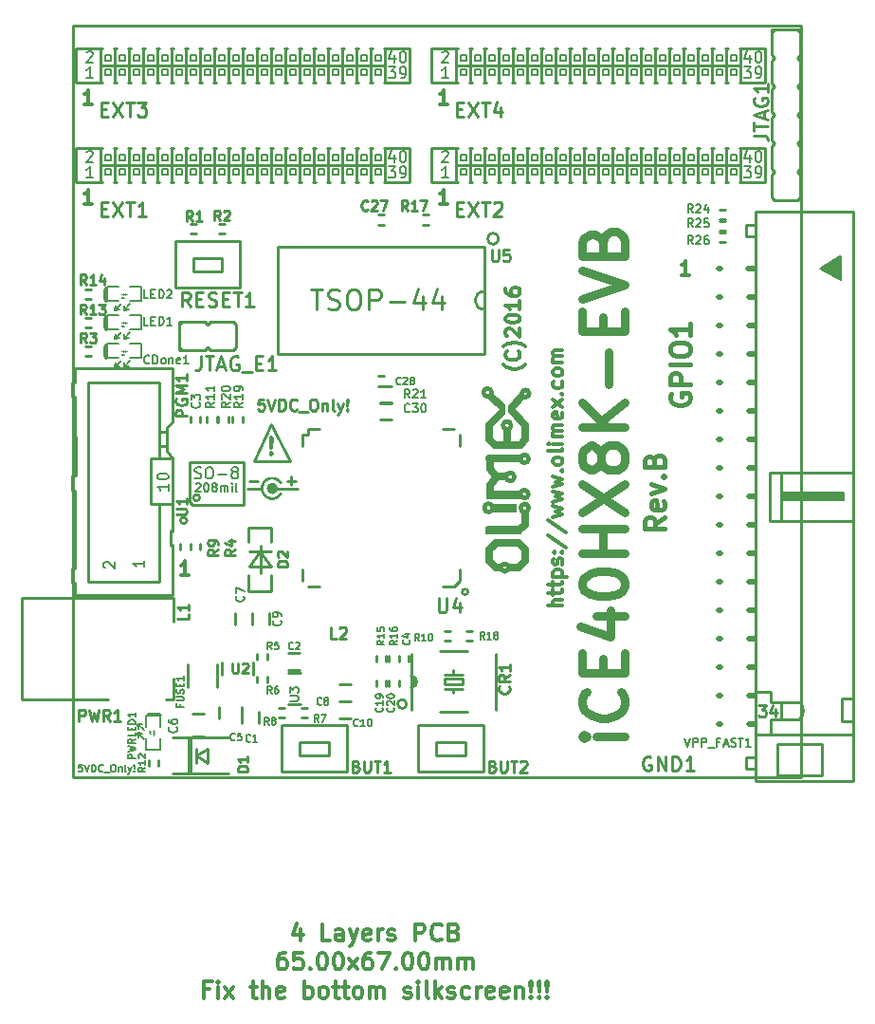
<source format=gbr>
G04 #@! TF.FileFunction,Legend,Top*
%FSLAX46Y46*%
G04 Gerber Fmt 4.6, Leading zero omitted, Abs format (unit mm)*
G04 Created by KiCad (PCBNEW 201610010949+7276~55~ubuntu14.04.1-) date Wed Oct  5 10:29:21 2016*
%MOMM*%
%LPD*%
G01*
G04 APERTURE LIST*
%ADD10C,0.100000*%
%ADD11C,0.317500*%
%ADD12C,0.300000*%
%ADD13C,0.254000*%
%ADD14C,0.444500*%
%ADD15C,0.762000*%
%ADD16C,0.158750*%
%ADD17C,0.400000*%
%ADD18C,0.700000*%
%ADD19C,0.500000*%
%ADD20C,0.127000*%
%ADD21C,0.150000*%
%ADD22C,0.050000*%
%ADD23C,0.250000*%
%ADD24C,0.200000*%
%ADD25C,0.222250*%
%ADD26C,0.190500*%
%ADD27C,0.203200*%
%ADD28C,0.381000*%
G04 APERTURE END LIST*
D10*
D11*
X116694857Y-68900523D02*
X115969142Y-68900523D01*
X116332000Y-68900523D02*
X116332000Y-67630523D01*
X116211047Y-67811952D01*
X116090095Y-67932904D01*
X115969142Y-67993380D01*
X116694857Y-60010523D02*
X115969142Y-60010523D01*
X116332000Y-60010523D02*
X116332000Y-58740523D01*
X116211047Y-58921952D01*
X116090095Y-59042904D01*
X115969142Y-59103380D01*
X148444857Y-68900523D02*
X147719142Y-68900523D01*
X148082000Y-68900523D02*
X148082000Y-67630523D01*
X147961047Y-67811952D01*
X147840095Y-67932904D01*
X147719142Y-67993380D01*
X148444857Y-60010523D02*
X147719142Y-60010523D01*
X148082000Y-60010523D02*
X148082000Y-58740523D01*
X147961047Y-58921952D01*
X147840095Y-59042904D01*
X147719142Y-59103380D01*
D12*
X135321428Y-133628571D02*
X135321428Y-134628571D01*
X134964285Y-133057142D02*
X134607142Y-134128571D01*
X135535714Y-134128571D01*
X137964285Y-134628571D02*
X137250000Y-134628571D01*
X137250000Y-133128571D01*
X139107142Y-134628571D02*
X139107142Y-133842857D01*
X139035714Y-133700000D01*
X138892857Y-133628571D01*
X138607142Y-133628571D01*
X138464285Y-133700000D01*
X139107142Y-134557142D02*
X138964285Y-134628571D01*
X138607142Y-134628571D01*
X138464285Y-134557142D01*
X138392857Y-134414285D01*
X138392857Y-134271428D01*
X138464285Y-134128571D01*
X138607142Y-134057142D01*
X138964285Y-134057142D01*
X139107142Y-133985714D01*
X139678571Y-133628571D02*
X140035714Y-134628571D01*
X140392857Y-133628571D02*
X140035714Y-134628571D01*
X139892857Y-134985714D01*
X139821428Y-135057142D01*
X139678571Y-135128571D01*
X141535714Y-134557142D02*
X141392857Y-134628571D01*
X141107142Y-134628571D01*
X140964285Y-134557142D01*
X140892857Y-134414285D01*
X140892857Y-133842857D01*
X140964285Y-133700000D01*
X141107142Y-133628571D01*
X141392857Y-133628571D01*
X141535714Y-133700000D01*
X141607142Y-133842857D01*
X141607142Y-133985714D01*
X140892857Y-134128571D01*
X142250000Y-134628571D02*
X142250000Y-133628571D01*
X142250000Y-133914285D02*
X142321428Y-133771428D01*
X142392857Y-133700000D01*
X142535714Y-133628571D01*
X142678571Y-133628571D01*
X143107142Y-134557142D02*
X143250000Y-134628571D01*
X143535714Y-134628571D01*
X143678571Y-134557142D01*
X143750000Y-134414285D01*
X143750000Y-134342857D01*
X143678571Y-134200000D01*
X143535714Y-134128571D01*
X143321428Y-134128571D01*
X143178571Y-134057142D01*
X143107142Y-133914285D01*
X143107142Y-133842857D01*
X143178571Y-133700000D01*
X143321428Y-133628571D01*
X143535714Y-133628571D01*
X143678571Y-133700000D01*
X145535714Y-134628571D02*
X145535714Y-133128571D01*
X146107142Y-133128571D01*
X146250000Y-133200000D01*
X146321428Y-133271428D01*
X146392857Y-133414285D01*
X146392857Y-133628571D01*
X146321428Y-133771428D01*
X146250000Y-133842857D01*
X146107142Y-133914285D01*
X145535714Y-133914285D01*
X147892857Y-134485714D02*
X147821428Y-134557142D01*
X147607142Y-134628571D01*
X147464285Y-134628571D01*
X147250000Y-134557142D01*
X147107142Y-134414285D01*
X147035714Y-134271428D01*
X146964285Y-133985714D01*
X146964285Y-133771428D01*
X147035714Y-133485714D01*
X147107142Y-133342857D01*
X147250000Y-133200000D01*
X147464285Y-133128571D01*
X147607142Y-133128571D01*
X147821428Y-133200000D01*
X147892857Y-133271428D01*
X149035714Y-133842857D02*
X149250000Y-133914285D01*
X149321428Y-133985714D01*
X149392857Y-134128571D01*
X149392857Y-134342857D01*
X149321428Y-134485714D01*
X149250000Y-134557142D01*
X149107142Y-134628571D01*
X148535714Y-134628571D01*
X148535714Y-133128571D01*
X149035714Y-133128571D01*
X149178571Y-133200000D01*
X149250000Y-133271428D01*
X149321428Y-133414285D01*
X149321428Y-133557142D01*
X149250000Y-133700000D01*
X149178571Y-133771428D01*
X149035714Y-133842857D01*
X148535714Y-133842857D01*
X133964285Y-135678571D02*
X133678571Y-135678571D01*
X133535714Y-135750000D01*
X133464285Y-135821428D01*
X133321428Y-136035714D01*
X133250000Y-136321428D01*
X133250000Y-136892857D01*
X133321428Y-137035714D01*
X133392857Y-137107142D01*
X133535714Y-137178571D01*
X133821428Y-137178571D01*
X133964285Y-137107142D01*
X134035714Y-137035714D01*
X134107142Y-136892857D01*
X134107142Y-136535714D01*
X134035714Y-136392857D01*
X133964285Y-136321428D01*
X133821428Y-136250000D01*
X133535714Y-136250000D01*
X133392857Y-136321428D01*
X133321428Y-136392857D01*
X133250000Y-136535714D01*
X135464285Y-135678571D02*
X134750000Y-135678571D01*
X134678571Y-136392857D01*
X134750000Y-136321428D01*
X134892857Y-136250000D01*
X135250000Y-136250000D01*
X135392857Y-136321428D01*
X135464285Y-136392857D01*
X135535714Y-136535714D01*
X135535714Y-136892857D01*
X135464285Y-137035714D01*
X135392857Y-137107142D01*
X135250000Y-137178571D01*
X134892857Y-137178571D01*
X134750000Y-137107142D01*
X134678571Y-137035714D01*
X136178571Y-137035714D02*
X136250000Y-137107142D01*
X136178571Y-137178571D01*
X136107142Y-137107142D01*
X136178571Y-137035714D01*
X136178571Y-137178571D01*
X137178571Y-135678571D02*
X137321428Y-135678571D01*
X137464285Y-135750000D01*
X137535714Y-135821428D01*
X137607142Y-135964285D01*
X137678571Y-136250000D01*
X137678571Y-136607142D01*
X137607142Y-136892857D01*
X137535714Y-137035714D01*
X137464285Y-137107142D01*
X137321428Y-137178571D01*
X137178571Y-137178571D01*
X137035714Y-137107142D01*
X136964285Y-137035714D01*
X136892857Y-136892857D01*
X136821428Y-136607142D01*
X136821428Y-136250000D01*
X136892857Y-135964285D01*
X136964285Y-135821428D01*
X137035714Y-135750000D01*
X137178571Y-135678571D01*
X138607142Y-135678571D02*
X138750000Y-135678571D01*
X138892857Y-135750000D01*
X138964285Y-135821428D01*
X139035714Y-135964285D01*
X139107142Y-136250000D01*
X139107142Y-136607142D01*
X139035714Y-136892857D01*
X138964285Y-137035714D01*
X138892857Y-137107142D01*
X138750000Y-137178571D01*
X138607142Y-137178571D01*
X138464285Y-137107142D01*
X138392857Y-137035714D01*
X138321428Y-136892857D01*
X138250000Y-136607142D01*
X138250000Y-136250000D01*
X138321428Y-135964285D01*
X138392857Y-135821428D01*
X138464285Y-135750000D01*
X138607142Y-135678571D01*
X139607142Y-137178571D02*
X140392857Y-136178571D01*
X139607142Y-136178571D02*
X140392857Y-137178571D01*
X141607142Y-135678571D02*
X141321428Y-135678571D01*
X141178571Y-135750000D01*
X141107142Y-135821428D01*
X140964285Y-136035714D01*
X140892857Y-136321428D01*
X140892857Y-136892857D01*
X140964285Y-137035714D01*
X141035714Y-137107142D01*
X141178571Y-137178571D01*
X141464285Y-137178571D01*
X141607142Y-137107142D01*
X141678571Y-137035714D01*
X141750000Y-136892857D01*
X141750000Y-136535714D01*
X141678571Y-136392857D01*
X141607142Y-136321428D01*
X141464285Y-136250000D01*
X141178571Y-136250000D01*
X141035714Y-136321428D01*
X140964285Y-136392857D01*
X140892857Y-136535714D01*
X142250000Y-135678571D02*
X143250000Y-135678571D01*
X142607142Y-137178571D01*
X143821428Y-137035714D02*
X143892857Y-137107142D01*
X143821428Y-137178571D01*
X143750000Y-137107142D01*
X143821428Y-137035714D01*
X143821428Y-137178571D01*
X144821428Y-135678571D02*
X144964285Y-135678571D01*
X145107142Y-135750000D01*
X145178571Y-135821428D01*
X145250000Y-135964285D01*
X145321428Y-136250000D01*
X145321428Y-136607142D01*
X145250000Y-136892857D01*
X145178571Y-137035714D01*
X145107142Y-137107142D01*
X144964285Y-137178571D01*
X144821428Y-137178571D01*
X144678571Y-137107142D01*
X144607142Y-137035714D01*
X144535714Y-136892857D01*
X144464285Y-136607142D01*
X144464285Y-136250000D01*
X144535714Y-135964285D01*
X144607142Y-135821428D01*
X144678571Y-135750000D01*
X144821428Y-135678571D01*
X146250000Y-135678571D02*
X146392857Y-135678571D01*
X146535714Y-135750000D01*
X146607142Y-135821428D01*
X146678571Y-135964285D01*
X146750000Y-136250000D01*
X146750000Y-136607142D01*
X146678571Y-136892857D01*
X146607142Y-137035714D01*
X146535714Y-137107142D01*
X146392857Y-137178571D01*
X146250000Y-137178571D01*
X146107142Y-137107142D01*
X146035714Y-137035714D01*
X145964285Y-136892857D01*
X145892857Y-136607142D01*
X145892857Y-136250000D01*
X145964285Y-135964285D01*
X146035714Y-135821428D01*
X146107142Y-135750000D01*
X146250000Y-135678571D01*
X147392857Y-137178571D02*
X147392857Y-136178571D01*
X147392857Y-136321428D02*
X147464285Y-136250000D01*
X147607142Y-136178571D01*
X147821428Y-136178571D01*
X147964285Y-136250000D01*
X148035714Y-136392857D01*
X148035714Y-137178571D01*
X148035714Y-136392857D02*
X148107142Y-136250000D01*
X148250000Y-136178571D01*
X148464285Y-136178571D01*
X148607142Y-136250000D01*
X148678571Y-136392857D01*
X148678571Y-137178571D01*
X149392857Y-137178571D02*
X149392857Y-136178571D01*
X149392857Y-136321428D02*
X149464285Y-136250000D01*
X149607142Y-136178571D01*
X149821428Y-136178571D01*
X149964285Y-136250000D01*
X150035714Y-136392857D01*
X150035714Y-137178571D01*
X150035714Y-136392857D02*
X150107142Y-136250000D01*
X150250000Y-136178571D01*
X150464285Y-136178571D01*
X150607142Y-136250000D01*
X150678571Y-136392857D01*
X150678571Y-137178571D01*
X127178571Y-138942857D02*
X126678571Y-138942857D01*
X126678571Y-139728571D02*
X126678571Y-138228571D01*
X127392857Y-138228571D01*
X127964285Y-139728571D02*
X127964285Y-138728571D01*
X127964285Y-138228571D02*
X127892857Y-138300000D01*
X127964285Y-138371428D01*
X128035714Y-138300000D01*
X127964285Y-138228571D01*
X127964285Y-138371428D01*
X128535714Y-139728571D02*
X129321428Y-138728571D01*
X128535714Y-138728571D02*
X129321428Y-139728571D01*
X130821428Y-138728571D02*
X131392857Y-138728571D01*
X131035714Y-138228571D02*
X131035714Y-139514285D01*
X131107142Y-139657142D01*
X131250000Y-139728571D01*
X131392857Y-139728571D01*
X131892857Y-139728571D02*
X131892857Y-138228571D01*
X132535714Y-139728571D02*
X132535714Y-138942857D01*
X132464285Y-138800000D01*
X132321428Y-138728571D01*
X132107142Y-138728571D01*
X131964285Y-138800000D01*
X131892857Y-138871428D01*
X133821428Y-139657142D02*
X133678571Y-139728571D01*
X133392857Y-139728571D01*
X133250000Y-139657142D01*
X133178571Y-139514285D01*
X133178571Y-138942857D01*
X133250000Y-138800000D01*
X133392857Y-138728571D01*
X133678571Y-138728571D01*
X133821428Y-138800000D01*
X133892857Y-138942857D01*
X133892857Y-139085714D01*
X133178571Y-139228571D01*
X135678571Y-139728571D02*
X135678571Y-138228571D01*
X135678571Y-138800000D02*
X135821428Y-138728571D01*
X136107142Y-138728571D01*
X136250000Y-138800000D01*
X136321428Y-138871428D01*
X136392857Y-139014285D01*
X136392857Y-139442857D01*
X136321428Y-139585714D01*
X136250000Y-139657142D01*
X136107142Y-139728571D01*
X135821428Y-139728571D01*
X135678571Y-139657142D01*
X137250000Y-139728571D02*
X137107142Y-139657142D01*
X137035714Y-139585714D01*
X136964285Y-139442857D01*
X136964285Y-139014285D01*
X137035714Y-138871428D01*
X137107142Y-138800000D01*
X137250000Y-138728571D01*
X137464285Y-138728571D01*
X137607142Y-138800000D01*
X137678571Y-138871428D01*
X137750000Y-139014285D01*
X137750000Y-139442857D01*
X137678571Y-139585714D01*
X137607142Y-139657142D01*
X137464285Y-139728571D01*
X137250000Y-139728571D01*
X138178571Y-138728571D02*
X138750000Y-138728571D01*
X138392857Y-138228571D02*
X138392857Y-139514285D01*
X138464285Y-139657142D01*
X138607142Y-139728571D01*
X138750000Y-139728571D01*
X139035714Y-138728571D02*
X139607142Y-138728571D01*
X139250000Y-138228571D02*
X139250000Y-139514285D01*
X139321428Y-139657142D01*
X139464285Y-139728571D01*
X139607142Y-139728571D01*
X140321428Y-139728571D02*
X140178571Y-139657142D01*
X140107142Y-139585714D01*
X140035714Y-139442857D01*
X140035714Y-139014285D01*
X140107142Y-138871428D01*
X140178571Y-138800000D01*
X140321428Y-138728571D01*
X140535714Y-138728571D01*
X140678571Y-138800000D01*
X140750000Y-138871428D01*
X140821428Y-139014285D01*
X140821428Y-139442857D01*
X140750000Y-139585714D01*
X140678571Y-139657142D01*
X140535714Y-139728571D01*
X140321428Y-139728571D01*
X141464285Y-139728571D02*
X141464285Y-138728571D01*
X141464285Y-138871428D02*
X141535714Y-138800000D01*
X141678571Y-138728571D01*
X141892857Y-138728571D01*
X142035714Y-138800000D01*
X142107142Y-138942857D01*
X142107142Y-139728571D01*
X142107142Y-138942857D02*
X142178571Y-138800000D01*
X142321428Y-138728571D01*
X142535714Y-138728571D01*
X142678571Y-138800000D01*
X142750000Y-138942857D01*
X142750000Y-139728571D01*
X144535714Y-139657142D02*
X144678571Y-139728571D01*
X144964285Y-139728571D01*
X145107142Y-139657142D01*
X145178571Y-139514285D01*
X145178571Y-139442857D01*
X145107142Y-139300000D01*
X144964285Y-139228571D01*
X144750000Y-139228571D01*
X144607142Y-139157142D01*
X144535714Y-139014285D01*
X144535714Y-138942857D01*
X144607142Y-138800000D01*
X144750000Y-138728571D01*
X144964285Y-138728571D01*
X145107142Y-138800000D01*
X145821428Y-139728571D02*
X145821428Y-138728571D01*
X145821428Y-138228571D02*
X145750000Y-138300000D01*
X145821428Y-138371428D01*
X145892857Y-138300000D01*
X145821428Y-138228571D01*
X145821428Y-138371428D01*
X146750000Y-139728571D02*
X146607142Y-139657142D01*
X146535714Y-139514285D01*
X146535714Y-138228571D01*
X147321428Y-139728571D02*
X147321428Y-138228571D01*
X147464285Y-139157142D02*
X147892857Y-139728571D01*
X147892857Y-138728571D02*
X147321428Y-139300000D01*
X148464285Y-139657142D02*
X148607142Y-139728571D01*
X148892857Y-139728571D01*
X149035714Y-139657142D01*
X149107142Y-139514285D01*
X149107142Y-139442857D01*
X149035714Y-139300000D01*
X148892857Y-139228571D01*
X148678571Y-139228571D01*
X148535714Y-139157142D01*
X148464285Y-139014285D01*
X148464285Y-138942857D01*
X148535714Y-138800000D01*
X148678571Y-138728571D01*
X148892857Y-138728571D01*
X149035714Y-138800000D01*
X150392857Y-139657142D02*
X150250000Y-139728571D01*
X149964285Y-139728571D01*
X149821428Y-139657142D01*
X149750000Y-139585714D01*
X149678571Y-139442857D01*
X149678571Y-139014285D01*
X149750000Y-138871428D01*
X149821428Y-138800000D01*
X149964285Y-138728571D01*
X150250000Y-138728571D01*
X150392857Y-138800000D01*
X151035714Y-139728571D02*
X151035714Y-138728571D01*
X151035714Y-139014285D02*
X151107142Y-138871428D01*
X151178571Y-138800000D01*
X151321428Y-138728571D01*
X151464285Y-138728571D01*
X152535714Y-139657142D02*
X152392857Y-139728571D01*
X152107142Y-139728571D01*
X151964285Y-139657142D01*
X151892857Y-139514285D01*
X151892857Y-138942857D01*
X151964285Y-138800000D01*
X152107142Y-138728571D01*
X152392857Y-138728571D01*
X152535714Y-138800000D01*
X152607142Y-138942857D01*
X152607142Y-139085714D01*
X151892857Y-139228571D01*
X153821428Y-139657142D02*
X153678571Y-139728571D01*
X153392857Y-139728571D01*
X153250000Y-139657142D01*
X153178571Y-139514285D01*
X153178571Y-138942857D01*
X153250000Y-138800000D01*
X153392857Y-138728571D01*
X153678571Y-138728571D01*
X153821428Y-138800000D01*
X153892857Y-138942857D01*
X153892857Y-139085714D01*
X153178571Y-139228571D01*
X154535714Y-138728571D02*
X154535714Y-139728571D01*
X154535714Y-138871428D02*
X154607142Y-138800000D01*
X154750000Y-138728571D01*
X154964285Y-138728571D01*
X155107142Y-138800000D01*
X155178571Y-138942857D01*
X155178571Y-139728571D01*
X155892857Y-139585714D02*
X155964285Y-139657142D01*
X155892857Y-139728571D01*
X155821428Y-139657142D01*
X155892857Y-139585714D01*
X155892857Y-139728571D01*
X155892857Y-139157142D02*
X155821428Y-138300000D01*
X155892857Y-138228571D01*
X155964285Y-138300000D01*
X155892857Y-139157142D01*
X155892857Y-138228571D01*
X156607142Y-139585714D02*
X156678571Y-139657142D01*
X156607142Y-139728571D01*
X156535714Y-139657142D01*
X156607142Y-139585714D01*
X156607142Y-139728571D01*
X156607142Y-139157142D02*
X156535714Y-138300000D01*
X156607142Y-138228571D01*
X156678571Y-138300000D01*
X156607142Y-139157142D01*
X156607142Y-138228571D01*
X157321428Y-139585714D02*
X157392857Y-139657142D01*
X157321428Y-139728571D01*
X157250000Y-139657142D01*
X157321428Y-139585714D01*
X157321428Y-139728571D01*
X157321428Y-139157142D02*
X157250000Y-138300000D01*
X157321428Y-138228571D01*
X157392857Y-138300000D01*
X157321428Y-139157142D01*
X157321428Y-138228571D01*
D11*
X125330857Y-102047523D02*
X124605142Y-102047523D01*
X124968000Y-102047523D02*
X124968000Y-100777523D01*
X124847047Y-100958952D01*
X124726095Y-101079904D01*
X124605142Y-101140380D01*
X170034857Y-75250523D02*
X169309142Y-75250523D01*
X169672000Y-75250523D02*
X169672000Y-73980523D01*
X169551047Y-74161952D01*
X169430095Y-74282904D01*
X169309142Y-74343380D01*
D12*
X132715000Y-91086714D02*
X132643571Y-91158142D01*
X132715000Y-91229571D01*
X132786428Y-91158142D01*
X132715000Y-91086714D01*
X132715000Y-91229571D01*
X132715000Y-90658142D02*
X132786428Y-89801000D01*
X132715000Y-89729571D01*
X132643571Y-89801000D01*
X132715000Y-90658142D01*
X132715000Y-89729571D01*
D13*
X131191000Y-91821000D02*
X134366000Y-91821000D01*
X134366000Y-91821000D02*
X132715000Y-88519000D01*
X132715000Y-88519000D02*
X131191000Y-91821000D01*
X133157456Y-94270659D02*
G75*
G03X133157456Y-94270659I-381000J0D01*
G01*
X132268456Y-95032659D02*
G75*
G03X133538456Y-94778659I508000J762000D01*
G01*
X132014456Y-93762658D02*
G75*
G03X132268455Y-95032659I762000J-508001D01*
G01*
X133284457Y-93508659D02*
G75*
G03X132014456Y-93762658I-508001J-762000D01*
G01*
X133538456Y-93762659D02*
G75*
G03X132268456Y-93508659I-762000J-508000D01*
G01*
X133172200Y-94284800D02*
X135051800Y-94284800D01*
X131851400Y-94284800D02*
X130556000Y-94284800D01*
X131476447Y-93620771D02*
X130702352Y-93620771D01*
X134854647Y-93595371D02*
X134080552Y-93595371D01*
X134467600Y-93982419D02*
X134467600Y-93208323D01*
X132969000Y-94284800D02*
G75*
G03X132969000Y-94284800I-203200J0D01*
G01*
X132943600Y-94284800D02*
X132689600Y-94284800D01*
X132025571Y-86311619D02*
X131541761Y-86311619D01*
X131493380Y-86795428D01*
X131541761Y-86747047D01*
X131638523Y-86698666D01*
X131880428Y-86698666D01*
X131977190Y-86747047D01*
X132025571Y-86795428D01*
X132073952Y-86892190D01*
X132073952Y-87134095D01*
X132025571Y-87230857D01*
X131977190Y-87279238D01*
X131880428Y-87327619D01*
X131638523Y-87327619D01*
X131541761Y-87279238D01*
X131493380Y-87230857D01*
X132364238Y-86311619D02*
X132702904Y-87327619D01*
X133041571Y-86311619D01*
X133380238Y-87327619D02*
X133380238Y-86311619D01*
X133622142Y-86311619D01*
X133767285Y-86360000D01*
X133864047Y-86456761D01*
X133912428Y-86553523D01*
X133960809Y-86747047D01*
X133960809Y-86892190D01*
X133912428Y-87085714D01*
X133864047Y-87182476D01*
X133767285Y-87279238D01*
X133622142Y-87327619D01*
X133380238Y-87327619D01*
X134976809Y-87230857D02*
X134928428Y-87279238D01*
X134783285Y-87327619D01*
X134686523Y-87327619D01*
X134541380Y-87279238D01*
X134444619Y-87182476D01*
X134396238Y-87085714D01*
X134347857Y-86892190D01*
X134347857Y-86747047D01*
X134396238Y-86553523D01*
X134444619Y-86456761D01*
X134541380Y-86360000D01*
X134686523Y-86311619D01*
X134783285Y-86311619D01*
X134928428Y-86360000D01*
X134976809Y-86408380D01*
X135170333Y-87424380D02*
X135944428Y-87424380D01*
X136379857Y-86311619D02*
X136573380Y-86311619D01*
X136670142Y-86360000D01*
X136766904Y-86456761D01*
X136815285Y-86650285D01*
X136815285Y-86988952D01*
X136766904Y-87182476D01*
X136670142Y-87279238D01*
X136573380Y-87327619D01*
X136379857Y-87327619D01*
X136283095Y-87279238D01*
X136186333Y-87182476D01*
X136137952Y-86988952D01*
X136137952Y-86650285D01*
X136186333Y-86456761D01*
X136283095Y-86360000D01*
X136379857Y-86311619D01*
X137250714Y-86650285D02*
X137250714Y-87327619D01*
X137250714Y-86747047D02*
X137299095Y-86698666D01*
X137395857Y-86650285D01*
X137541000Y-86650285D01*
X137637761Y-86698666D01*
X137686142Y-86795428D01*
X137686142Y-87327619D01*
X138315095Y-87327619D02*
X138218333Y-87279238D01*
X138169952Y-87182476D01*
X138169952Y-86311619D01*
X138605380Y-86650285D02*
X138847285Y-87327619D01*
X139089190Y-86650285D02*
X138847285Y-87327619D01*
X138750523Y-87569523D01*
X138702142Y-87617904D01*
X138605380Y-87666285D01*
X139476238Y-87230857D02*
X139524619Y-87279238D01*
X139476238Y-87327619D01*
X139427857Y-87279238D01*
X139476238Y-87230857D01*
X139476238Y-87327619D01*
X139476238Y-86940571D02*
X139427857Y-86360000D01*
X139476238Y-86311619D01*
X139524619Y-86360000D01*
X139476238Y-86940571D01*
X139476238Y-86311619D01*
D11*
X158689523Y-104744761D02*
X157419523Y-104744761D01*
X158689523Y-104200476D02*
X158024285Y-104200476D01*
X157903333Y-104260952D01*
X157842857Y-104381904D01*
X157842857Y-104563333D01*
X157903333Y-104684285D01*
X157963809Y-104744761D01*
X157842857Y-103777142D02*
X157842857Y-103293333D01*
X157419523Y-103595714D02*
X158508095Y-103595714D01*
X158629047Y-103535238D01*
X158689523Y-103414285D01*
X158689523Y-103293333D01*
X157842857Y-103051428D02*
X157842857Y-102567619D01*
X157419523Y-102870000D02*
X158508095Y-102870000D01*
X158629047Y-102809523D01*
X158689523Y-102688571D01*
X158689523Y-102567619D01*
X157842857Y-102144285D02*
X159112857Y-102144285D01*
X157903333Y-102144285D02*
X157842857Y-102023333D01*
X157842857Y-101781428D01*
X157903333Y-101660476D01*
X157963809Y-101600000D01*
X158084761Y-101539523D01*
X158447619Y-101539523D01*
X158568571Y-101600000D01*
X158629047Y-101660476D01*
X158689523Y-101781428D01*
X158689523Y-102023333D01*
X158629047Y-102144285D01*
X158629047Y-101055714D02*
X158689523Y-100934761D01*
X158689523Y-100692857D01*
X158629047Y-100571904D01*
X158508095Y-100511428D01*
X158447619Y-100511428D01*
X158326666Y-100571904D01*
X158266190Y-100692857D01*
X158266190Y-100874285D01*
X158205714Y-100995238D01*
X158084761Y-101055714D01*
X158024285Y-101055714D01*
X157903333Y-100995238D01*
X157842857Y-100874285D01*
X157842857Y-100692857D01*
X157903333Y-100571904D01*
X158568571Y-99967142D02*
X158629047Y-99906666D01*
X158689523Y-99967142D01*
X158629047Y-100027619D01*
X158568571Y-99967142D01*
X158689523Y-99967142D01*
X157903333Y-99967142D02*
X157963809Y-99906666D01*
X158024285Y-99967142D01*
X157963809Y-100027619D01*
X157903333Y-99967142D01*
X158024285Y-99967142D01*
X157359047Y-98455238D02*
X158991904Y-99543809D01*
X157359047Y-97124761D02*
X158991904Y-98213333D01*
X157842857Y-96822380D02*
X158689523Y-96580476D01*
X158084761Y-96338571D01*
X158689523Y-96096666D01*
X157842857Y-95854761D01*
X157842857Y-95491904D02*
X158689523Y-95250000D01*
X158084761Y-95008095D01*
X158689523Y-94766190D01*
X157842857Y-94524285D01*
X157842857Y-94161428D02*
X158689523Y-93919523D01*
X158084761Y-93677619D01*
X158689523Y-93435714D01*
X157842857Y-93193809D01*
X158568571Y-92710000D02*
X158629047Y-92649523D01*
X158689523Y-92710000D01*
X158629047Y-92770476D01*
X158568571Y-92710000D01*
X158689523Y-92710000D01*
X158689523Y-91923809D02*
X158629047Y-92044761D01*
X158568571Y-92105238D01*
X158447619Y-92165714D01*
X158084761Y-92165714D01*
X157963809Y-92105238D01*
X157903333Y-92044761D01*
X157842857Y-91923809D01*
X157842857Y-91742380D01*
X157903333Y-91621428D01*
X157963809Y-91560952D01*
X158084761Y-91500476D01*
X158447619Y-91500476D01*
X158568571Y-91560952D01*
X158629047Y-91621428D01*
X158689523Y-91742380D01*
X158689523Y-91923809D01*
X158689523Y-90774761D02*
X158629047Y-90895714D01*
X158508095Y-90956190D01*
X157419523Y-90956190D01*
X158689523Y-90290952D02*
X157842857Y-90290952D01*
X157419523Y-90290952D02*
X157480000Y-90351428D01*
X157540476Y-90290952D01*
X157480000Y-90230476D01*
X157419523Y-90290952D01*
X157540476Y-90290952D01*
X158689523Y-89686190D02*
X157842857Y-89686190D01*
X157963809Y-89686190D02*
X157903333Y-89625714D01*
X157842857Y-89504761D01*
X157842857Y-89323333D01*
X157903333Y-89202380D01*
X158024285Y-89141904D01*
X158689523Y-89141904D01*
X158024285Y-89141904D02*
X157903333Y-89081428D01*
X157842857Y-88960476D01*
X157842857Y-88779047D01*
X157903333Y-88658095D01*
X158024285Y-88597619D01*
X158689523Y-88597619D01*
X158629047Y-87509047D02*
X158689523Y-87630000D01*
X158689523Y-87871904D01*
X158629047Y-87992857D01*
X158508095Y-88053333D01*
X158024285Y-88053333D01*
X157903333Y-87992857D01*
X157842857Y-87871904D01*
X157842857Y-87630000D01*
X157903333Y-87509047D01*
X158024285Y-87448571D01*
X158145238Y-87448571D01*
X158266190Y-88053333D01*
X158689523Y-87025238D02*
X157842857Y-86360000D01*
X157842857Y-87025238D02*
X158689523Y-86360000D01*
X158568571Y-85876190D02*
X158629047Y-85815714D01*
X158689523Y-85876190D01*
X158629047Y-85936666D01*
X158568571Y-85876190D01*
X158689523Y-85876190D01*
X158629047Y-84727142D02*
X158689523Y-84848095D01*
X158689523Y-85090000D01*
X158629047Y-85210952D01*
X158568571Y-85271428D01*
X158447619Y-85331904D01*
X158084761Y-85331904D01*
X157963809Y-85271428D01*
X157903333Y-85210952D01*
X157842857Y-85090000D01*
X157842857Y-84848095D01*
X157903333Y-84727142D01*
X158689523Y-84001428D02*
X158629047Y-84122380D01*
X158568571Y-84182857D01*
X158447619Y-84243333D01*
X158084761Y-84243333D01*
X157963809Y-84182857D01*
X157903333Y-84122380D01*
X157842857Y-84001428D01*
X157842857Y-83820000D01*
X157903333Y-83699047D01*
X157963809Y-83638571D01*
X158084761Y-83578095D01*
X158447619Y-83578095D01*
X158568571Y-83638571D01*
X158629047Y-83699047D01*
X158689523Y-83820000D01*
X158689523Y-84001428D01*
X158689523Y-83033809D02*
X157842857Y-83033809D01*
X157963809Y-83033809D02*
X157903333Y-82973333D01*
X157842857Y-82852380D01*
X157842857Y-82670952D01*
X157903333Y-82550000D01*
X158024285Y-82489523D01*
X158689523Y-82489523D01*
X158024285Y-82489523D02*
X157903333Y-82429047D01*
X157842857Y-82308095D01*
X157842857Y-82126666D01*
X157903333Y-82005714D01*
X158024285Y-81945238D01*
X158689523Y-81945238D01*
X155363333Y-83245476D02*
X155302857Y-83305952D01*
X155121428Y-83426904D01*
X155000476Y-83487380D01*
X154819047Y-83547857D01*
X154516666Y-83608333D01*
X154274761Y-83608333D01*
X153972380Y-83547857D01*
X153790952Y-83487380D01*
X153670000Y-83426904D01*
X153488571Y-83305952D01*
X153428095Y-83245476D01*
X154758571Y-82035952D02*
X154819047Y-82096428D01*
X154879523Y-82277857D01*
X154879523Y-82398809D01*
X154819047Y-82580238D01*
X154698095Y-82701190D01*
X154577142Y-82761666D01*
X154335238Y-82822142D01*
X154153809Y-82822142D01*
X153911904Y-82761666D01*
X153790952Y-82701190D01*
X153670000Y-82580238D01*
X153609523Y-82398809D01*
X153609523Y-82277857D01*
X153670000Y-82096428D01*
X153730476Y-82035952D01*
X155363333Y-81612619D02*
X155302857Y-81552142D01*
X155121428Y-81431190D01*
X155000476Y-81370714D01*
X154819047Y-81310238D01*
X154516666Y-81249761D01*
X154274761Y-81249761D01*
X153972380Y-81310238D01*
X153790952Y-81370714D01*
X153670000Y-81431190D01*
X153488571Y-81552142D01*
X153428095Y-81612619D01*
X153730476Y-80705476D02*
X153670000Y-80645000D01*
X153609523Y-80524047D01*
X153609523Y-80221666D01*
X153670000Y-80100714D01*
X153730476Y-80040238D01*
X153851428Y-79979761D01*
X153972380Y-79979761D01*
X154153809Y-80040238D01*
X154879523Y-80765952D01*
X154879523Y-79979761D01*
X153609523Y-79193571D02*
X153609523Y-79072619D01*
X153670000Y-78951666D01*
X153730476Y-78891190D01*
X153851428Y-78830714D01*
X154093333Y-78770238D01*
X154395714Y-78770238D01*
X154637619Y-78830714D01*
X154758571Y-78891190D01*
X154819047Y-78951666D01*
X154879523Y-79072619D01*
X154879523Y-79193571D01*
X154819047Y-79314523D01*
X154758571Y-79375000D01*
X154637619Y-79435476D01*
X154395714Y-79495952D01*
X154093333Y-79495952D01*
X153851428Y-79435476D01*
X153730476Y-79375000D01*
X153670000Y-79314523D01*
X153609523Y-79193571D01*
X154879523Y-77560714D02*
X154879523Y-78286428D01*
X154879523Y-77923571D02*
X153609523Y-77923571D01*
X153790952Y-78044523D01*
X153911904Y-78165476D01*
X153972380Y-78286428D01*
X153609523Y-76472142D02*
X153609523Y-76714047D01*
X153670000Y-76835000D01*
X153730476Y-76895476D01*
X153911904Y-77016428D01*
X154153809Y-77076904D01*
X154637619Y-77076904D01*
X154758571Y-77016428D01*
X154819047Y-76955952D01*
X154879523Y-76835000D01*
X154879523Y-76593095D01*
X154819047Y-76472142D01*
X154758571Y-76411666D01*
X154637619Y-76351190D01*
X154335238Y-76351190D01*
X154214285Y-76411666D01*
X154153809Y-76472142D01*
X154093333Y-76593095D01*
X154093333Y-76835000D01*
X154153809Y-76955952D01*
X154214285Y-77016428D01*
X154335238Y-77076904D01*
D14*
X167809333Y-96816333D02*
X166962666Y-97409000D01*
X167809333Y-97832333D02*
X166031333Y-97832333D01*
X166031333Y-97155000D01*
X166116000Y-96985666D01*
X166200666Y-96901000D01*
X166370000Y-96816333D01*
X166624000Y-96816333D01*
X166793333Y-96901000D01*
X166878000Y-96985666D01*
X166962666Y-97155000D01*
X166962666Y-97832333D01*
X167724666Y-95377000D02*
X167809333Y-95546333D01*
X167809333Y-95885000D01*
X167724666Y-96054333D01*
X167555333Y-96139000D01*
X166878000Y-96139000D01*
X166708666Y-96054333D01*
X166624000Y-95885000D01*
X166624000Y-95546333D01*
X166708666Y-95377000D01*
X166878000Y-95292333D01*
X167047333Y-95292333D01*
X167216666Y-96139000D01*
X166624000Y-94699666D02*
X167809333Y-94276333D01*
X166624000Y-93853000D01*
X167640000Y-93175666D02*
X167724666Y-93091000D01*
X167809333Y-93175666D01*
X167724666Y-93260333D01*
X167640000Y-93175666D01*
X167809333Y-93175666D01*
X166878000Y-91736333D02*
X166962666Y-91482333D01*
X167047333Y-91397666D01*
X167216666Y-91313000D01*
X167470666Y-91313000D01*
X167640000Y-91397666D01*
X167724666Y-91482333D01*
X167809333Y-91651666D01*
X167809333Y-92329000D01*
X166031333Y-92329000D01*
X166031333Y-91736333D01*
X166116000Y-91567000D01*
X166200666Y-91482333D01*
X166370000Y-91397666D01*
X166539333Y-91397666D01*
X166708666Y-91482333D01*
X166793333Y-91567000D01*
X166878000Y-91736333D01*
X166878000Y-92329000D01*
D13*
X136000000Y-89500000D02*
X136000000Y-89000000D01*
X135500000Y-89500000D02*
X136000000Y-89500000D01*
D15*
X164283571Y-116386428D02*
X161743571Y-116386428D01*
X160473571Y-116386428D02*
X160655000Y-116567857D01*
X160836428Y-116386428D01*
X160655000Y-116205000D01*
X160473571Y-116386428D01*
X160836428Y-116386428D01*
X163920714Y-112395000D02*
X164102142Y-112576428D01*
X164283571Y-113120714D01*
X164283571Y-113483571D01*
X164102142Y-114027857D01*
X163739285Y-114390714D01*
X163376428Y-114572142D01*
X162650714Y-114753571D01*
X162106428Y-114753571D01*
X161380714Y-114572142D01*
X161017857Y-114390714D01*
X160655000Y-114027857D01*
X160473571Y-113483571D01*
X160473571Y-113120714D01*
X160655000Y-112576428D01*
X160836428Y-112395000D01*
X162287857Y-110762142D02*
X162287857Y-109492142D01*
X164283571Y-108947857D02*
X164283571Y-110762142D01*
X160473571Y-110762142D01*
X160473571Y-108947857D01*
X161743571Y-105682142D02*
X164283571Y-105682142D01*
X160292142Y-106589285D02*
X163013571Y-107496428D01*
X163013571Y-105137857D01*
X160473571Y-102960714D02*
X160473571Y-102597857D01*
X160655000Y-102235000D01*
X160836428Y-102053571D01*
X161199285Y-101872142D01*
X161925000Y-101690714D01*
X162832142Y-101690714D01*
X163557857Y-101872142D01*
X163920714Y-102053571D01*
X164102142Y-102235000D01*
X164283571Y-102597857D01*
X164283571Y-102960714D01*
X164102142Y-103323571D01*
X163920714Y-103505000D01*
X163557857Y-103686428D01*
X162832142Y-103867857D01*
X161925000Y-103867857D01*
X161199285Y-103686428D01*
X160836428Y-103505000D01*
X160655000Y-103323571D01*
X160473571Y-102960714D01*
X164283571Y-100057857D02*
X160473571Y-100057857D01*
X162287857Y-100057857D02*
X162287857Y-97880714D01*
X164283571Y-97880714D02*
X160473571Y-97880714D01*
X160473571Y-96429285D02*
X164283571Y-93889285D01*
X160473571Y-93889285D02*
X164283571Y-96429285D01*
X162106428Y-91893571D02*
X161925000Y-92256428D01*
X161743571Y-92437857D01*
X161380714Y-92619285D01*
X161199285Y-92619285D01*
X160836428Y-92437857D01*
X160655000Y-92256428D01*
X160473571Y-91893571D01*
X160473571Y-91167857D01*
X160655000Y-90805000D01*
X160836428Y-90623571D01*
X161199285Y-90442142D01*
X161380714Y-90442142D01*
X161743571Y-90623571D01*
X161925000Y-90805000D01*
X162106428Y-91167857D01*
X162106428Y-91893571D01*
X162287857Y-92256428D01*
X162469285Y-92437857D01*
X162832142Y-92619285D01*
X163557857Y-92619285D01*
X163920714Y-92437857D01*
X164102142Y-92256428D01*
X164283571Y-91893571D01*
X164283571Y-91167857D01*
X164102142Y-90805000D01*
X163920714Y-90623571D01*
X163557857Y-90442142D01*
X162832142Y-90442142D01*
X162469285Y-90623571D01*
X162287857Y-90805000D01*
X162106428Y-91167857D01*
X164283571Y-88809285D02*
X160473571Y-88809285D01*
X164283571Y-86632142D02*
X162106428Y-88265000D01*
X160473571Y-86632142D02*
X162650714Y-88809285D01*
X162832142Y-84999285D02*
X162832142Y-82096428D01*
X162287857Y-80282142D02*
X162287857Y-79012142D01*
X164283571Y-78467857D02*
X164283571Y-80282142D01*
X160473571Y-80282142D01*
X160473571Y-78467857D01*
X160473571Y-77379285D02*
X164283571Y-76109285D01*
X160473571Y-74839285D01*
X162287857Y-72299285D02*
X162469285Y-71755000D01*
X162650714Y-71573571D01*
X163013571Y-71392142D01*
X163557857Y-71392142D01*
X163920714Y-71573571D01*
X164102142Y-71755000D01*
X164283571Y-72117857D01*
X164283571Y-73569285D01*
X160473571Y-73569285D01*
X160473571Y-72299285D01*
X160655000Y-71936428D01*
X160836428Y-71755000D01*
X161199285Y-71573571D01*
X161562142Y-71573571D01*
X161925000Y-71755000D01*
X162106428Y-71936428D01*
X162287857Y-72299285D01*
X162287857Y-73569285D01*
D16*
X115805857Y-118905261D02*
X115503476Y-118905261D01*
X115473238Y-119207642D01*
X115503476Y-119177404D01*
X115563952Y-119147166D01*
X115715142Y-119147166D01*
X115775619Y-119177404D01*
X115805857Y-119207642D01*
X115836095Y-119268119D01*
X115836095Y-119419309D01*
X115805857Y-119479785D01*
X115775619Y-119510023D01*
X115715142Y-119540261D01*
X115563952Y-119540261D01*
X115503476Y-119510023D01*
X115473238Y-119479785D01*
X116017523Y-118905261D02*
X116229190Y-119540261D01*
X116440857Y-118905261D01*
X116652523Y-119540261D02*
X116652523Y-118905261D01*
X116803714Y-118905261D01*
X116894428Y-118935500D01*
X116954904Y-118995976D01*
X116985142Y-119056452D01*
X117015380Y-119177404D01*
X117015380Y-119268119D01*
X116985142Y-119389071D01*
X116954904Y-119449547D01*
X116894428Y-119510023D01*
X116803714Y-119540261D01*
X116652523Y-119540261D01*
X117650380Y-119479785D02*
X117620142Y-119510023D01*
X117529428Y-119540261D01*
X117468952Y-119540261D01*
X117378238Y-119510023D01*
X117317761Y-119449547D01*
X117287523Y-119389071D01*
X117257285Y-119268119D01*
X117257285Y-119177404D01*
X117287523Y-119056452D01*
X117317761Y-118995976D01*
X117378238Y-118935500D01*
X117468952Y-118905261D01*
X117529428Y-118905261D01*
X117620142Y-118935500D01*
X117650380Y-118965738D01*
X117771333Y-119600738D02*
X118255142Y-119600738D01*
X118527285Y-118905261D02*
X118648238Y-118905261D01*
X118708714Y-118935500D01*
X118769190Y-118995976D01*
X118799428Y-119116928D01*
X118799428Y-119328595D01*
X118769190Y-119449547D01*
X118708714Y-119510023D01*
X118648238Y-119540261D01*
X118527285Y-119540261D01*
X118466809Y-119510023D01*
X118406333Y-119449547D01*
X118376095Y-119328595D01*
X118376095Y-119116928D01*
X118406333Y-118995976D01*
X118466809Y-118935500D01*
X118527285Y-118905261D01*
X119071571Y-119116928D02*
X119071571Y-119540261D01*
X119071571Y-119177404D02*
X119101809Y-119147166D01*
X119162285Y-119116928D01*
X119253000Y-119116928D01*
X119313476Y-119147166D01*
X119343714Y-119207642D01*
X119343714Y-119540261D01*
X119736809Y-119540261D02*
X119676333Y-119510023D01*
X119646095Y-119449547D01*
X119646095Y-118905261D01*
X119918238Y-119116928D02*
X120069428Y-119540261D01*
X120220619Y-119116928D02*
X120069428Y-119540261D01*
X120008952Y-119691452D01*
X119978714Y-119721690D01*
X119918238Y-119751928D01*
X120462523Y-119479785D02*
X120492761Y-119510023D01*
X120462523Y-119540261D01*
X120432285Y-119510023D01*
X120462523Y-119479785D01*
X120462523Y-119540261D01*
X120462523Y-119298357D02*
X120432285Y-118935500D01*
X120462523Y-118905261D01*
X120492761Y-118935500D01*
X120462523Y-119298357D01*
X120462523Y-118905261D01*
D13*
X115000000Y-120000000D02*
X115000000Y-53000000D01*
X180000000Y-120000000D02*
X115000000Y-120000000D01*
X180000000Y-53000000D02*
X180000000Y-120000000D01*
X115000000Y-53000000D02*
X180000000Y-53000000D01*
D17*
X153880447Y-101333300D02*
G75*
G03X153880447Y-101333300I-337447J0D01*
G01*
D18*
X152768300Y-101346000D02*
X152260300Y-100838000D01*
X152184100Y-99745800D02*
X152793700Y-99110800D01*
X154749500Y-99136200D02*
X155333700Y-99695000D01*
X155346400Y-97510600D02*
X154889200Y-97967800D01*
X155346400Y-96524800D02*
X155346400Y-97510600D01*
D17*
X155687324Y-96012000D02*
G75*
G03X155687324Y-96012000I-366324J0D01*
G01*
D18*
X152628600Y-96012000D02*
X154228800Y-96012000D01*
D17*
X152468718Y-95999300D02*
G75*
G03X152468718Y-95999300I-373518J0D01*
G01*
X155655259Y-94780100D02*
G75*
G03X155655259Y-94780100I-359659J0D01*
G01*
D18*
X154787600Y-94792800D02*
X152196800Y-94792800D01*
X152196800Y-94792800D02*
X152196800Y-93954600D01*
X152196800Y-93954600D02*
X152704800Y-93345000D01*
X153492200Y-93243400D02*
X152781000Y-93243400D01*
X152704800Y-93167200D02*
X152196800Y-92532200D01*
D17*
X154396518Y-93243400D02*
G75*
G03X154396518Y-93243400I-370918J0D01*
G01*
D18*
X152196800Y-92532200D02*
X152196800Y-91643200D01*
D17*
X155671529Y-91630500D02*
G75*
G03X155671529Y-91630500I-363229J0D01*
G01*
X155726666Y-85801200D02*
G75*
G03X155726666Y-85801200I-329466J0D01*
G01*
D18*
X155041600Y-86131400D02*
X154228800Y-86969600D01*
D19*
X154127200Y-87477600D02*
X154127200Y-86944200D01*
D18*
X155346400Y-88620600D02*
X154228800Y-87477600D01*
X155346400Y-89941400D02*
X155346400Y-88620600D01*
X154914600Y-90373200D02*
X155346400Y-89941400D01*
X152679400Y-90373200D02*
X154914600Y-90373200D01*
X152654000Y-90373200D02*
X152146000Y-89890600D01*
X152171400Y-89842500D02*
X152171400Y-88620600D01*
X152171400Y-88620600D02*
X153238200Y-87528400D01*
D19*
X153352500Y-87503000D02*
X153352500Y-86944200D01*
D18*
X152361900Y-86080600D02*
X153255600Y-86944200D01*
D17*
X152365735Y-85712300D02*
G75*
G03X152365735Y-85712300I-359435J0D01*
G01*
D18*
X153746200Y-89154000D02*
X153746200Y-90373200D01*
D17*
X154105859Y-88646000D02*
G75*
G03X154105859Y-88646000I-359659J0D01*
G01*
D18*
X155359100Y-100774500D02*
X155359100Y-99733100D01*
X154800300Y-101333300D02*
X154038300Y-101333300D01*
X154787600Y-101346000D02*
X155359100Y-100761800D01*
X152819100Y-101346000D02*
X153060400Y-101346000D01*
X152781000Y-99123500D02*
X154711400Y-99123500D01*
X152171400Y-99745800D02*
X152171400Y-100749100D01*
X152184100Y-91630500D02*
X154787600Y-91630500D01*
X154901900Y-97967800D02*
X152171400Y-97967800D01*
D10*
X151828500Y-97967800D02*
X151828500Y-98247200D01*
X151828500Y-98272600D02*
X154978100Y-98272600D01*
X151828500Y-98259900D02*
X151828500Y-98272600D01*
X151828500Y-98247200D02*
X151828500Y-98259900D01*
X151917400Y-98132900D02*
X151904700Y-98196400D01*
X151828500Y-97650300D02*
X154863800Y-97650300D01*
X151828500Y-97955100D02*
X151828500Y-97650300D01*
X151904700Y-97828100D02*
X151904700Y-97713800D01*
X152514300Y-96329500D02*
X154533600Y-96329500D01*
X154533600Y-95694500D02*
X152514300Y-95694500D01*
X154533600Y-95719900D02*
X154533600Y-95694500D01*
X154533600Y-96329500D02*
X154533600Y-95719900D01*
X154470100Y-96189800D02*
X154470100Y-96253300D01*
X154470100Y-95846900D02*
X154470100Y-95758000D01*
X154876500Y-95110300D02*
X151892000Y-95110300D01*
X151879300Y-93865700D02*
X152361900Y-93281500D01*
X151879300Y-95110300D02*
X151879300Y-93865700D01*
X151942800Y-94957900D02*
X151942800Y-95034100D01*
X154901900Y-91300300D02*
X151892000Y-91300300D01*
X151879300Y-92621100D02*
X152374600Y-93243400D01*
X151879300Y-92595700D02*
X151879300Y-92621100D01*
X151879300Y-91300300D02*
X151879300Y-92595700D01*
X151892000Y-91300300D02*
X151879300Y-91300300D01*
X151955500Y-91452700D02*
X151955500Y-91351100D01*
X151841200Y-88506300D02*
X153085800Y-87249000D01*
X151841200Y-88557100D02*
X151841200Y-88506300D01*
X151841200Y-89928700D02*
X151841200Y-88557100D01*
D13*
X124100000Y-72195000D02*
X124100000Y-76395000D01*
X124100000Y-76395000D02*
X129900000Y-76395000D01*
X129900000Y-76395000D02*
X129900000Y-72195000D01*
X129900000Y-72195000D02*
X124100000Y-72195000D01*
X125700000Y-74895000D02*
X128300000Y-74895000D01*
X128300000Y-74895000D02*
X128300000Y-73695000D01*
X125700000Y-73695000D02*
X128300000Y-73695000D01*
X125700000Y-74895000D02*
X125700000Y-73695000D01*
X176825000Y-66929000D02*
X174625000Y-66929000D01*
X174625000Y-63881000D02*
X176825000Y-63881000D01*
X147025000Y-66929000D02*
X149225000Y-66929000D01*
X149225000Y-63881000D02*
X147025000Y-63881000D01*
X176825000Y-63881000D02*
X176825000Y-66929000D01*
X147025000Y-63881000D02*
X147025000Y-66929000D01*
X173355000Y-65405000D02*
X173355000Y-63881000D01*
X173355000Y-66929000D02*
X173355000Y-65405000D01*
X172085000Y-65405000D02*
X172085000Y-63881000D01*
X170815000Y-65405000D02*
X170815000Y-63881000D01*
X169545000Y-65405000D02*
X169545000Y-63881000D01*
X168275000Y-65405000D02*
X168275000Y-63881000D01*
X167005000Y-65405000D02*
X167005000Y-63881000D01*
X165735000Y-65405000D02*
X165735000Y-63881000D01*
X164465000Y-65405000D02*
X164465000Y-63881000D01*
X163195000Y-65405000D02*
X163195000Y-63881000D01*
X172085000Y-66929000D02*
X172085000Y-65405000D01*
X170815000Y-66929000D02*
X170815000Y-65405000D01*
X169545000Y-66929000D02*
X169545000Y-65405000D01*
X168275000Y-66929000D02*
X168275000Y-65405000D01*
X167005000Y-66929000D02*
X167005000Y-65405000D01*
X165735000Y-66929000D02*
X165735000Y-65405000D01*
X164465000Y-66929000D02*
X164465000Y-65405000D01*
X163195000Y-66929000D02*
X163195000Y-65405000D01*
X163195000Y-63881000D02*
X163322000Y-63881000D01*
X163068000Y-63881000D02*
X163195000Y-63881000D01*
X164465000Y-63881000D02*
X164592000Y-63881000D01*
X164338000Y-63881000D02*
X164465000Y-63881000D01*
X165735000Y-63881000D02*
X165862000Y-63881000D01*
X165608000Y-63881000D02*
X165735000Y-63881000D01*
X167005000Y-63881000D02*
X167132000Y-63881000D01*
X166878000Y-63881000D02*
X167005000Y-63881000D01*
X168275000Y-63881000D02*
X168402000Y-63881000D01*
X168148000Y-63881000D02*
X168275000Y-63881000D01*
X169545000Y-63881000D02*
X169672000Y-63881000D01*
X169418000Y-63881000D02*
X169545000Y-63881000D01*
X170815000Y-63881000D02*
X170942000Y-63881000D01*
X170688000Y-63881000D02*
X170815000Y-63881000D01*
X172085000Y-63881000D02*
X172212000Y-63881000D01*
X171958000Y-63881000D02*
X172085000Y-63881000D01*
X173228000Y-63881000D02*
X173482000Y-63881000D01*
X173355000Y-66929000D02*
X173482000Y-66929000D01*
X173228000Y-66929000D02*
X173355000Y-66929000D01*
X172085000Y-66929000D02*
X172212000Y-66929000D01*
X171958000Y-66929000D02*
X172085000Y-66929000D01*
X170815000Y-66929000D02*
X170942000Y-66929000D01*
X170688000Y-66929000D02*
X170815000Y-66929000D01*
X169545000Y-66929000D02*
X169672000Y-66929000D01*
X169418000Y-66929000D02*
X169545000Y-66929000D01*
X168275000Y-66929000D02*
X168402000Y-66929000D01*
X168148000Y-66929000D02*
X168275000Y-66929000D01*
X167005000Y-66929000D02*
X167132000Y-66929000D01*
X166878000Y-66929000D02*
X167005000Y-66929000D01*
X165735000Y-66929000D02*
X165862000Y-66929000D01*
X165608000Y-66929000D02*
X165735000Y-66929000D01*
X164465000Y-66929000D02*
X164592000Y-66929000D01*
X164338000Y-66929000D02*
X164465000Y-66929000D01*
X163195000Y-66929000D02*
X163322000Y-66929000D01*
X163068000Y-66929000D02*
X163195000Y-66929000D01*
X173355000Y-65405000D02*
X174625000Y-65405000D01*
X172085000Y-65405000D02*
X173355000Y-65405000D01*
X170815000Y-65405000D02*
X172085000Y-65405000D01*
X169545000Y-65405000D02*
X170815000Y-65405000D01*
X168275000Y-65405000D02*
X169545000Y-65405000D01*
X167005000Y-65405000D02*
X168275000Y-65405000D01*
X165735000Y-65405000D02*
X167005000Y-65405000D01*
X164465000Y-65405000D02*
X165735000Y-65405000D01*
X163195000Y-65405000D02*
X164465000Y-65405000D01*
X161925000Y-65405000D02*
X163195000Y-65405000D01*
X174625000Y-66929000D02*
X174498000Y-66929000D01*
X174625000Y-65405000D02*
X174625000Y-66929000D01*
X174625000Y-63881000D02*
X174625000Y-65405000D01*
X174498000Y-63881000D02*
X174625000Y-63881000D01*
X161925000Y-66929000D02*
X162052000Y-66929000D01*
X162052000Y-63881000D02*
X161925000Y-63881000D01*
D20*
X173736000Y-66294000D02*
X173736000Y-65786000D01*
X173736000Y-65786000D02*
X174244000Y-65786000D01*
X174244000Y-66294000D02*
X174244000Y-65786000D01*
X173736000Y-66294000D02*
X174244000Y-66294000D01*
X172466000Y-66294000D02*
X172466000Y-65786000D01*
X172466000Y-65786000D02*
X172974000Y-65786000D01*
X172974000Y-66294000D02*
X172974000Y-65786000D01*
X172466000Y-66294000D02*
X172974000Y-66294000D01*
X171196000Y-66294000D02*
X171196000Y-65786000D01*
X171196000Y-65786000D02*
X171704000Y-65786000D01*
X171704000Y-66294000D02*
X171704000Y-65786000D01*
X171196000Y-66294000D02*
X171704000Y-66294000D01*
X169926000Y-66294000D02*
X169926000Y-65786000D01*
X169926000Y-65786000D02*
X170434000Y-65786000D01*
X170434000Y-66294000D02*
X170434000Y-65786000D01*
X169926000Y-66294000D02*
X170434000Y-66294000D01*
X168656000Y-66294000D02*
X168656000Y-65786000D01*
X168656000Y-65786000D02*
X169164000Y-65786000D01*
X169164000Y-66294000D02*
X169164000Y-65786000D01*
X168656000Y-66294000D02*
X169164000Y-66294000D01*
X167386000Y-66294000D02*
X167386000Y-65786000D01*
X167386000Y-65786000D02*
X167894000Y-65786000D01*
X167894000Y-66294000D02*
X167894000Y-65786000D01*
X167386000Y-66294000D02*
X167894000Y-66294000D01*
X166116000Y-66294000D02*
X166116000Y-65786000D01*
X166116000Y-65786000D02*
X166624000Y-65786000D01*
X166624000Y-66294000D02*
X166624000Y-65786000D01*
X166116000Y-66294000D02*
X166624000Y-66294000D01*
X164846000Y-66294000D02*
X164846000Y-65786000D01*
X164846000Y-65786000D02*
X165354000Y-65786000D01*
X165354000Y-66294000D02*
X165354000Y-65786000D01*
X164846000Y-66294000D02*
X165354000Y-66294000D01*
X163576000Y-66294000D02*
X163576000Y-65786000D01*
X163576000Y-65786000D02*
X164084000Y-65786000D01*
X164084000Y-66294000D02*
X164084000Y-65786000D01*
X163576000Y-66294000D02*
X164084000Y-66294000D01*
X162306000Y-66294000D02*
X162306000Y-65786000D01*
X162306000Y-65786000D02*
X162814000Y-65786000D01*
X162814000Y-66294000D02*
X162814000Y-65786000D01*
X162306000Y-66294000D02*
X162814000Y-66294000D01*
X173736000Y-65024000D02*
X173736000Y-64516000D01*
X173736000Y-64516000D02*
X174244000Y-64516000D01*
X174244000Y-65024000D02*
X174244000Y-64516000D01*
X173736000Y-65024000D02*
X174244000Y-65024000D01*
X172466000Y-65024000D02*
X172466000Y-64516000D01*
X172466000Y-64516000D02*
X172974000Y-64516000D01*
X172974000Y-65024000D02*
X172974000Y-64516000D01*
X172466000Y-65024000D02*
X172974000Y-65024000D01*
X171196000Y-65024000D02*
X171196000Y-64516000D01*
X171196000Y-64516000D02*
X171704000Y-64516000D01*
X171704000Y-65024000D02*
X171704000Y-64516000D01*
X171196000Y-65024000D02*
X171704000Y-65024000D01*
X169926000Y-65024000D02*
X169926000Y-64516000D01*
X169926000Y-64516000D02*
X170434000Y-64516000D01*
X170434000Y-65024000D02*
X170434000Y-64516000D01*
X169926000Y-65024000D02*
X170434000Y-65024000D01*
X168656000Y-65024000D02*
X168656000Y-64516000D01*
X168656000Y-64516000D02*
X169164000Y-64516000D01*
X169164000Y-65024000D02*
X169164000Y-64516000D01*
X168656000Y-65024000D02*
X169164000Y-65024000D01*
X167386000Y-65024000D02*
X167386000Y-64516000D01*
X167386000Y-64516000D02*
X167894000Y-64516000D01*
X167894000Y-65024000D02*
X167894000Y-64516000D01*
X167386000Y-65024000D02*
X167894000Y-65024000D01*
X166116000Y-65024000D02*
X166116000Y-64516000D01*
X166116000Y-64516000D02*
X166624000Y-64516000D01*
X166624000Y-65024000D02*
X166624000Y-64516000D01*
X166116000Y-65024000D02*
X166624000Y-65024000D01*
X164846000Y-65024000D02*
X164846000Y-64516000D01*
X164846000Y-64516000D02*
X165354000Y-64516000D01*
X165354000Y-65024000D02*
X165354000Y-64516000D01*
X164846000Y-65024000D02*
X165354000Y-65024000D01*
X163576000Y-65024000D02*
X163576000Y-64516000D01*
X163576000Y-64516000D02*
X164084000Y-64516000D01*
X164084000Y-65024000D02*
X164084000Y-64516000D01*
X163576000Y-65024000D02*
X164084000Y-65024000D01*
X162306000Y-65024000D02*
X162306000Y-64516000D01*
X162306000Y-64516000D02*
X162814000Y-64516000D01*
X162814000Y-65024000D02*
X162814000Y-64516000D01*
X162306000Y-65024000D02*
X162814000Y-65024000D01*
X149606000Y-65024000D02*
X150114000Y-65024000D01*
X150114000Y-65024000D02*
X150114000Y-64516000D01*
X149606000Y-64516000D02*
X150114000Y-64516000D01*
X149606000Y-65024000D02*
X149606000Y-64516000D01*
X150876000Y-65024000D02*
X151384000Y-65024000D01*
X151384000Y-65024000D02*
X151384000Y-64516000D01*
X150876000Y-64516000D02*
X151384000Y-64516000D01*
X150876000Y-65024000D02*
X150876000Y-64516000D01*
X152146000Y-65024000D02*
X152654000Y-65024000D01*
X152654000Y-65024000D02*
X152654000Y-64516000D01*
X152146000Y-64516000D02*
X152654000Y-64516000D01*
X152146000Y-65024000D02*
X152146000Y-64516000D01*
X153416000Y-65024000D02*
X153924000Y-65024000D01*
X153924000Y-65024000D02*
X153924000Y-64516000D01*
X153416000Y-64516000D02*
X153924000Y-64516000D01*
X153416000Y-65024000D02*
X153416000Y-64516000D01*
X154686000Y-65024000D02*
X155194000Y-65024000D01*
X155194000Y-65024000D02*
X155194000Y-64516000D01*
X154686000Y-64516000D02*
X155194000Y-64516000D01*
X154686000Y-65024000D02*
X154686000Y-64516000D01*
X155956000Y-65024000D02*
X156464000Y-65024000D01*
X156464000Y-65024000D02*
X156464000Y-64516000D01*
X155956000Y-64516000D02*
X156464000Y-64516000D01*
X155956000Y-65024000D02*
X155956000Y-64516000D01*
X157226000Y-65024000D02*
X157734000Y-65024000D01*
X157734000Y-65024000D02*
X157734000Y-64516000D01*
X157226000Y-64516000D02*
X157734000Y-64516000D01*
X157226000Y-65024000D02*
X157226000Y-64516000D01*
X158496000Y-65024000D02*
X159004000Y-65024000D01*
X159004000Y-65024000D02*
X159004000Y-64516000D01*
X158496000Y-64516000D02*
X159004000Y-64516000D01*
X158496000Y-65024000D02*
X158496000Y-64516000D01*
X159766000Y-65024000D02*
X160274000Y-65024000D01*
X160274000Y-65024000D02*
X160274000Y-64516000D01*
X159766000Y-64516000D02*
X160274000Y-64516000D01*
X159766000Y-65024000D02*
X159766000Y-64516000D01*
X161036000Y-65024000D02*
X161544000Y-65024000D01*
X161544000Y-65024000D02*
X161544000Y-64516000D01*
X161036000Y-64516000D02*
X161544000Y-64516000D01*
X161036000Y-65024000D02*
X161036000Y-64516000D01*
X149606000Y-66294000D02*
X150114000Y-66294000D01*
X150114000Y-66294000D02*
X150114000Y-65786000D01*
X149606000Y-65786000D02*
X150114000Y-65786000D01*
X149606000Y-66294000D02*
X149606000Y-65786000D01*
X150876000Y-66294000D02*
X151384000Y-66294000D01*
X151384000Y-66294000D02*
X151384000Y-65786000D01*
X150876000Y-65786000D02*
X151384000Y-65786000D01*
X150876000Y-66294000D02*
X150876000Y-65786000D01*
X152146000Y-66294000D02*
X152654000Y-66294000D01*
X152654000Y-66294000D02*
X152654000Y-65786000D01*
X152146000Y-65786000D02*
X152654000Y-65786000D01*
X152146000Y-66294000D02*
X152146000Y-65786000D01*
X153416000Y-66294000D02*
X153924000Y-66294000D01*
X153924000Y-66294000D02*
X153924000Y-65786000D01*
X153416000Y-65786000D02*
X153924000Y-65786000D01*
X153416000Y-66294000D02*
X153416000Y-65786000D01*
X154686000Y-66294000D02*
X155194000Y-66294000D01*
X155194000Y-66294000D02*
X155194000Y-65786000D01*
X154686000Y-65786000D02*
X155194000Y-65786000D01*
X154686000Y-66294000D02*
X154686000Y-65786000D01*
X155956000Y-66294000D02*
X156464000Y-66294000D01*
X156464000Y-66294000D02*
X156464000Y-65786000D01*
X155956000Y-65786000D02*
X156464000Y-65786000D01*
X155956000Y-66294000D02*
X155956000Y-65786000D01*
X157226000Y-66294000D02*
X157734000Y-66294000D01*
X157734000Y-66294000D02*
X157734000Y-65786000D01*
X157226000Y-65786000D02*
X157734000Y-65786000D01*
X157226000Y-66294000D02*
X157226000Y-65786000D01*
X158496000Y-66294000D02*
X159004000Y-66294000D01*
X159004000Y-66294000D02*
X159004000Y-65786000D01*
X158496000Y-65786000D02*
X159004000Y-65786000D01*
X158496000Y-66294000D02*
X158496000Y-65786000D01*
X159766000Y-66294000D02*
X160274000Y-66294000D01*
X160274000Y-66294000D02*
X160274000Y-65786000D01*
X159766000Y-65786000D02*
X160274000Y-65786000D01*
X159766000Y-66294000D02*
X159766000Y-65786000D01*
X161036000Y-66294000D02*
X161544000Y-66294000D01*
X161544000Y-66294000D02*
X161544000Y-65786000D01*
X161036000Y-65786000D02*
X161544000Y-65786000D01*
X161036000Y-66294000D02*
X161036000Y-65786000D01*
D13*
X149352000Y-63881000D02*
X149225000Y-63881000D01*
X149225000Y-63881000D02*
X149225000Y-65405000D01*
X149225000Y-65405000D02*
X149225000Y-66929000D01*
X149225000Y-66929000D02*
X149352000Y-66929000D01*
X161798000Y-63881000D02*
X161925000Y-63881000D01*
X161925000Y-63881000D02*
X161925000Y-65405000D01*
X161925000Y-65405000D02*
X161925000Y-66929000D01*
X161925000Y-66929000D02*
X161798000Y-66929000D01*
X149225000Y-65405000D02*
X150495000Y-65405000D01*
X150495000Y-65405000D02*
X151765000Y-65405000D01*
X151765000Y-65405000D02*
X153035000Y-65405000D01*
X153035000Y-65405000D02*
X154305000Y-65405000D01*
X154305000Y-65405000D02*
X155575000Y-65405000D01*
X155575000Y-65405000D02*
X156845000Y-65405000D01*
X156845000Y-65405000D02*
X158115000Y-65405000D01*
X158115000Y-65405000D02*
X159385000Y-65405000D01*
X159385000Y-65405000D02*
X160655000Y-65405000D01*
X160655000Y-65405000D02*
X161925000Y-65405000D01*
X150368000Y-66929000D02*
X150495000Y-66929000D01*
X150495000Y-66929000D02*
X150622000Y-66929000D01*
X151638000Y-66929000D02*
X151765000Y-66929000D01*
X151765000Y-66929000D02*
X151892000Y-66929000D01*
X152908000Y-66929000D02*
X153035000Y-66929000D01*
X153035000Y-66929000D02*
X153162000Y-66929000D01*
X154178000Y-66929000D02*
X154305000Y-66929000D01*
X154305000Y-66929000D02*
X154432000Y-66929000D01*
X155448000Y-66929000D02*
X155575000Y-66929000D01*
X155575000Y-66929000D02*
X155702000Y-66929000D01*
X156718000Y-66929000D02*
X156845000Y-66929000D01*
X156845000Y-66929000D02*
X156972000Y-66929000D01*
X157988000Y-66929000D02*
X158115000Y-66929000D01*
X158115000Y-66929000D02*
X158242000Y-66929000D01*
X159258000Y-66929000D02*
X159385000Y-66929000D01*
X159385000Y-66929000D02*
X159512000Y-66929000D01*
X160528000Y-66929000D02*
X160655000Y-66929000D01*
X160655000Y-66929000D02*
X160782000Y-66929000D01*
X160528000Y-63881000D02*
X160782000Y-63881000D01*
X159258000Y-63881000D02*
X159385000Y-63881000D01*
X159385000Y-63881000D02*
X159512000Y-63881000D01*
X157988000Y-63881000D02*
X158115000Y-63881000D01*
X158115000Y-63881000D02*
X158242000Y-63881000D01*
X156718000Y-63881000D02*
X156845000Y-63881000D01*
X156845000Y-63881000D02*
X156972000Y-63881000D01*
X155448000Y-63881000D02*
X155575000Y-63881000D01*
X155575000Y-63881000D02*
X155702000Y-63881000D01*
X154178000Y-63881000D02*
X154305000Y-63881000D01*
X154305000Y-63881000D02*
X154432000Y-63881000D01*
X152908000Y-63881000D02*
X153035000Y-63881000D01*
X153035000Y-63881000D02*
X153162000Y-63881000D01*
X151638000Y-63881000D02*
X151765000Y-63881000D01*
X151765000Y-63881000D02*
X151892000Y-63881000D01*
X150368000Y-63881000D02*
X150495000Y-63881000D01*
X150495000Y-63881000D02*
X150622000Y-63881000D01*
X150495000Y-66929000D02*
X150495000Y-65405000D01*
X151765000Y-66929000D02*
X151765000Y-65405000D01*
X153035000Y-66929000D02*
X153035000Y-65405000D01*
X154305000Y-66929000D02*
X154305000Y-65405000D01*
X155575000Y-66929000D02*
X155575000Y-65405000D01*
X156845000Y-66929000D02*
X156845000Y-65405000D01*
X158115000Y-66929000D02*
X158115000Y-65405000D01*
X159385000Y-66929000D02*
X159385000Y-65405000D01*
X150495000Y-65405000D02*
X150495000Y-63881000D01*
X151765000Y-65405000D02*
X151765000Y-63881000D01*
X153035000Y-65405000D02*
X153035000Y-63881000D01*
X154305000Y-65405000D02*
X154305000Y-63881000D01*
X155575000Y-65405000D02*
X155575000Y-63881000D01*
X156845000Y-65405000D02*
X156845000Y-63881000D01*
X158115000Y-65405000D02*
X158115000Y-63881000D01*
X159385000Y-65405000D02*
X159385000Y-63881000D01*
X160655000Y-66929000D02*
X160655000Y-65405000D01*
X160655000Y-65405000D02*
X160655000Y-63881000D01*
X145075000Y-66929000D02*
X142875000Y-66929000D01*
X142875000Y-63881000D02*
X145075000Y-63881000D01*
X115275000Y-66929000D02*
X117475000Y-66929000D01*
X117475000Y-63881000D02*
X115275000Y-63881000D01*
X145075000Y-63881000D02*
X145075000Y-66929000D01*
X115275000Y-63881000D02*
X115275000Y-66929000D01*
X141605000Y-65405000D02*
X141605000Y-63881000D01*
X141605000Y-66929000D02*
X141605000Y-65405000D01*
X140335000Y-65405000D02*
X140335000Y-63881000D01*
X139065000Y-65405000D02*
X139065000Y-63881000D01*
X137795000Y-65405000D02*
X137795000Y-63881000D01*
X136525000Y-65405000D02*
X136525000Y-63881000D01*
X135255000Y-65405000D02*
X135255000Y-63881000D01*
X133985000Y-65405000D02*
X133985000Y-63881000D01*
X132715000Y-65405000D02*
X132715000Y-63881000D01*
X131445000Y-65405000D02*
X131445000Y-63881000D01*
X140335000Y-66929000D02*
X140335000Y-65405000D01*
X139065000Y-66929000D02*
X139065000Y-65405000D01*
X137795000Y-66929000D02*
X137795000Y-65405000D01*
X136525000Y-66929000D02*
X136525000Y-65405000D01*
X135255000Y-66929000D02*
X135255000Y-65405000D01*
X133985000Y-66929000D02*
X133985000Y-65405000D01*
X132715000Y-66929000D02*
X132715000Y-65405000D01*
X131445000Y-66929000D02*
X131445000Y-65405000D01*
X131445000Y-63881000D02*
X131572000Y-63881000D01*
X131318000Y-63881000D02*
X131445000Y-63881000D01*
X132715000Y-63881000D02*
X132842000Y-63881000D01*
X132588000Y-63881000D02*
X132715000Y-63881000D01*
X133985000Y-63881000D02*
X134112000Y-63881000D01*
X133858000Y-63881000D02*
X133985000Y-63881000D01*
X135255000Y-63881000D02*
X135382000Y-63881000D01*
X135128000Y-63881000D02*
X135255000Y-63881000D01*
X136525000Y-63881000D02*
X136652000Y-63881000D01*
X136398000Y-63881000D02*
X136525000Y-63881000D01*
X137795000Y-63881000D02*
X137922000Y-63881000D01*
X137668000Y-63881000D02*
X137795000Y-63881000D01*
X139065000Y-63881000D02*
X139192000Y-63881000D01*
X138938000Y-63881000D02*
X139065000Y-63881000D01*
X140335000Y-63881000D02*
X140462000Y-63881000D01*
X140208000Y-63881000D02*
X140335000Y-63881000D01*
X141478000Y-63881000D02*
X141732000Y-63881000D01*
X141605000Y-66929000D02*
X141732000Y-66929000D01*
X141478000Y-66929000D02*
X141605000Y-66929000D01*
X140335000Y-66929000D02*
X140462000Y-66929000D01*
X140208000Y-66929000D02*
X140335000Y-66929000D01*
X139065000Y-66929000D02*
X139192000Y-66929000D01*
X138938000Y-66929000D02*
X139065000Y-66929000D01*
X137795000Y-66929000D02*
X137922000Y-66929000D01*
X137668000Y-66929000D02*
X137795000Y-66929000D01*
X136525000Y-66929000D02*
X136652000Y-66929000D01*
X136398000Y-66929000D02*
X136525000Y-66929000D01*
X135255000Y-66929000D02*
X135382000Y-66929000D01*
X135128000Y-66929000D02*
X135255000Y-66929000D01*
X133985000Y-66929000D02*
X134112000Y-66929000D01*
X133858000Y-66929000D02*
X133985000Y-66929000D01*
X132715000Y-66929000D02*
X132842000Y-66929000D01*
X132588000Y-66929000D02*
X132715000Y-66929000D01*
X131445000Y-66929000D02*
X131572000Y-66929000D01*
X131318000Y-66929000D02*
X131445000Y-66929000D01*
X141605000Y-65405000D02*
X142875000Y-65405000D01*
X140335000Y-65405000D02*
X141605000Y-65405000D01*
X139065000Y-65405000D02*
X140335000Y-65405000D01*
X137795000Y-65405000D02*
X139065000Y-65405000D01*
X136525000Y-65405000D02*
X137795000Y-65405000D01*
X135255000Y-65405000D02*
X136525000Y-65405000D01*
X133985000Y-65405000D02*
X135255000Y-65405000D01*
X132715000Y-65405000D02*
X133985000Y-65405000D01*
X131445000Y-65405000D02*
X132715000Y-65405000D01*
X130175000Y-65405000D02*
X131445000Y-65405000D01*
X142875000Y-66929000D02*
X142748000Y-66929000D01*
X142875000Y-65405000D02*
X142875000Y-66929000D01*
X142875000Y-63881000D02*
X142875000Y-65405000D01*
X142748000Y-63881000D02*
X142875000Y-63881000D01*
X130175000Y-66929000D02*
X130302000Y-66929000D01*
X130302000Y-63881000D02*
X130175000Y-63881000D01*
D20*
X141986000Y-66294000D02*
X141986000Y-65786000D01*
X141986000Y-65786000D02*
X142494000Y-65786000D01*
X142494000Y-66294000D02*
X142494000Y-65786000D01*
X141986000Y-66294000D02*
X142494000Y-66294000D01*
X140716000Y-66294000D02*
X140716000Y-65786000D01*
X140716000Y-65786000D02*
X141224000Y-65786000D01*
X141224000Y-66294000D02*
X141224000Y-65786000D01*
X140716000Y-66294000D02*
X141224000Y-66294000D01*
X139446000Y-66294000D02*
X139446000Y-65786000D01*
X139446000Y-65786000D02*
X139954000Y-65786000D01*
X139954000Y-66294000D02*
X139954000Y-65786000D01*
X139446000Y-66294000D02*
X139954000Y-66294000D01*
X138176000Y-66294000D02*
X138176000Y-65786000D01*
X138176000Y-65786000D02*
X138684000Y-65786000D01*
X138684000Y-66294000D02*
X138684000Y-65786000D01*
X138176000Y-66294000D02*
X138684000Y-66294000D01*
X136906000Y-66294000D02*
X136906000Y-65786000D01*
X136906000Y-65786000D02*
X137414000Y-65786000D01*
X137414000Y-66294000D02*
X137414000Y-65786000D01*
X136906000Y-66294000D02*
X137414000Y-66294000D01*
X135636000Y-66294000D02*
X135636000Y-65786000D01*
X135636000Y-65786000D02*
X136144000Y-65786000D01*
X136144000Y-66294000D02*
X136144000Y-65786000D01*
X135636000Y-66294000D02*
X136144000Y-66294000D01*
X134366000Y-66294000D02*
X134366000Y-65786000D01*
X134366000Y-65786000D02*
X134874000Y-65786000D01*
X134874000Y-66294000D02*
X134874000Y-65786000D01*
X134366000Y-66294000D02*
X134874000Y-66294000D01*
X133096000Y-66294000D02*
X133096000Y-65786000D01*
X133096000Y-65786000D02*
X133604000Y-65786000D01*
X133604000Y-66294000D02*
X133604000Y-65786000D01*
X133096000Y-66294000D02*
X133604000Y-66294000D01*
X131826000Y-66294000D02*
X131826000Y-65786000D01*
X131826000Y-65786000D02*
X132334000Y-65786000D01*
X132334000Y-66294000D02*
X132334000Y-65786000D01*
X131826000Y-66294000D02*
X132334000Y-66294000D01*
X130556000Y-66294000D02*
X130556000Y-65786000D01*
X130556000Y-65786000D02*
X131064000Y-65786000D01*
X131064000Y-66294000D02*
X131064000Y-65786000D01*
X130556000Y-66294000D02*
X131064000Y-66294000D01*
X141986000Y-65024000D02*
X141986000Y-64516000D01*
X141986000Y-64516000D02*
X142494000Y-64516000D01*
X142494000Y-65024000D02*
X142494000Y-64516000D01*
X141986000Y-65024000D02*
X142494000Y-65024000D01*
X140716000Y-65024000D02*
X140716000Y-64516000D01*
X140716000Y-64516000D02*
X141224000Y-64516000D01*
X141224000Y-65024000D02*
X141224000Y-64516000D01*
X140716000Y-65024000D02*
X141224000Y-65024000D01*
X139446000Y-65024000D02*
X139446000Y-64516000D01*
X139446000Y-64516000D02*
X139954000Y-64516000D01*
X139954000Y-65024000D02*
X139954000Y-64516000D01*
X139446000Y-65024000D02*
X139954000Y-65024000D01*
X138176000Y-65024000D02*
X138176000Y-64516000D01*
X138176000Y-64516000D02*
X138684000Y-64516000D01*
X138684000Y-65024000D02*
X138684000Y-64516000D01*
X138176000Y-65024000D02*
X138684000Y-65024000D01*
X136906000Y-65024000D02*
X136906000Y-64516000D01*
X136906000Y-64516000D02*
X137414000Y-64516000D01*
X137414000Y-65024000D02*
X137414000Y-64516000D01*
X136906000Y-65024000D02*
X137414000Y-65024000D01*
X135636000Y-65024000D02*
X135636000Y-64516000D01*
X135636000Y-64516000D02*
X136144000Y-64516000D01*
X136144000Y-65024000D02*
X136144000Y-64516000D01*
X135636000Y-65024000D02*
X136144000Y-65024000D01*
X134366000Y-65024000D02*
X134366000Y-64516000D01*
X134366000Y-64516000D02*
X134874000Y-64516000D01*
X134874000Y-65024000D02*
X134874000Y-64516000D01*
X134366000Y-65024000D02*
X134874000Y-65024000D01*
X133096000Y-65024000D02*
X133096000Y-64516000D01*
X133096000Y-64516000D02*
X133604000Y-64516000D01*
X133604000Y-65024000D02*
X133604000Y-64516000D01*
X133096000Y-65024000D02*
X133604000Y-65024000D01*
X131826000Y-65024000D02*
X131826000Y-64516000D01*
X131826000Y-64516000D02*
X132334000Y-64516000D01*
X132334000Y-65024000D02*
X132334000Y-64516000D01*
X131826000Y-65024000D02*
X132334000Y-65024000D01*
X130556000Y-65024000D02*
X130556000Y-64516000D01*
X130556000Y-64516000D02*
X131064000Y-64516000D01*
X131064000Y-65024000D02*
X131064000Y-64516000D01*
X130556000Y-65024000D02*
X131064000Y-65024000D01*
X117856000Y-65024000D02*
X118364000Y-65024000D01*
X118364000Y-65024000D02*
X118364000Y-64516000D01*
X117856000Y-64516000D02*
X118364000Y-64516000D01*
X117856000Y-65024000D02*
X117856000Y-64516000D01*
X119126000Y-65024000D02*
X119634000Y-65024000D01*
X119634000Y-65024000D02*
X119634000Y-64516000D01*
X119126000Y-64516000D02*
X119634000Y-64516000D01*
X119126000Y-65024000D02*
X119126000Y-64516000D01*
X120396000Y-65024000D02*
X120904000Y-65024000D01*
X120904000Y-65024000D02*
X120904000Y-64516000D01*
X120396000Y-64516000D02*
X120904000Y-64516000D01*
X120396000Y-65024000D02*
X120396000Y-64516000D01*
X121666000Y-65024000D02*
X122174000Y-65024000D01*
X122174000Y-65024000D02*
X122174000Y-64516000D01*
X121666000Y-64516000D02*
X122174000Y-64516000D01*
X121666000Y-65024000D02*
X121666000Y-64516000D01*
X122936000Y-65024000D02*
X123444000Y-65024000D01*
X123444000Y-65024000D02*
X123444000Y-64516000D01*
X122936000Y-64516000D02*
X123444000Y-64516000D01*
X122936000Y-65024000D02*
X122936000Y-64516000D01*
X124206000Y-65024000D02*
X124714000Y-65024000D01*
X124714000Y-65024000D02*
X124714000Y-64516000D01*
X124206000Y-64516000D02*
X124714000Y-64516000D01*
X124206000Y-65024000D02*
X124206000Y-64516000D01*
X125476000Y-65024000D02*
X125984000Y-65024000D01*
X125984000Y-65024000D02*
X125984000Y-64516000D01*
X125476000Y-64516000D02*
X125984000Y-64516000D01*
X125476000Y-65024000D02*
X125476000Y-64516000D01*
X126746000Y-65024000D02*
X127254000Y-65024000D01*
X127254000Y-65024000D02*
X127254000Y-64516000D01*
X126746000Y-64516000D02*
X127254000Y-64516000D01*
X126746000Y-65024000D02*
X126746000Y-64516000D01*
X128016000Y-65024000D02*
X128524000Y-65024000D01*
X128524000Y-65024000D02*
X128524000Y-64516000D01*
X128016000Y-64516000D02*
X128524000Y-64516000D01*
X128016000Y-65024000D02*
X128016000Y-64516000D01*
X129286000Y-65024000D02*
X129794000Y-65024000D01*
X129794000Y-65024000D02*
X129794000Y-64516000D01*
X129286000Y-64516000D02*
X129794000Y-64516000D01*
X129286000Y-65024000D02*
X129286000Y-64516000D01*
X117856000Y-66294000D02*
X118364000Y-66294000D01*
X118364000Y-66294000D02*
X118364000Y-65786000D01*
X117856000Y-65786000D02*
X118364000Y-65786000D01*
X117856000Y-66294000D02*
X117856000Y-65786000D01*
X119126000Y-66294000D02*
X119634000Y-66294000D01*
X119634000Y-66294000D02*
X119634000Y-65786000D01*
X119126000Y-65786000D02*
X119634000Y-65786000D01*
X119126000Y-66294000D02*
X119126000Y-65786000D01*
X120396000Y-66294000D02*
X120904000Y-66294000D01*
X120904000Y-66294000D02*
X120904000Y-65786000D01*
X120396000Y-65786000D02*
X120904000Y-65786000D01*
X120396000Y-66294000D02*
X120396000Y-65786000D01*
X121666000Y-66294000D02*
X122174000Y-66294000D01*
X122174000Y-66294000D02*
X122174000Y-65786000D01*
X121666000Y-65786000D02*
X122174000Y-65786000D01*
X121666000Y-66294000D02*
X121666000Y-65786000D01*
X122936000Y-66294000D02*
X123444000Y-66294000D01*
X123444000Y-66294000D02*
X123444000Y-65786000D01*
X122936000Y-65786000D02*
X123444000Y-65786000D01*
X122936000Y-66294000D02*
X122936000Y-65786000D01*
X124206000Y-66294000D02*
X124714000Y-66294000D01*
X124714000Y-66294000D02*
X124714000Y-65786000D01*
X124206000Y-65786000D02*
X124714000Y-65786000D01*
X124206000Y-66294000D02*
X124206000Y-65786000D01*
X125476000Y-66294000D02*
X125984000Y-66294000D01*
X125984000Y-66294000D02*
X125984000Y-65786000D01*
X125476000Y-65786000D02*
X125984000Y-65786000D01*
X125476000Y-66294000D02*
X125476000Y-65786000D01*
X126746000Y-66294000D02*
X127254000Y-66294000D01*
X127254000Y-66294000D02*
X127254000Y-65786000D01*
X126746000Y-65786000D02*
X127254000Y-65786000D01*
X126746000Y-66294000D02*
X126746000Y-65786000D01*
X128016000Y-66294000D02*
X128524000Y-66294000D01*
X128524000Y-66294000D02*
X128524000Y-65786000D01*
X128016000Y-65786000D02*
X128524000Y-65786000D01*
X128016000Y-66294000D02*
X128016000Y-65786000D01*
X129286000Y-66294000D02*
X129794000Y-66294000D01*
X129794000Y-66294000D02*
X129794000Y-65786000D01*
X129286000Y-65786000D02*
X129794000Y-65786000D01*
X129286000Y-66294000D02*
X129286000Y-65786000D01*
D13*
X117602000Y-63881000D02*
X117475000Y-63881000D01*
X117475000Y-63881000D02*
X117475000Y-65405000D01*
X117475000Y-65405000D02*
X117475000Y-66929000D01*
X117475000Y-66929000D02*
X117602000Y-66929000D01*
X130048000Y-63881000D02*
X130175000Y-63881000D01*
X130175000Y-63881000D02*
X130175000Y-65405000D01*
X130175000Y-65405000D02*
X130175000Y-66929000D01*
X130175000Y-66929000D02*
X130048000Y-66929000D01*
X117475000Y-65405000D02*
X118745000Y-65405000D01*
X118745000Y-65405000D02*
X120015000Y-65405000D01*
X120015000Y-65405000D02*
X121285000Y-65405000D01*
X121285000Y-65405000D02*
X122555000Y-65405000D01*
X122555000Y-65405000D02*
X123825000Y-65405000D01*
X123825000Y-65405000D02*
X125095000Y-65405000D01*
X125095000Y-65405000D02*
X126365000Y-65405000D01*
X126365000Y-65405000D02*
X127635000Y-65405000D01*
X127635000Y-65405000D02*
X128905000Y-65405000D01*
X128905000Y-65405000D02*
X130175000Y-65405000D01*
X118618000Y-66929000D02*
X118745000Y-66929000D01*
X118745000Y-66929000D02*
X118872000Y-66929000D01*
X119888000Y-66929000D02*
X120015000Y-66929000D01*
X120015000Y-66929000D02*
X120142000Y-66929000D01*
X121158000Y-66929000D02*
X121285000Y-66929000D01*
X121285000Y-66929000D02*
X121412000Y-66929000D01*
X122428000Y-66929000D02*
X122555000Y-66929000D01*
X122555000Y-66929000D02*
X122682000Y-66929000D01*
X123698000Y-66929000D02*
X123825000Y-66929000D01*
X123825000Y-66929000D02*
X123952000Y-66929000D01*
X124968000Y-66929000D02*
X125095000Y-66929000D01*
X125095000Y-66929000D02*
X125222000Y-66929000D01*
X126238000Y-66929000D02*
X126365000Y-66929000D01*
X126365000Y-66929000D02*
X126492000Y-66929000D01*
X127508000Y-66929000D02*
X127635000Y-66929000D01*
X127635000Y-66929000D02*
X127762000Y-66929000D01*
X128778000Y-66929000D02*
X128905000Y-66929000D01*
X128905000Y-66929000D02*
X129032000Y-66929000D01*
X128778000Y-63881000D02*
X129032000Y-63881000D01*
X127508000Y-63881000D02*
X127635000Y-63881000D01*
X127635000Y-63881000D02*
X127762000Y-63881000D01*
X126238000Y-63881000D02*
X126365000Y-63881000D01*
X126365000Y-63881000D02*
X126492000Y-63881000D01*
X124968000Y-63881000D02*
X125095000Y-63881000D01*
X125095000Y-63881000D02*
X125222000Y-63881000D01*
X123698000Y-63881000D02*
X123825000Y-63881000D01*
X123825000Y-63881000D02*
X123952000Y-63881000D01*
X122428000Y-63881000D02*
X122555000Y-63881000D01*
X122555000Y-63881000D02*
X122682000Y-63881000D01*
X121158000Y-63881000D02*
X121285000Y-63881000D01*
X121285000Y-63881000D02*
X121412000Y-63881000D01*
X119888000Y-63881000D02*
X120015000Y-63881000D01*
X120015000Y-63881000D02*
X120142000Y-63881000D01*
X118618000Y-63881000D02*
X118745000Y-63881000D01*
X118745000Y-63881000D02*
X118872000Y-63881000D01*
X118745000Y-66929000D02*
X118745000Y-65405000D01*
X120015000Y-66929000D02*
X120015000Y-65405000D01*
X121285000Y-66929000D02*
X121285000Y-65405000D01*
X122555000Y-66929000D02*
X122555000Y-65405000D01*
X123825000Y-66929000D02*
X123825000Y-65405000D01*
X125095000Y-66929000D02*
X125095000Y-65405000D01*
X126365000Y-66929000D02*
X126365000Y-65405000D01*
X127635000Y-66929000D02*
X127635000Y-65405000D01*
X118745000Y-65405000D02*
X118745000Y-63881000D01*
X120015000Y-65405000D02*
X120015000Y-63881000D01*
X121285000Y-65405000D02*
X121285000Y-63881000D01*
X122555000Y-65405000D02*
X122555000Y-63881000D01*
X123825000Y-65405000D02*
X123825000Y-63881000D01*
X125095000Y-65405000D02*
X125095000Y-63881000D01*
X126365000Y-65405000D02*
X126365000Y-63881000D01*
X127635000Y-65405000D02*
X127635000Y-63881000D01*
X128905000Y-66929000D02*
X128905000Y-65405000D01*
X128905000Y-65405000D02*
X128905000Y-63881000D01*
X176825000Y-58039000D02*
X174625000Y-58039000D01*
X174625000Y-54991000D02*
X176825000Y-54991000D01*
X147025000Y-58039000D02*
X149225000Y-58039000D01*
X149225000Y-54991000D02*
X147025000Y-54991000D01*
X176825000Y-54991000D02*
X176825000Y-58039000D01*
X147025000Y-54991000D02*
X147025000Y-58039000D01*
X173355000Y-56515000D02*
X173355000Y-54991000D01*
X173355000Y-58039000D02*
X173355000Y-56515000D01*
X172085000Y-56515000D02*
X172085000Y-54991000D01*
X170815000Y-56515000D02*
X170815000Y-54991000D01*
X169545000Y-56515000D02*
X169545000Y-54991000D01*
X168275000Y-56515000D02*
X168275000Y-54991000D01*
X167005000Y-56515000D02*
X167005000Y-54991000D01*
X165735000Y-56515000D02*
X165735000Y-54991000D01*
X164465000Y-56515000D02*
X164465000Y-54991000D01*
X163195000Y-56515000D02*
X163195000Y-54991000D01*
X172085000Y-58039000D02*
X172085000Y-56515000D01*
X170815000Y-58039000D02*
X170815000Y-56515000D01*
X169545000Y-58039000D02*
X169545000Y-56515000D01*
X168275000Y-58039000D02*
X168275000Y-56515000D01*
X167005000Y-58039000D02*
X167005000Y-56515000D01*
X165735000Y-58039000D02*
X165735000Y-56515000D01*
X164465000Y-58039000D02*
X164465000Y-56515000D01*
X163195000Y-58039000D02*
X163195000Y-56515000D01*
X163195000Y-54991000D02*
X163322000Y-54991000D01*
X163068000Y-54991000D02*
X163195000Y-54991000D01*
X164465000Y-54991000D02*
X164592000Y-54991000D01*
X164338000Y-54991000D02*
X164465000Y-54991000D01*
X165735000Y-54991000D02*
X165862000Y-54991000D01*
X165608000Y-54991000D02*
X165735000Y-54991000D01*
X167005000Y-54991000D02*
X167132000Y-54991000D01*
X166878000Y-54991000D02*
X167005000Y-54991000D01*
X168275000Y-54991000D02*
X168402000Y-54991000D01*
X168148000Y-54991000D02*
X168275000Y-54991000D01*
X169545000Y-54991000D02*
X169672000Y-54991000D01*
X169418000Y-54991000D02*
X169545000Y-54991000D01*
X170815000Y-54991000D02*
X170942000Y-54991000D01*
X170688000Y-54991000D02*
X170815000Y-54991000D01*
X172085000Y-54991000D02*
X172212000Y-54991000D01*
X171958000Y-54991000D02*
X172085000Y-54991000D01*
X173228000Y-54991000D02*
X173482000Y-54991000D01*
X173355000Y-58039000D02*
X173482000Y-58039000D01*
X173228000Y-58039000D02*
X173355000Y-58039000D01*
X172085000Y-58039000D02*
X172212000Y-58039000D01*
X171958000Y-58039000D02*
X172085000Y-58039000D01*
X170815000Y-58039000D02*
X170942000Y-58039000D01*
X170688000Y-58039000D02*
X170815000Y-58039000D01*
X169545000Y-58039000D02*
X169672000Y-58039000D01*
X169418000Y-58039000D02*
X169545000Y-58039000D01*
X168275000Y-58039000D02*
X168402000Y-58039000D01*
X168148000Y-58039000D02*
X168275000Y-58039000D01*
X167005000Y-58039000D02*
X167132000Y-58039000D01*
X166878000Y-58039000D02*
X167005000Y-58039000D01*
X165735000Y-58039000D02*
X165862000Y-58039000D01*
X165608000Y-58039000D02*
X165735000Y-58039000D01*
X164465000Y-58039000D02*
X164592000Y-58039000D01*
X164338000Y-58039000D02*
X164465000Y-58039000D01*
X163195000Y-58039000D02*
X163322000Y-58039000D01*
X163068000Y-58039000D02*
X163195000Y-58039000D01*
X173355000Y-56515000D02*
X174625000Y-56515000D01*
X172085000Y-56515000D02*
X173355000Y-56515000D01*
X170815000Y-56515000D02*
X172085000Y-56515000D01*
X169545000Y-56515000D02*
X170815000Y-56515000D01*
X168275000Y-56515000D02*
X169545000Y-56515000D01*
X167005000Y-56515000D02*
X168275000Y-56515000D01*
X165735000Y-56515000D02*
X167005000Y-56515000D01*
X164465000Y-56515000D02*
X165735000Y-56515000D01*
X163195000Y-56515000D02*
X164465000Y-56515000D01*
X161925000Y-56515000D02*
X163195000Y-56515000D01*
X174625000Y-58039000D02*
X174498000Y-58039000D01*
X174625000Y-56515000D02*
X174625000Y-58039000D01*
X174625000Y-54991000D02*
X174625000Y-56515000D01*
X174498000Y-54991000D02*
X174625000Y-54991000D01*
X161925000Y-58039000D02*
X162052000Y-58039000D01*
X162052000Y-54991000D02*
X161925000Y-54991000D01*
D20*
X173736000Y-57404000D02*
X173736000Y-56896000D01*
X173736000Y-56896000D02*
X174244000Y-56896000D01*
X174244000Y-57404000D02*
X174244000Y-56896000D01*
X173736000Y-57404000D02*
X174244000Y-57404000D01*
X172466000Y-57404000D02*
X172466000Y-56896000D01*
X172466000Y-56896000D02*
X172974000Y-56896000D01*
X172974000Y-57404000D02*
X172974000Y-56896000D01*
X172466000Y-57404000D02*
X172974000Y-57404000D01*
X171196000Y-57404000D02*
X171196000Y-56896000D01*
X171196000Y-56896000D02*
X171704000Y-56896000D01*
X171704000Y-57404000D02*
X171704000Y-56896000D01*
X171196000Y-57404000D02*
X171704000Y-57404000D01*
X169926000Y-57404000D02*
X169926000Y-56896000D01*
X169926000Y-56896000D02*
X170434000Y-56896000D01*
X170434000Y-57404000D02*
X170434000Y-56896000D01*
X169926000Y-57404000D02*
X170434000Y-57404000D01*
X168656000Y-57404000D02*
X168656000Y-56896000D01*
X168656000Y-56896000D02*
X169164000Y-56896000D01*
X169164000Y-57404000D02*
X169164000Y-56896000D01*
X168656000Y-57404000D02*
X169164000Y-57404000D01*
X167386000Y-57404000D02*
X167386000Y-56896000D01*
X167386000Y-56896000D02*
X167894000Y-56896000D01*
X167894000Y-57404000D02*
X167894000Y-56896000D01*
X167386000Y-57404000D02*
X167894000Y-57404000D01*
X166116000Y-57404000D02*
X166116000Y-56896000D01*
X166116000Y-56896000D02*
X166624000Y-56896000D01*
X166624000Y-57404000D02*
X166624000Y-56896000D01*
X166116000Y-57404000D02*
X166624000Y-57404000D01*
X164846000Y-57404000D02*
X164846000Y-56896000D01*
X164846000Y-56896000D02*
X165354000Y-56896000D01*
X165354000Y-57404000D02*
X165354000Y-56896000D01*
X164846000Y-57404000D02*
X165354000Y-57404000D01*
X163576000Y-57404000D02*
X163576000Y-56896000D01*
X163576000Y-56896000D02*
X164084000Y-56896000D01*
X164084000Y-57404000D02*
X164084000Y-56896000D01*
X163576000Y-57404000D02*
X164084000Y-57404000D01*
X162306000Y-57404000D02*
X162306000Y-56896000D01*
X162306000Y-56896000D02*
X162814000Y-56896000D01*
X162814000Y-57404000D02*
X162814000Y-56896000D01*
X162306000Y-57404000D02*
X162814000Y-57404000D01*
X173736000Y-56134000D02*
X173736000Y-55626000D01*
X173736000Y-55626000D02*
X174244000Y-55626000D01*
X174244000Y-56134000D02*
X174244000Y-55626000D01*
X173736000Y-56134000D02*
X174244000Y-56134000D01*
X172466000Y-56134000D02*
X172466000Y-55626000D01*
X172466000Y-55626000D02*
X172974000Y-55626000D01*
X172974000Y-56134000D02*
X172974000Y-55626000D01*
X172466000Y-56134000D02*
X172974000Y-56134000D01*
X171196000Y-56134000D02*
X171196000Y-55626000D01*
X171196000Y-55626000D02*
X171704000Y-55626000D01*
X171704000Y-56134000D02*
X171704000Y-55626000D01*
X171196000Y-56134000D02*
X171704000Y-56134000D01*
X169926000Y-56134000D02*
X169926000Y-55626000D01*
X169926000Y-55626000D02*
X170434000Y-55626000D01*
X170434000Y-56134000D02*
X170434000Y-55626000D01*
X169926000Y-56134000D02*
X170434000Y-56134000D01*
X168656000Y-56134000D02*
X168656000Y-55626000D01*
X168656000Y-55626000D02*
X169164000Y-55626000D01*
X169164000Y-56134000D02*
X169164000Y-55626000D01*
X168656000Y-56134000D02*
X169164000Y-56134000D01*
X167386000Y-56134000D02*
X167386000Y-55626000D01*
X167386000Y-55626000D02*
X167894000Y-55626000D01*
X167894000Y-56134000D02*
X167894000Y-55626000D01*
X167386000Y-56134000D02*
X167894000Y-56134000D01*
X166116000Y-56134000D02*
X166116000Y-55626000D01*
X166116000Y-55626000D02*
X166624000Y-55626000D01*
X166624000Y-56134000D02*
X166624000Y-55626000D01*
X166116000Y-56134000D02*
X166624000Y-56134000D01*
X164846000Y-56134000D02*
X164846000Y-55626000D01*
X164846000Y-55626000D02*
X165354000Y-55626000D01*
X165354000Y-56134000D02*
X165354000Y-55626000D01*
X164846000Y-56134000D02*
X165354000Y-56134000D01*
X163576000Y-56134000D02*
X163576000Y-55626000D01*
X163576000Y-55626000D02*
X164084000Y-55626000D01*
X164084000Y-56134000D02*
X164084000Y-55626000D01*
X163576000Y-56134000D02*
X164084000Y-56134000D01*
X162306000Y-56134000D02*
X162306000Y-55626000D01*
X162306000Y-55626000D02*
X162814000Y-55626000D01*
X162814000Y-56134000D02*
X162814000Y-55626000D01*
X162306000Y-56134000D02*
X162814000Y-56134000D01*
X149606000Y-56134000D02*
X150114000Y-56134000D01*
X150114000Y-56134000D02*
X150114000Y-55626000D01*
X149606000Y-55626000D02*
X150114000Y-55626000D01*
X149606000Y-56134000D02*
X149606000Y-55626000D01*
X150876000Y-56134000D02*
X151384000Y-56134000D01*
X151384000Y-56134000D02*
X151384000Y-55626000D01*
X150876000Y-55626000D02*
X151384000Y-55626000D01*
X150876000Y-56134000D02*
X150876000Y-55626000D01*
X152146000Y-56134000D02*
X152654000Y-56134000D01*
X152654000Y-56134000D02*
X152654000Y-55626000D01*
X152146000Y-55626000D02*
X152654000Y-55626000D01*
X152146000Y-56134000D02*
X152146000Y-55626000D01*
X153416000Y-56134000D02*
X153924000Y-56134000D01*
X153924000Y-56134000D02*
X153924000Y-55626000D01*
X153416000Y-55626000D02*
X153924000Y-55626000D01*
X153416000Y-56134000D02*
X153416000Y-55626000D01*
X154686000Y-56134000D02*
X155194000Y-56134000D01*
X155194000Y-56134000D02*
X155194000Y-55626000D01*
X154686000Y-55626000D02*
X155194000Y-55626000D01*
X154686000Y-56134000D02*
X154686000Y-55626000D01*
X155956000Y-56134000D02*
X156464000Y-56134000D01*
X156464000Y-56134000D02*
X156464000Y-55626000D01*
X155956000Y-55626000D02*
X156464000Y-55626000D01*
X155956000Y-56134000D02*
X155956000Y-55626000D01*
X157226000Y-56134000D02*
X157734000Y-56134000D01*
X157734000Y-56134000D02*
X157734000Y-55626000D01*
X157226000Y-55626000D02*
X157734000Y-55626000D01*
X157226000Y-56134000D02*
X157226000Y-55626000D01*
X158496000Y-56134000D02*
X159004000Y-56134000D01*
X159004000Y-56134000D02*
X159004000Y-55626000D01*
X158496000Y-55626000D02*
X159004000Y-55626000D01*
X158496000Y-56134000D02*
X158496000Y-55626000D01*
X159766000Y-56134000D02*
X160274000Y-56134000D01*
X160274000Y-56134000D02*
X160274000Y-55626000D01*
X159766000Y-55626000D02*
X160274000Y-55626000D01*
X159766000Y-56134000D02*
X159766000Y-55626000D01*
X161036000Y-56134000D02*
X161544000Y-56134000D01*
X161544000Y-56134000D02*
X161544000Y-55626000D01*
X161036000Y-55626000D02*
X161544000Y-55626000D01*
X161036000Y-56134000D02*
X161036000Y-55626000D01*
X149606000Y-57404000D02*
X150114000Y-57404000D01*
X150114000Y-57404000D02*
X150114000Y-56896000D01*
X149606000Y-56896000D02*
X150114000Y-56896000D01*
X149606000Y-57404000D02*
X149606000Y-56896000D01*
X150876000Y-57404000D02*
X151384000Y-57404000D01*
X151384000Y-57404000D02*
X151384000Y-56896000D01*
X150876000Y-56896000D02*
X151384000Y-56896000D01*
X150876000Y-57404000D02*
X150876000Y-56896000D01*
X152146000Y-57404000D02*
X152654000Y-57404000D01*
X152654000Y-57404000D02*
X152654000Y-56896000D01*
X152146000Y-56896000D02*
X152654000Y-56896000D01*
X152146000Y-57404000D02*
X152146000Y-56896000D01*
X153416000Y-57404000D02*
X153924000Y-57404000D01*
X153924000Y-57404000D02*
X153924000Y-56896000D01*
X153416000Y-56896000D02*
X153924000Y-56896000D01*
X153416000Y-57404000D02*
X153416000Y-56896000D01*
X154686000Y-57404000D02*
X155194000Y-57404000D01*
X155194000Y-57404000D02*
X155194000Y-56896000D01*
X154686000Y-56896000D02*
X155194000Y-56896000D01*
X154686000Y-57404000D02*
X154686000Y-56896000D01*
X155956000Y-57404000D02*
X156464000Y-57404000D01*
X156464000Y-57404000D02*
X156464000Y-56896000D01*
X155956000Y-56896000D02*
X156464000Y-56896000D01*
X155956000Y-57404000D02*
X155956000Y-56896000D01*
X157226000Y-57404000D02*
X157734000Y-57404000D01*
X157734000Y-57404000D02*
X157734000Y-56896000D01*
X157226000Y-56896000D02*
X157734000Y-56896000D01*
X157226000Y-57404000D02*
X157226000Y-56896000D01*
X158496000Y-57404000D02*
X159004000Y-57404000D01*
X159004000Y-57404000D02*
X159004000Y-56896000D01*
X158496000Y-56896000D02*
X159004000Y-56896000D01*
X158496000Y-57404000D02*
X158496000Y-56896000D01*
X159766000Y-57404000D02*
X160274000Y-57404000D01*
X160274000Y-57404000D02*
X160274000Y-56896000D01*
X159766000Y-56896000D02*
X160274000Y-56896000D01*
X159766000Y-57404000D02*
X159766000Y-56896000D01*
X161036000Y-57404000D02*
X161544000Y-57404000D01*
X161544000Y-57404000D02*
X161544000Y-56896000D01*
X161036000Y-56896000D02*
X161544000Y-56896000D01*
X161036000Y-57404000D02*
X161036000Y-56896000D01*
D13*
X149352000Y-54991000D02*
X149225000Y-54991000D01*
X149225000Y-54991000D02*
X149225000Y-56515000D01*
X149225000Y-56515000D02*
X149225000Y-58039000D01*
X149225000Y-58039000D02*
X149352000Y-58039000D01*
X161798000Y-54991000D02*
X161925000Y-54991000D01*
X161925000Y-54991000D02*
X161925000Y-56515000D01*
X161925000Y-56515000D02*
X161925000Y-58039000D01*
X161925000Y-58039000D02*
X161798000Y-58039000D01*
X149225000Y-56515000D02*
X150495000Y-56515000D01*
X150495000Y-56515000D02*
X151765000Y-56515000D01*
X151765000Y-56515000D02*
X153035000Y-56515000D01*
X153035000Y-56515000D02*
X154305000Y-56515000D01*
X154305000Y-56515000D02*
X155575000Y-56515000D01*
X155575000Y-56515000D02*
X156845000Y-56515000D01*
X156845000Y-56515000D02*
X158115000Y-56515000D01*
X158115000Y-56515000D02*
X159385000Y-56515000D01*
X159385000Y-56515000D02*
X160655000Y-56515000D01*
X160655000Y-56515000D02*
X161925000Y-56515000D01*
X150368000Y-58039000D02*
X150495000Y-58039000D01*
X150495000Y-58039000D02*
X150622000Y-58039000D01*
X151638000Y-58039000D02*
X151765000Y-58039000D01*
X151765000Y-58039000D02*
X151892000Y-58039000D01*
X152908000Y-58039000D02*
X153035000Y-58039000D01*
X153035000Y-58039000D02*
X153162000Y-58039000D01*
X154178000Y-58039000D02*
X154305000Y-58039000D01*
X154305000Y-58039000D02*
X154432000Y-58039000D01*
X155448000Y-58039000D02*
X155575000Y-58039000D01*
X155575000Y-58039000D02*
X155702000Y-58039000D01*
X156718000Y-58039000D02*
X156845000Y-58039000D01*
X156845000Y-58039000D02*
X156972000Y-58039000D01*
X157988000Y-58039000D02*
X158115000Y-58039000D01*
X158115000Y-58039000D02*
X158242000Y-58039000D01*
X159258000Y-58039000D02*
X159385000Y-58039000D01*
X159385000Y-58039000D02*
X159512000Y-58039000D01*
X160528000Y-58039000D02*
X160655000Y-58039000D01*
X160655000Y-58039000D02*
X160782000Y-58039000D01*
X160528000Y-54991000D02*
X160782000Y-54991000D01*
X159258000Y-54991000D02*
X159385000Y-54991000D01*
X159385000Y-54991000D02*
X159512000Y-54991000D01*
X157988000Y-54991000D02*
X158115000Y-54991000D01*
X158115000Y-54991000D02*
X158242000Y-54991000D01*
X156718000Y-54991000D02*
X156845000Y-54991000D01*
X156845000Y-54991000D02*
X156972000Y-54991000D01*
X155448000Y-54991000D02*
X155575000Y-54991000D01*
X155575000Y-54991000D02*
X155702000Y-54991000D01*
X154178000Y-54991000D02*
X154305000Y-54991000D01*
X154305000Y-54991000D02*
X154432000Y-54991000D01*
X152908000Y-54991000D02*
X153035000Y-54991000D01*
X153035000Y-54991000D02*
X153162000Y-54991000D01*
X151638000Y-54991000D02*
X151765000Y-54991000D01*
X151765000Y-54991000D02*
X151892000Y-54991000D01*
X150368000Y-54991000D02*
X150495000Y-54991000D01*
X150495000Y-54991000D02*
X150622000Y-54991000D01*
X150495000Y-58039000D02*
X150495000Y-56515000D01*
X151765000Y-58039000D02*
X151765000Y-56515000D01*
X153035000Y-58039000D02*
X153035000Y-56515000D01*
X154305000Y-58039000D02*
X154305000Y-56515000D01*
X155575000Y-58039000D02*
X155575000Y-56515000D01*
X156845000Y-58039000D02*
X156845000Y-56515000D01*
X158115000Y-58039000D02*
X158115000Y-56515000D01*
X159385000Y-58039000D02*
X159385000Y-56515000D01*
X150495000Y-56515000D02*
X150495000Y-54991000D01*
X151765000Y-56515000D02*
X151765000Y-54991000D01*
X153035000Y-56515000D02*
X153035000Y-54991000D01*
X154305000Y-56515000D02*
X154305000Y-54991000D01*
X155575000Y-56515000D02*
X155575000Y-54991000D01*
X156845000Y-56515000D02*
X156845000Y-54991000D01*
X158115000Y-56515000D02*
X158115000Y-54991000D01*
X159385000Y-56515000D02*
X159385000Y-54991000D01*
X160655000Y-58039000D02*
X160655000Y-56515000D01*
X160655000Y-56515000D02*
X160655000Y-54991000D01*
X145075000Y-58039000D02*
X142875000Y-58039000D01*
X142875000Y-54991000D02*
X145075000Y-54991000D01*
X115275000Y-58039000D02*
X117475000Y-58039000D01*
X117475000Y-54991000D02*
X115275000Y-54991000D01*
X145075000Y-54991000D02*
X145075000Y-58039000D01*
X115275000Y-54991000D02*
X115275000Y-58039000D01*
X141605000Y-56515000D02*
X141605000Y-54991000D01*
X141605000Y-58039000D02*
X141605000Y-56515000D01*
X140335000Y-56515000D02*
X140335000Y-54991000D01*
X139065000Y-56515000D02*
X139065000Y-54991000D01*
X137795000Y-56515000D02*
X137795000Y-54991000D01*
X136525000Y-56515000D02*
X136525000Y-54991000D01*
X135255000Y-56515000D02*
X135255000Y-54991000D01*
X133985000Y-56515000D02*
X133985000Y-54991000D01*
X132715000Y-56515000D02*
X132715000Y-54991000D01*
X131445000Y-56515000D02*
X131445000Y-54991000D01*
X140335000Y-58039000D02*
X140335000Y-56515000D01*
X139065000Y-58039000D02*
X139065000Y-56515000D01*
X137795000Y-58039000D02*
X137795000Y-56515000D01*
X136525000Y-58039000D02*
X136525000Y-56515000D01*
X135255000Y-58039000D02*
X135255000Y-56515000D01*
X133985000Y-58039000D02*
X133985000Y-56515000D01*
X132715000Y-58039000D02*
X132715000Y-56515000D01*
X131445000Y-58039000D02*
X131445000Y-56515000D01*
X131445000Y-54991000D02*
X131572000Y-54991000D01*
X131318000Y-54991000D02*
X131445000Y-54991000D01*
X132715000Y-54991000D02*
X132842000Y-54991000D01*
X132588000Y-54991000D02*
X132715000Y-54991000D01*
X133985000Y-54991000D02*
X134112000Y-54991000D01*
X133858000Y-54991000D02*
X133985000Y-54991000D01*
X135255000Y-54991000D02*
X135382000Y-54991000D01*
X135128000Y-54991000D02*
X135255000Y-54991000D01*
X136525000Y-54991000D02*
X136652000Y-54991000D01*
X136398000Y-54991000D02*
X136525000Y-54991000D01*
X137795000Y-54991000D02*
X137922000Y-54991000D01*
X137668000Y-54991000D02*
X137795000Y-54991000D01*
X139065000Y-54991000D02*
X139192000Y-54991000D01*
X138938000Y-54991000D02*
X139065000Y-54991000D01*
X140335000Y-54991000D02*
X140462000Y-54991000D01*
X140208000Y-54991000D02*
X140335000Y-54991000D01*
X141478000Y-54991000D02*
X141732000Y-54991000D01*
X141605000Y-58039000D02*
X141732000Y-58039000D01*
X141478000Y-58039000D02*
X141605000Y-58039000D01*
X140335000Y-58039000D02*
X140462000Y-58039000D01*
X140208000Y-58039000D02*
X140335000Y-58039000D01*
X139065000Y-58039000D02*
X139192000Y-58039000D01*
X138938000Y-58039000D02*
X139065000Y-58039000D01*
X137795000Y-58039000D02*
X137922000Y-58039000D01*
X137668000Y-58039000D02*
X137795000Y-58039000D01*
X136525000Y-58039000D02*
X136652000Y-58039000D01*
X136398000Y-58039000D02*
X136525000Y-58039000D01*
X135255000Y-58039000D02*
X135382000Y-58039000D01*
X135128000Y-58039000D02*
X135255000Y-58039000D01*
X133985000Y-58039000D02*
X134112000Y-58039000D01*
X133858000Y-58039000D02*
X133985000Y-58039000D01*
X132715000Y-58039000D02*
X132842000Y-58039000D01*
X132588000Y-58039000D02*
X132715000Y-58039000D01*
X131445000Y-58039000D02*
X131572000Y-58039000D01*
X131318000Y-58039000D02*
X131445000Y-58039000D01*
X141605000Y-56515000D02*
X142875000Y-56515000D01*
X140335000Y-56515000D02*
X141605000Y-56515000D01*
X139065000Y-56515000D02*
X140335000Y-56515000D01*
X137795000Y-56515000D02*
X139065000Y-56515000D01*
X136525000Y-56515000D02*
X137795000Y-56515000D01*
X135255000Y-56515000D02*
X136525000Y-56515000D01*
X133985000Y-56515000D02*
X135255000Y-56515000D01*
X132715000Y-56515000D02*
X133985000Y-56515000D01*
X131445000Y-56515000D02*
X132715000Y-56515000D01*
X130175000Y-56515000D02*
X131445000Y-56515000D01*
X142875000Y-58039000D02*
X142748000Y-58039000D01*
X142875000Y-56515000D02*
X142875000Y-58039000D01*
X142875000Y-54991000D02*
X142875000Y-56515000D01*
X142748000Y-54991000D02*
X142875000Y-54991000D01*
X130175000Y-58039000D02*
X130302000Y-58039000D01*
X130302000Y-54991000D02*
X130175000Y-54991000D01*
D20*
X141986000Y-57404000D02*
X141986000Y-56896000D01*
X141986000Y-56896000D02*
X142494000Y-56896000D01*
X142494000Y-57404000D02*
X142494000Y-56896000D01*
X141986000Y-57404000D02*
X142494000Y-57404000D01*
X140716000Y-57404000D02*
X140716000Y-56896000D01*
X140716000Y-56896000D02*
X141224000Y-56896000D01*
X141224000Y-57404000D02*
X141224000Y-56896000D01*
X140716000Y-57404000D02*
X141224000Y-57404000D01*
X139446000Y-57404000D02*
X139446000Y-56896000D01*
X139446000Y-56896000D02*
X139954000Y-56896000D01*
X139954000Y-57404000D02*
X139954000Y-56896000D01*
X139446000Y-57404000D02*
X139954000Y-57404000D01*
X138176000Y-57404000D02*
X138176000Y-56896000D01*
X138176000Y-56896000D02*
X138684000Y-56896000D01*
X138684000Y-57404000D02*
X138684000Y-56896000D01*
X138176000Y-57404000D02*
X138684000Y-57404000D01*
X136906000Y-57404000D02*
X136906000Y-56896000D01*
X136906000Y-56896000D02*
X137414000Y-56896000D01*
X137414000Y-57404000D02*
X137414000Y-56896000D01*
X136906000Y-57404000D02*
X137414000Y-57404000D01*
X135636000Y-57404000D02*
X135636000Y-56896000D01*
X135636000Y-56896000D02*
X136144000Y-56896000D01*
X136144000Y-57404000D02*
X136144000Y-56896000D01*
X135636000Y-57404000D02*
X136144000Y-57404000D01*
X134366000Y-57404000D02*
X134366000Y-56896000D01*
X134366000Y-56896000D02*
X134874000Y-56896000D01*
X134874000Y-57404000D02*
X134874000Y-56896000D01*
X134366000Y-57404000D02*
X134874000Y-57404000D01*
X133096000Y-57404000D02*
X133096000Y-56896000D01*
X133096000Y-56896000D02*
X133604000Y-56896000D01*
X133604000Y-57404000D02*
X133604000Y-56896000D01*
X133096000Y-57404000D02*
X133604000Y-57404000D01*
X131826000Y-57404000D02*
X131826000Y-56896000D01*
X131826000Y-56896000D02*
X132334000Y-56896000D01*
X132334000Y-57404000D02*
X132334000Y-56896000D01*
X131826000Y-57404000D02*
X132334000Y-57404000D01*
X130556000Y-57404000D02*
X130556000Y-56896000D01*
X130556000Y-56896000D02*
X131064000Y-56896000D01*
X131064000Y-57404000D02*
X131064000Y-56896000D01*
X130556000Y-57404000D02*
X131064000Y-57404000D01*
X141986000Y-56134000D02*
X141986000Y-55626000D01*
X141986000Y-55626000D02*
X142494000Y-55626000D01*
X142494000Y-56134000D02*
X142494000Y-55626000D01*
X141986000Y-56134000D02*
X142494000Y-56134000D01*
X140716000Y-56134000D02*
X140716000Y-55626000D01*
X140716000Y-55626000D02*
X141224000Y-55626000D01*
X141224000Y-56134000D02*
X141224000Y-55626000D01*
X140716000Y-56134000D02*
X141224000Y-56134000D01*
X139446000Y-56134000D02*
X139446000Y-55626000D01*
X139446000Y-55626000D02*
X139954000Y-55626000D01*
X139954000Y-56134000D02*
X139954000Y-55626000D01*
X139446000Y-56134000D02*
X139954000Y-56134000D01*
X138176000Y-56134000D02*
X138176000Y-55626000D01*
X138176000Y-55626000D02*
X138684000Y-55626000D01*
X138684000Y-56134000D02*
X138684000Y-55626000D01*
X138176000Y-56134000D02*
X138684000Y-56134000D01*
X136906000Y-56134000D02*
X136906000Y-55626000D01*
X136906000Y-55626000D02*
X137414000Y-55626000D01*
X137414000Y-56134000D02*
X137414000Y-55626000D01*
X136906000Y-56134000D02*
X137414000Y-56134000D01*
X135636000Y-56134000D02*
X135636000Y-55626000D01*
X135636000Y-55626000D02*
X136144000Y-55626000D01*
X136144000Y-56134000D02*
X136144000Y-55626000D01*
X135636000Y-56134000D02*
X136144000Y-56134000D01*
X134366000Y-56134000D02*
X134366000Y-55626000D01*
X134366000Y-55626000D02*
X134874000Y-55626000D01*
X134874000Y-56134000D02*
X134874000Y-55626000D01*
X134366000Y-56134000D02*
X134874000Y-56134000D01*
X133096000Y-56134000D02*
X133096000Y-55626000D01*
X133096000Y-55626000D02*
X133604000Y-55626000D01*
X133604000Y-56134000D02*
X133604000Y-55626000D01*
X133096000Y-56134000D02*
X133604000Y-56134000D01*
X131826000Y-56134000D02*
X131826000Y-55626000D01*
X131826000Y-55626000D02*
X132334000Y-55626000D01*
X132334000Y-56134000D02*
X132334000Y-55626000D01*
X131826000Y-56134000D02*
X132334000Y-56134000D01*
X130556000Y-56134000D02*
X130556000Y-55626000D01*
X130556000Y-55626000D02*
X131064000Y-55626000D01*
X131064000Y-56134000D02*
X131064000Y-55626000D01*
X130556000Y-56134000D02*
X131064000Y-56134000D01*
X117856000Y-56134000D02*
X118364000Y-56134000D01*
X118364000Y-56134000D02*
X118364000Y-55626000D01*
X117856000Y-55626000D02*
X118364000Y-55626000D01*
X117856000Y-56134000D02*
X117856000Y-55626000D01*
X119126000Y-56134000D02*
X119634000Y-56134000D01*
X119634000Y-56134000D02*
X119634000Y-55626000D01*
X119126000Y-55626000D02*
X119634000Y-55626000D01*
X119126000Y-56134000D02*
X119126000Y-55626000D01*
X120396000Y-56134000D02*
X120904000Y-56134000D01*
X120904000Y-56134000D02*
X120904000Y-55626000D01*
X120396000Y-55626000D02*
X120904000Y-55626000D01*
X120396000Y-56134000D02*
X120396000Y-55626000D01*
X121666000Y-56134000D02*
X122174000Y-56134000D01*
X122174000Y-56134000D02*
X122174000Y-55626000D01*
X121666000Y-55626000D02*
X122174000Y-55626000D01*
X121666000Y-56134000D02*
X121666000Y-55626000D01*
X122936000Y-56134000D02*
X123444000Y-56134000D01*
X123444000Y-56134000D02*
X123444000Y-55626000D01*
X122936000Y-55626000D02*
X123444000Y-55626000D01*
X122936000Y-56134000D02*
X122936000Y-55626000D01*
X124206000Y-56134000D02*
X124714000Y-56134000D01*
X124714000Y-56134000D02*
X124714000Y-55626000D01*
X124206000Y-55626000D02*
X124714000Y-55626000D01*
X124206000Y-56134000D02*
X124206000Y-55626000D01*
X125476000Y-56134000D02*
X125984000Y-56134000D01*
X125984000Y-56134000D02*
X125984000Y-55626000D01*
X125476000Y-55626000D02*
X125984000Y-55626000D01*
X125476000Y-56134000D02*
X125476000Y-55626000D01*
X126746000Y-56134000D02*
X127254000Y-56134000D01*
X127254000Y-56134000D02*
X127254000Y-55626000D01*
X126746000Y-55626000D02*
X127254000Y-55626000D01*
X126746000Y-56134000D02*
X126746000Y-55626000D01*
X128016000Y-56134000D02*
X128524000Y-56134000D01*
X128524000Y-56134000D02*
X128524000Y-55626000D01*
X128016000Y-55626000D02*
X128524000Y-55626000D01*
X128016000Y-56134000D02*
X128016000Y-55626000D01*
X129286000Y-56134000D02*
X129794000Y-56134000D01*
X129794000Y-56134000D02*
X129794000Y-55626000D01*
X129286000Y-55626000D02*
X129794000Y-55626000D01*
X129286000Y-56134000D02*
X129286000Y-55626000D01*
X117856000Y-57404000D02*
X118364000Y-57404000D01*
X118364000Y-57404000D02*
X118364000Y-56896000D01*
X117856000Y-56896000D02*
X118364000Y-56896000D01*
X117856000Y-57404000D02*
X117856000Y-56896000D01*
X119126000Y-57404000D02*
X119634000Y-57404000D01*
X119634000Y-57404000D02*
X119634000Y-56896000D01*
X119126000Y-56896000D02*
X119634000Y-56896000D01*
X119126000Y-57404000D02*
X119126000Y-56896000D01*
X120396000Y-57404000D02*
X120904000Y-57404000D01*
X120904000Y-57404000D02*
X120904000Y-56896000D01*
X120396000Y-56896000D02*
X120904000Y-56896000D01*
X120396000Y-57404000D02*
X120396000Y-56896000D01*
X121666000Y-57404000D02*
X122174000Y-57404000D01*
X122174000Y-57404000D02*
X122174000Y-56896000D01*
X121666000Y-56896000D02*
X122174000Y-56896000D01*
X121666000Y-57404000D02*
X121666000Y-56896000D01*
X122936000Y-57404000D02*
X123444000Y-57404000D01*
X123444000Y-57404000D02*
X123444000Y-56896000D01*
X122936000Y-56896000D02*
X123444000Y-56896000D01*
X122936000Y-57404000D02*
X122936000Y-56896000D01*
X124206000Y-57404000D02*
X124714000Y-57404000D01*
X124714000Y-57404000D02*
X124714000Y-56896000D01*
X124206000Y-56896000D02*
X124714000Y-56896000D01*
X124206000Y-57404000D02*
X124206000Y-56896000D01*
X125476000Y-57404000D02*
X125984000Y-57404000D01*
X125984000Y-57404000D02*
X125984000Y-56896000D01*
X125476000Y-56896000D02*
X125984000Y-56896000D01*
X125476000Y-57404000D02*
X125476000Y-56896000D01*
X126746000Y-57404000D02*
X127254000Y-57404000D01*
X127254000Y-57404000D02*
X127254000Y-56896000D01*
X126746000Y-56896000D02*
X127254000Y-56896000D01*
X126746000Y-57404000D02*
X126746000Y-56896000D01*
X128016000Y-57404000D02*
X128524000Y-57404000D01*
X128524000Y-57404000D02*
X128524000Y-56896000D01*
X128016000Y-56896000D02*
X128524000Y-56896000D01*
X128016000Y-57404000D02*
X128016000Y-56896000D01*
X129286000Y-57404000D02*
X129794000Y-57404000D01*
X129794000Y-57404000D02*
X129794000Y-56896000D01*
X129286000Y-56896000D02*
X129794000Y-56896000D01*
X129286000Y-57404000D02*
X129286000Y-56896000D01*
D13*
X117602000Y-54991000D02*
X117475000Y-54991000D01*
X117475000Y-54991000D02*
X117475000Y-56515000D01*
X117475000Y-56515000D02*
X117475000Y-58039000D01*
X117475000Y-58039000D02*
X117602000Y-58039000D01*
X130048000Y-54991000D02*
X130175000Y-54991000D01*
X130175000Y-54991000D02*
X130175000Y-56515000D01*
X130175000Y-56515000D02*
X130175000Y-58039000D01*
X130175000Y-58039000D02*
X130048000Y-58039000D01*
X117475000Y-56515000D02*
X118745000Y-56515000D01*
X118745000Y-56515000D02*
X120015000Y-56515000D01*
X120015000Y-56515000D02*
X121285000Y-56515000D01*
X121285000Y-56515000D02*
X122555000Y-56515000D01*
X122555000Y-56515000D02*
X123825000Y-56515000D01*
X123825000Y-56515000D02*
X125095000Y-56515000D01*
X125095000Y-56515000D02*
X126365000Y-56515000D01*
X126365000Y-56515000D02*
X127635000Y-56515000D01*
X127635000Y-56515000D02*
X128905000Y-56515000D01*
X128905000Y-56515000D02*
X130175000Y-56515000D01*
X118618000Y-58039000D02*
X118745000Y-58039000D01*
X118745000Y-58039000D02*
X118872000Y-58039000D01*
X119888000Y-58039000D02*
X120015000Y-58039000D01*
X120015000Y-58039000D02*
X120142000Y-58039000D01*
X121158000Y-58039000D02*
X121285000Y-58039000D01*
X121285000Y-58039000D02*
X121412000Y-58039000D01*
X122428000Y-58039000D02*
X122555000Y-58039000D01*
X122555000Y-58039000D02*
X122682000Y-58039000D01*
X123698000Y-58039000D02*
X123825000Y-58039000D01*
X123825000Y-58039000D02*
X123952000Y-58039000D01*
X124968000Y-58039000D02*
X125095000Y-58039000D01*
X125095000Y-58039000D02*
X125222000Y-58039000D01*
X126238000Y-58039000D02*
X126365000Y-58039000D01*
X126365000Y-58039000D02*
X126492000Y-58039000D01*
X127508000Y-58039000D02*
X127635000Y-58039000D01*
X127635000Y-58039000D02*
X127762000Y-58039000D01*
X128778000Y-58039000D02*
X128905000Y-58039000D01*
X128905000Y-58039000D02*
X129032000Y-58039000D01*
X128778000Y-54991000D02*
X129032000Y-54991000D01*
X127508000Y-54991000D02*
X127635000Y-54991000D01*
X127635000Y-54991000D02*
X127762000Y-54991000D01*
X126238000Y-54991000D02*
X126365000Y-54991000D01*
X126365000Y-54991000D02*
X126492000Y-54991000D01*
X124968000Y-54991000D02*
X125095000Y-54991000D01*
X125095000Y-54991000D02*
X125222000Y-54991000D01*
X123698000Y-54991000D02*
X123825000Y-54991000D01*
X123825000Y-54991000D02*
X123952000Y-54991000D01*
X122428000Y-54991000D02*
X122555000Y-54991000D01*
X122555000Y-54991000D02*
X122682000Y-54991000D01*
X121158000Y-54991000D02*
X121285000Y-54991000D01*
X121285000Y-54991000D02*
X121412000Y-54991000D01*
X119888000Y-54991000D02*
X120015000Y-54991000D01*
X120015000Y-54991000D02*
X120142000Y-54991000D01*
X118618000Y-54991000D02*
X118745000Y-54991000D01*
X118745000Y-54991000D02*
X118872000Y-54991000D01*
X118745000Y-58039000D02*
X118745000Y-56515000D01*
X120015000Y-58039000D02*
X120015000Y-56515000D01*
X121285000Y-58039000D02*
X121285000Y-56515000D01*
X122555000Y-58039000D02*
X122555000Y-56515000D01*
X123825000Y-58039000D02*
X123825000Y-56515000D01*
X125095000Y-58039000D02*
X125095000Y-56515000D01*
X126365000Y-58039000D02*
X126365000Y-56515000D01*
X127635000Y-58039000D02*
X127635000Y-56515000D01*
X118745000Y-56515000D02*
X118745000Y-54991000D01*
X120015000Y-56515000D02*
X120015000Y-54991000D01*
X121285000Y-56515000D02*
X121285000Y-54991000D01*
X122555000Y-56515000D02*
X122555000Y-54991000D01*
X123825000Y-56515000D02*
X123825000Y-54991000D01*
X125095000Y-56515000D02*
X125095000Y-54991000D01*
X126365000Y-56515000D02*
X126365000Y-54991000D01*
X127635000Y-56515000D02*
X127635000Y-54991000D01*
X128905000Y-58039000D02*
X128905000Y-56515000D01*
X128905000Y-56515000D02*
X128905000Y-54991000D01*
D17*
X125415000Y-116635000D02*
X125415000Y-119635000D01*
D13*
X123865640Y-116507260D02*
X128864360Y-116507260D01*
X128864360Y-119712740D02*
X123865640Y-119712740D01*
X127000000Y-118745000D02*
X127000000Y-117475000D01*
X127000000Y-117475000D02*
X125984000Y-118110000D01*
X127000000Y-118745000D02*
X125984000Y-118110000D01*
X125984000Y-118745000D02*
X125984000Y-117475000D01*
X153000000Y-72000000D02*
G75*
G03X153000000Y-72000000I-500000J0D01*
G01*
X151700000Y-82300000D02*
X133300000Y-82300000D01*
X133300000Y-82300000D02*
X133300000Y-72700000D01*
X133300000Y-72700000D02*
X151700000Y-72700000D01*
X151700000Y-72700000D02*
X151700000Y-76700000D01*
X151700000Y-76700000D02*
X151700000Y-78300000D01*
X151700000Y-78300000D02*
X151700000Y-82300000D01*
X151700000Y-76700000D02*
G75*
G03X151700000Y-78300000I0J-800000D01*
G01*
X142049500Y-111633000D02*
X142049500Y-111887000D01*
X142049500Y-111633000D02*
X142049500Y-111379000D01*
X142938500Y-111633000D02*
X142938500Y-111379000D01*
X142938500Y-111633000D02*
X142938500Y-111887000D01*
X117922100Y-77383500D02*
X117922100Y-76583400D01*
X117795100Y-77358100D02*
X117795100Y-76532600D01*
X117947500Y-76367500D02*
X117807800Y-76494500D01*
X117947500Y-77510500D02*
X117795100Y-77383500D01*
D21*
X119293700Y-77802600D02*
X118747600Y-78374100D01*
X118734900Y-78374100D02*
X119154000Y-78285200D01*
X118734900Y-78361400D02*
X118785700Y-77967700D01*
X119522300Y-78361400D02*
X119573100Y-77967700D01*
X119522300Y-78374100D02*
X119941400Y-78285200D01*
X120081100Y-77802600D02*
X119535000Y-78374100D01*
D22*
X119455000Y-77189000D02*
X119325000Y-77299000D01*
X119315000Y-77319000D02*
X119395000Y-77309000D01*
X119315000Y-77319000D02*
X119315000Y-77239000D01*
X119505000Y-77319000D02*
X119505000Y-77239000D01*
X119505000Y-77319000D02*
X119585000Y-77309000D01*
X119645000Y-77189000D02*
X119515000Y-77299000D01*
D10*
X119435000Y-77049000D02*
X119435000Y-76829000D01*
X119625000Y-76829000D02*
X119525000Y-76929000D01*
X119625000Y-77049000D02*
X119515000Y-76949000D01*
X119625000Y-77049000D02*
X119625000Y-76829000D01*
X119795000Y-76939000D02*
X119275000Y-76939000D01*
D20*
X119027000Y-77574000D02*
X118011000Y-77574000D01*
X118011000Y-77574000D02*
X118011000Y-76304000D01*
X118011000Y-76304000D02*
X119027000Y-76304000D01*
X121059000Y-77574000D02*
X121059000Y-76304000D01*
X121059000Y-76304000D02*
X120043000Y-76304000D01*
X121059000Y-77574000D02*
X120043000Y-77574000D01*
D13*
X130111500Y-88138000D02*
X130111500Y-87884000D01*
X130111500Y-88138000D02*
X130111500Y-88392000D01*
X129222500Y-88138000D02*
X129222500Y-88392000D01*
X129222500Y-88138000D02*
X129222500Y-87884000D01*
X126295981Y-95100000D02*
G75*
G03X126295981Y-95100000I-283981J0D01*
G01*
X125152981Y-97132000D02*
G75*
G03X125152981Y-97132000I-283981J0D01*
G01*
X130203000Y-91925000D02*
X130203000Y-95735000D01*
X125377000Y-91925000D02*
X125377000Y-95481000D01*
X130187760Y-95729920D02*
X125656400Y-95729920D01*
X125656400Y-95729920D02*
X125392240Y-95463220D01*
X125392240Y-91930080D02*
X130187760Y-91930080D01*
X132702300Y-103416100D02*
X130683000Y-103416100D01*
X130683000Y-103416100D02*
X130683000Y-102044500D01*
X132702300Y-103416100D02*
X132702300Y-102044500D01*
X132689600Y-97764600D02*
X130695700Y-97764600D01*
X130683000Y-97790000D02*
X130683000Y-99085400D01*
X132689600Y-97777300D02*
X132689600Y-99072700D01*
X131711700Y-101828600D02*
X131711700Y-99352100D01*
X130759200Y-101244400D02*
X131673600Y-99872800D01*
X131673600Y-99872800D02*
X132664200Y-101244400D01*
X130759200Y-99872800D02*
X132664200Y-99872800D01*
X130759200Y-101244400D02*
X132664200Y-101244400D01*
X122682000Y-89204800D02*
X123342400Y-89204800D01*
X122694700Y-90525600D02*
X123342400Y-90525600D01*
X115189000Y-83540600D02*
X123901200Y-83540600D01*
X123888500Y-103784400D02*
X123888500Y-99314000D01*
X122682000Y-91605100D02*
X122694700Y-84861400D01*
X116344700Y-84848700D02*
X122694700Y-84848700D01*
X116319300Y-102603300D02*
X122669300Y-102603300D01*
X115189000Y-103797100D02*
X123901200Y-103797100D01*
X115176300Y-103809800D02*
X115176300Y-102704900D01*
X116319300Y-102603300D02*
X116332000Y-84861400D01*
X123893580Y-95671640D02*
X123891040Y-91622880D01*
X122664220Y-95684340D02*
X122666760Y-102532180D01*
X115168680Y-83571080D02*
X115166140Y-84825840D01*
X115166140Y-84825840D02*
X114868960Y-84825840D01*
X114868960Y-84825840D02*
X114868960Y-86128860D01*
X114868960Y-86128860D02*
X115173760Y-86128860D01*
X115173760Y-86128860D02*
X115194080Y-93139260D01*
X115194080Y-93139260D02*
X114868960Y-93144340D01*
X114868960Y-93144340D02*
X114874040Y-94454980D01*
X114874040Y-94454980D02*
X115178840Y-94460060D01*
X115178840Y-94460060D02*
X115178840Y-101399340D01*
X115178840Y-101399340D02*
X114858800Y-101399340D01*
X114858800Y-101399340D02*
X114858800Y-102702360D01*
X114858800Y-102702360D02*
X115171220Y-102702360D01*
X123870720Y-88343740D02*
X123873260Y-83588860D01*
X121902220Y-91625420D02*
X123891040Y-91620340D01*
X123878340Y-91594940D02*
X123375420Y-90944700D01*
X123362720Y-90919300D02*
X123362720Y-88912700D01*
D21*
X123362720Y-88963500D02*
X123362720Y-88882220D01*
X123362720Y-88894920D02*
X123362720Y-88818720D01*
D13*
X123350020Y-88831420D02*
X123858020Y-88356440D01*
X123896120Y-95671640D02*
X121904760Y-95671640D01*
X121904760Y-95671640D02*
X121902220Y-91630500D01*
X123896120Y-98115120D02*
X123896120Y-95717360D01*
X123891040Y-99357180D02*
X123731020Y-99349560D01*
X123731020Y-99349560D02*
X123731020Y-98077020D01*
X123731020Y-98064320D02*
X123898660Y-98064320D01*
X142500000Y-85144500D02*
X142754000Y-85144500D01*
X142500000Y-85144500D02*
X142246000Y-85144500D01*
X142500000Y-84255500D02*
X142246000Y-84255500D01*
X142500000Y-84255500D02*
X142754000Y-84255500D01*
D19*
X172821600Y-84848700D02*
X172618400Y-84848700D01*
X172821600Y-82321400D02*
X172618400Y-82321400D01*
X172821600Y-79756000D02*
X172618400Y-79756000D01*
X172821600Y-77216000D02*
X172618400Y-77216000D01*
X172821600Y-74676000D02*
X172618400Y-74676000D01*
X175806100Y-115328700D02*
X175310800Y-115328700D01*
X175806100Y-97561400D02*
X175310800Y-97561400D01*
X175806100Y-94996000D02*
X175310800Y-94996000D01*
X175806100Y-92456000D02*
X175310800Y-92456000D01*
X175780700Y-74676000D02*
X175285400Y-74676000D01*
D13*
X175793400Y-118237000D02*
X175120300Y-118237000D01*
X175120300Y-118237000D02*
X175120300Y-119240300D01*
X175120300Y-119240300D02*
X175793400Y-119240300D01*
X175780700Y-70751700D02*
X175120300Y-70751700D01*
X175120300Y-70751700D02*
X175120300Y-71755000D01*
X175120300Y-71755000D02*
X175793400Y-71755000D01*
X177886360Y-117083840D02*
X177891440Y-119882920D01*
X177891440Y-119882920D02*
X181897020Y-119888000D01*
X181897020Y-119888000D02*
X181894480Y-117083840D01*
X181894480Y-117083840D02*
X177888900Y-117083840D01*
X183642000Y-113030000D02*
X183642000Y-115062000D01*
X183647080Y-115062000D02*
X184658000Y-115062000D01*
X184658000Y-113030000D02*
X183657240Y-113030000D01*
X179908200Y-114835940D02*
G75*
G03X179908200Y-113372900I-731520J731520D01*
G01*
X178247040Y-114866420D02*
X179821840Y-114866420D01*
X178226720Y-113317020D02*
X179821840Y-113322100D01*
X177312320Y-113311940D02*
X178252120Y-113317020D01*
X178252120Y-113317020D02*
X178252120Y-114876580D01*
X178252120Y-114876580D02*
X177322480Y-114876580D01*
X177325020Y-116230400D02*
X177325020Y-114874040D01*
X177312320Y-112420400D02*
X177312320Y-113311940D01*
D21*
X181135020Y-94884240D02*
X178899820Y-94856300D01*
D13*
X184658000Y-116248180D02*
X175945800Y-116248180D01*
D21*
X179090320Y-94871540D02*
X178315620Y-94858840D01*
X178315620Y-94858840D02*
X178318160Y-95250000D01*
X183070500Y-74437240D02*
X183334660Y-74114660D01*
X183388000Y-75150980D02*
X183192420Y-75044300D01*
X182125620Y-74754740D02*
X181828440Y-74693780D01*
X183481980Y-73718420D02*
X181935120Y-74693780D01*
X181935120Y-74693780D02*
X183481980Y-75509120D01*
X183481980Y-75509120D02*
X183489600Y-73847960D01*
X183489600Y-73847960D02*
X182148480Y-74678540D01*
X182148480Y-74678540D02*
X183405780Y-75349100D01*
X183405780Y-75349100D02*
X183390540Y-73977500D01*
X183390540Y-73977500D02*
X182361840Y-74678540D01*
X182361840Y-74678540D02*
X183337200Y-75219560D01*
X183337200Y-75219560D02*
X183283860Y-74190860D01*
X183283860Y-74190860D02*
X182537100Y-74716640D01*
X182537100Y-74716640D02*
X183276240Y-75006200D01*
X183276240Y-75006200D02*
X183192420Y-74419460D01*
X183192420Y-74419460D02*
X182750460Y-74709020D01*
X182750460Y-74709020D02*
X183200040Y-74853800D01*
X183200040Y-74853800D02*
X183154320Y-74571860D01*
X183154320Y-74571860D02*
X183047640Y-74747120D01*
X183047640Y-74747120D02*
X182979060Y-74640440D01*
X182979060Y-74640440D02*
X182971440Y-74648060D01*
X183560720Y-73738740D02*
X183565800Y-73545700D01*
X183565800Y-73703180D02*
X183565800Y-75699620D01*
X183565800Y-75699620D02*
X181676040Y-74693780D01*
X181676040Y-74693780D02*
X183489600Y-73566020D01*
X183489600Y-73566020D02*
X183565800Y-73520300D01*
X183748680Y-95283020D02*
X178368960Y-95237300D01*
X183733440Y-95161100D02*
X178368960Y-95145860D01*
X183733440Y-95039180D02*
X178338480Y-95023940D01*
X183733440Y-94917260D02*
X178353720Y-94932500D01*
X183779160Y-94780100D02*
X178308000Y-94780100D01*
X178221640Y-94640400D02*
X183779160Y-94640400D01*
X183779160Y-94640400D02*
X183779160Y-95351600D01*
X183779160Y-95351600D02*
X178231800Y-95351600D01*
D13*
X178214020Y-92854780D02*
X178214020Y-97155000D01*
X177312320Y-112420400D02*
X175978820Y-112420400D01*
X177190400Y-97155000D02*
X184658000Y-97155000D01*
X177190400Y-92837000D02*
X184658000Y-92837000D01*
X177187860Y-97155000D02*
X177187860Y-92837000D01*
X175945800Y-120396000D02*
X184658000Y-120396000D01*
X175945800Y-69596000D02*
X184658000Y-69596000D01*
X184658000Y-69596000D02*
X184658000Y-120396000D01*
X175945800Y-69596000D02*
X175945800Y-120396000D01*
D19*
X175806100Y-89916000D02*
X175310800Y-89916000D01*
X175806100Y-87376000D02*
X175310800Y-87376000D01*
X175806100Y-84836000D02*
X175310800Y-84836000D01*
X175806100Y-82296000D02*
X175310800Y-82296000D01*
X175806100Y-79756000D02*
X175310800Y-79756000D01*
X175806100Y-77216000D02*
X175310800Y-77216000D01*
X172821600Y-87401400D02*
X172618400Y-87401400D01*
X172821600Y-89928700D02*
X172618400Y-89928700D01*
X172821600Y-92481400D02*
X172618400Y-92481400D01*
X172821600Y-95008700D02*
X172618400Y-95008700D01*
X172821600Y-97536000D02*
X172618400Y-97536000D01*
X172821600Y-105168700D02*
X172618400Y-105168700D01*
X172821600Y-112801400D02*
X172618400Y-112801400D01*
X172821600Y-115328700D02*
X172618400Y-115328700D01*
X172821600Y-110248700D02*
X172618400Y-110248700D01*
X172821600Y-107721400D02*
X172618400Y-107721400D01*
X172821600Y-100076000D02*
X172618400Y-100076000D01*
X172821600Y-102641400D02*
X172618400Y-102641400D01*
X175806100Y-100076000D02*
X175310800Y-100076000D01*
X175806100Y-102616000D02*
X175310800Y-102616000D01*
X175806100Y-105156000D02*
X175310800Y-105156000D01*
X175806100Y-107696000D02*
X175310800Y-107696000D01*
X175806100Y-110236000D02*
X175310800Y-110236000D01*
X175806100Y-112776000D02*
X175310800Y-112776000D01*
D13*
X131572000Y-115189000D02*
X131572000Y-114173000D01*
X130048000Y-115189000D02*
X130048000Y-114173000D01*
X135255000Y-108966000D02*
X134239000Y-108966000D01*
X135255000Y-110490000D02*
X134239000Y-110490000D01*
X126329500Y-88115000D02*
X126329500Y-87861000D01*
X126329500Y-88115000D02*
X126329500Y-88369000D01*
X125440500Y-88115000D02*
X125440500Y-88369000D01*
X125440500Y-88115000D02*
X125440500Y-87861000D01*
X144081500Y-109474000D02*
X144081500Y-109728000D01*
X144081500Y-109474000D02*
X144081500Y-109220000D01*
X144970500Y-109474000D02*
X144970500Y-109220000D01*
X144970500Y-109474000D02*
X144970500Y-109728000D01*
X130076000Y-114785000D02*
X130076000Y-113769000D01*
X128044000Y-114785000D02*
X128044000Y-113769000D01*
X126647000Y-114404000D02*
X125631000Y-114404000D01*
X126647000Y-116436000D02*
X125631000Y-116436000D01*
X130965000Y-106403000D02*
X130965000Y-105387000D01*
X129441000Y-106403000D02*
X129441000Y-105387000D01*
X138811000Y-113284000D02*
X139827000Y-113284000D01*
X138811000Y-111760000D02*
X139827000Y-111760000D01*
X132489000Y-106403000D02*
X132489000Y-105387000D01*
X130965000Y-106403000D02*
X130965000Y-105387000D01*
X138811000Y-114808000D02*
X139827000Y-114808000D01*
X138811000Y-113284000D02*
X139827000Y-113284000D01*
X143192500Y-111633000D02*
X143192500Y-111887000D01*
X143192500Y-111633000D02*
X143192500Y-111379000D01*
X144081500Y-111633000D02*
X144081500Y-111379000D01*
X144081500Y-111633000D02*
X144081500Y-111887000D01*
X142500000Y-69855500D02*
X142246000Y-69855500D01*
X142500000Y-69855500D02*
X142754000Y-69855500D01*
X142500000Y-70744500D02*
X142754000Y-70744500D01*
X142500000Y-70744500D02*
X142246000Y-70744500D01*
X117922100Y-82463500D02*
X117922100Y-81663400D01*
X117795100Y-82438100D02*
X117795100Y-81612600D01*
X117947500Y-81447500D02*
X117807800Y-81574500D01*
X117947500Y-82590500D02*
X117795100Y-82463500D01*
D21*
X119293700Y-82882600D02*
X118747600Y-83454100D01*
X118734900Y-83454100D02*
X119154000Y-83365200D01*
X118734900Y-83441400D02*
X118785700Y-83047700D01*
X119522300Y-83441400D02*
X119573100Y-83047700D01*
X119522300Y-83454100D02*
X119941400Y-83365200D01*
X120081100Y-82882600D02*
X119535000Y-83454100D01*
D22*
X119455000Y-82269000D02*
X119325000Y-82379000D01*
X119315000Y-82399000D02*
X119395000Y-82389000D01*
X119315000Y-82399000D02*
X119315000Y-82319000D01*
X119505000Y-82399000D02*
X119505000Y-82319000D01*
X119505000Y-82399000D02*
X119585000Y-82389000D01*
X119645000Y-82269000D02*
X119515000Y-82379000D01*
D10*
X119435000Y-82129000D02*
X119435000Y-81909000D01*
X119625000Y-81909000D02*
X119525000Y-82009000D01*
X119625000Y-82129000D02*
X119515000Y-82029000D01*
X119625000Y-82129000D02*
X119625000Y-81909000D01*
X119795000Y-82019000D02*
X119275000Y-82019000D01*
D20*
X119027000Y-82654000D02*
X118011000Y-82654000D01*
X118011000Y-82654000D02*
X118011000Y-81384000D01*
X118011000Y-81384000D02*
X119027000Y-81384000D01*
X121059000Y-82654000D02*
X121059000Y-81384000D01*
X121059000Y-81384000D02*
X120043000Y-81384000D01*
X121059000Y-82654000D02*
X120043000Y-82654000D01*
D13*
X145571000Y-111306000D02*
X145571000Y-111706000D01*
X145371000Y-111106000D02*
X145371000Y-111906000D01*
X144771000Y-113506000D02*
G75*
G03X144771000Y-113506000I-400000J0D01*
G01*
X148201000Y-111756000D02*
X149741000Y-111756000D01*
X149741000Y-111756000D02*
X149741000Y-111256000D01*
X149741000Y-111256000D02*
X148201000Y-111256000D01*
X148201000Y-111256000D02*
X148201000Y-111756000D01*
X148201000Y-112136000D02*
X148971000Y-112136000D01*
X148971000Y-112136000D02*
X149741000Y-112136000D01*
X148971000Y-112136000D02*
X148971000Y-112506000D01*
X148201000Y-110856000D02*
X148971000Y-110856000D01*
X148971000Y-110856000D02*
X149741000Y-110856000D01*
X148971000Y-110856000D02*
X148971000Y-110506000D01*
X147771000Y-114206000D02*
X150171000Y-114206000D01*
X152771000Y-114006000D02*
X152771000Y-109006000D01*
X150171000Y-108806000D02*
X147771000Y-108806000D01*
X145171000Y-109006000D02*
X145171000Y-111056000D01*
X145171000Y-111006000D02*
X145171000Y-112006000D01*
X145171000Y-112006000D02*
X145171000Y-114006000D01*
X145171000Y-112021240D02*
G75*
G03X145171000Y-111006000I0J507620D01*
G01*
X125220000Y-109975000D02*
X125220000Y-111975000D01*
X127820000Y-109975000D02*
X127820000Y-111975000D01*
X117922100Y-79923500D02*
X117922100Y-79123400D01*
X117795100Y-79898100D02*
X117795100Y-79072600D01*
X117947500Y-78907500D02*
X117807800Y-79034500D01*
X117947500Y-80050500D02*
X117795100Y-79923500D01*
D21*
X119293700Y-80342600D02*
X118747600Y-80914100D01*
X118734900Y-80914100D02*
X119154000Y-80825200D01*
X118734900Y-80901400D02*
X118785700Y-80507700D01*
X119522300Y-80901400D02*
X119573100Y-80507700D01*
X119522300Y-80914100D02*
X119941400Y-80825200D01*
X120081100Y-80342600D02*
X119535000Y-80914100D01*
D22*
X119455000Y-79729000D02*
X119325000Y-79839000D01*
X119315000Y-79859000D02*
X119395000Y-79849000D01*
X119315000Y-79859000D02*
X119315000Y-79779000D01*
X119505000Y-79859000D02*
X119505000Y-79779000D01*
X119505000Y-79859000D02*
X119585000Y-79849000D01*
X119645000Y-79729000D02*
X119515000Y-79839000D01*
D10*
X119435000Y-79589000D02*
X119435000Y-79369000D01*
X119625000Y-79369000D02*
X119525000Y-79469000D01*
X119625000Y-79589000D02*
X119515000Y-79489000D01*
X119625000Y-79589000D02*
X119625000Y-79369000D01*
X119795000Y-79479000D02*
X119275000Y-79479000D01*
D20*
X119027000Y-80114000D02*
X118011000Y-80114000D01*
X118011000Y-80114000D02*
X118011000Y-78844000D01*
X118011000Y-78844000D02*
X119027000Y-78844000D01*
X121059000Y-80114000D02*
X121059000Y-78844000D01*
X121059000Y-78844000D02*
X120043000Y-78844000D01*
X121059000Y-80114000D02*
X120043000Y-80114000D01*
D13*
X121729500Y-114465100D02*
X122529600Y-114465100D01*
X121754900Y-114338100D02*
X122580400Y-114338100D01*
X122745500Y-114490500D02*
X122618500Y-114350800D01*
X121602500Y-114490500D02*
X121729500Y-114338100D01*
D21*
X121310400Y-115836700D02*
X120738900Y-115290600D01*
X120738900Y-115277900D02*
X120827800Y-115697000D01*
X120751600Y-115277900D02*
X121145300Y-115328700D01*
X120751600Y-116065300D02*
X121145300Y-116116100D01*
X120738900Y-116065300D02*
X120827800Y-116484400D01*
X121310400Y-116624100D02*
X120738900Y-116078000D01*
D22*
X121924000Y-115998000D02*
X121814000Y-115868000D01*
X121794000Y-115858000D02*
X121804000Y-115938000D01*
X121794000Y-115858000D02*
X121874000Y-115858000D01*
X121794000Y-116048000D02*
X121874000Y-116048000D01*
X121794000Y-116048000D02*
X121804000Y-116128000D01*
X121924000Y-116188000D02*
X121814000Y-116058000D01*
D10*
X122064000Y-115978000D02*
X122284000Y-115978000D01*
X122284000Y-116168000D02*
X122184000Y-116068000D01*
X122064000Y-116168000D02*
X122164000Y-116058000D01*
X122064000Y-116168000D02*
X122284000Y-116168000D01*
X122174000Y-116338000D02*
X122174000Y-115818000D01*
D20*
X121539000Y-115570000D02*
X121539000Y-114554000D01*
X121539000Y-114554000D02*
X122809000Y-114554000D01*
X122809000Y-114554000D02*
X122809000Y-115570000D01*
X121539000Y-117602000D02*
X122809000Y-117602000D01*
X122809000Y-117602000D02*
X122809000Y-116586000D01*
X121539000Y-117602000D02*
X121539000Y-116586000D01*
D13*
X125730000Y-70675500D02*
X125476000Y-70675500D01*
X125730000Y-70675500D02*
X125984000Y-70675500D01*
X125730000Y-71564500D02*
X125984000Y-71564500D01*
X125730000Y-71564500D02*
X125476000Y-71564500D01*
X128270000Y-71564500D02*
X128524000Y-71564500D01*
X128270000Y-71564500D02*
X128016000Y-71564500D01*
X128270000Y-70675500D02*
X128016000Y-70675500D01*
X128270000Y-70675500D02*
X128524000Y-70675500D01*
X116360000Y-82463500D02*
X116614000Y-82463500D01*
X116360000Y-82463500D02*
X116106000Y-82463500D01*
X116360000Y-81574500D02*
X116106000Y-81574500D01*
X116360000Y-81574500D02*
X116614000Y-81574500D01*
X126344500Y-99500000D02*
X126344500Y-99246000D01*
X126344500Y-99500000D02*
X126344500Y-99754000D01*
X125455500Y-99500000D02*
X125455500Y-99754000D01*
X125455500Y-99500000D02*
X125455500Y-99246000D01*
X131409500Y-109324000D02*
X131409500Y-109578000D01*
X131409500Y-109324000D02*
X131409500Y-109070000D01*
X132298500Y-109324000D02*
X132298500Y-109070000D01*
X132298500Y-109324000D02*
X132298500Y-109578000D01*
X132298500Y-111356000D02*
X132298500Y-111102000D01*
X132298500Y-111356000D02*
X132298500Y-111610000D01*
X131409500Y-111356000D02*
X131409500Y-111610000D01*
X131409500Y-111356000D02*
X131409500Y-111102000D01*
X135636000Y-113855500D02*
X135382000Y-113855500D01*
X135636000Y-113855500D02*
X135890000Y-113855500D01*
X135636000Y-114744500D02*
X135890000Y-114744500D01*
X135636000Y-114744500D02*
X135382000Y-114744500D01*
X133604000Y-114744500D02*
X133858000Y-114744500D01*
X133604000Y-114744500D02*
X133350000Y-114744500D01*
X133604000Y-113855500D02*
X133350000Y-113855500D01*
X133604000Y-113855500D02*
X133858000Y-113855500D01*
X124555500Y-99500000D02*
X124555500Y-99754000D01*
X124555500Y-99500000D02*
X124555500Y-99246000D01*
X125444500Y-99500000D02*
X125444500Y-99246000D01*
X125444500Y-99500000D02*
X125444500Y-99754000D01*
X148463000Y-106997500D02*
X148209000Y-106997500D01*
X148463000Y-106997500D02*
X148717000Y-106997500D01*
X148463000Y-107886500D02*
X148717000Y-107886500D01*
X148463000Y-107886500D02*
X148209000Y-107886500D01*
X127825500Y-88138000D02*
X127825500Y-87884000D01*
X127825500Y-88138000D02*
X127825500Y-88392000D01*
X126936500Y-88138000D02*
X126936500Y-88392000D01*
X126936500Y-88138000D02*
X126936500Y-87884000D01*
X121729500Y-118745000D02*
X121729500Y-118999000D01*
X121729500Y-118745000D02*
X121729500Y-118491000D01*
X122618500Y-118745000D02*
X122618500Y-118491000D01*
X122618500Y-118745000D02*
X122618500Y-118999000D01*
X116360000Y-79923500D02*
X116614000Y-79923500D01*
X116360000Y-79923500D02*
X116106000Y-79923500D01*
X116360000Y-79034500D02*
X116106000Y-79034500D01*
X116360000Y-79034500D02*
X116614000Y-79034500D01*
X116360000Y-77383500D02*
X116614000Y-77383500D01*
X116360000Y-77383500D02*
X116106000Y-77383500D01*
X116360000Y-76494500D02*
X116106000Y-76494500D01*
X116360000Y-76494500D02*
X116614000Y-76494500D01*
X142049500Y-109474000D02*
X142049500Y-109728000D01*
X142049500Y-109474000D02*
X142049500Y-109220000D01*
X142938500Y-109474000D02*
X142938500Y-109220000D01*
X142938500Y-109474000D02*
X142938500Y-109728000D01*
X143192500Y-109474000D02*
X143192500Y-109728000D01*
X143192500Y-109474000D02*
X143192500Y-109220000D01*
X144081500Y-109474000D02*
X144081500Y-109220000D01*
X144081500Y-109474000D02*
X144081500Y-109728000D01*
X146500000Y-69855500D02*
X146246000Y-69855500D01*
X146500000Y-69855500D02*
X146754000Y-69855500D01*
X146500000Y-70744500D02*
X146754000Y-70744500D01*
X146500000Y-70744500D02*
X146246000Y-70744500D01*
X150368000Y-107886500D02*
X150622000Y-107886500D01*
X150368000Y-107886500D02*
X150114000Y-107886500D01*
X150368000Y-106997500D02*
X150114000Y-106997500D01*
X150368000Y-106997500D02*
X150622000Y-106997500D01*
X131104700Y-110898800D02*
X131104700Y-109768500D01*
X128298000Y-110898800D02*
X128298000Y-109768500D01*
X134188200Y-113550700D02*
X135318500Y-113550700D01*
X134188200Y-110744000D02*
X135318500Y-110744000D01*
X139425000Y-119575000D02*
X139425000Y-115375000D01*
X139425000Y-115375000D02*
X133625000Y-115375000D01*
X133625000Y-115375000D02*
X133625000Y-119575000D01*
X133625000Y-119575000D02*
X139425000Y-119575000D01*
X137825000Y-116875000D02*
X135225000Y-116875000D01*
X135225000Y-116875000D02*
X135225000Y-118075000D01*
X137825000Y-118075000D02*
X135225000Y-118075000D01*
X137825000Y-116875000D02*
X137825000Y-118075000D01*
X145817000Y-115375000D02*
X145817000Y-119575000D01*
X145817000Y-119575000D02*
X151617000Y-119575000D01*
X151617000Y-119575000D02*
X151617000Y-115375000D01*
X151617000Y-115375000D02*
X145817000Y-115375000D01*
X147417000Y-118075000D02*
X150017000Y-118075000D01*
X150017000Y-118075000D02*
X150017000Y-116875000D01*
X147417000Y-116875000D02*
X150017000Y-116875000D01*
X147417000Y-118075000D02*
X147417000Y-116875000D01*
X123952000Y-104059000D02*
X110452000Y-104059000D01*
X110452000Y-104059000D02*
X110452000Y-113111000D01*
X123952000Y-104059000D02*
X123952000Y-106157000D01*
X123952000Y-113111280D02*
X123952000Y-111253000D01*
X110452000Y-113111000D02*
X118152000Y-113111000D01*
X123952000Y-113111000D02*
X123252000Y-113111000D01*
X143408000Y-86638000D02*
X142392000Y-86638000D01*
X143408000Y-88162000D02*
X142392000Y-88162000D01*
X177419000Y-66294000D02*
X177673000Y-66040000D01*
X179705000Y-66040000D02*
X179959000Y-66294000D01*
X179959000Y-66294000D02*
X179959000Y-68326000D01*
X177419000Y-68326000D02*
X177419000Y-66294000D01*
X177673000Y-68580000D02*
X177419000Y-68326000D01*
X179959000Y-68326000D02*
X179705000Y-68580000D01*
X179959000Y-65786000D02*
X179705000Y-66040000D01*
X177419000Y-66294000D02*
X177673000Y-66040000D01*
X177673000Y-66040000D02*
X177419000Y-65786000D01*
X177419000Y-68326000D02*
X177419000Y-66294000D01*
X179705000Y-66040000D02*
X179959000Y-66294000D01*
X179959000Y-66294000D02*
X179959000Y-68326000D01*
X179705000Y-68580000D02*
X177673000Y-68580000D01*
X177673000Y-68580000D02*
X177419000Y-68326000D01*
X177419000Y-61214000D02*
X177673000Y-60960000D01*
X177419000Y-65786000D02*
X177419000Y-63754000D01*
X179959000Y-68326000D02*
X179705000Y-68580000D01*
X179959000Y-63754000D02*
X179959000Y-65786000D01*
X179705000Y-63500000D02*
X179959000Y-63754000D01*
X179959000Y-53340000D02*
X179959000Y-53594000D01*
X179959000Y-53594000D02*
X179959000Y-55626000D01*
X179959000Y-55626000D02*
X179705000Y-55880000D01*
X179705000Y-55880000D02*
X179959000Y-56134000D01*
X179959000Y-56134000D02*
X179959000Y-58166000D01*
X179959000Y-58166000D02*
X179705000Y-58420000D01*
X179705000Y-58420000D02*
X179959000Y-58674000D01*
X179959000Y-58674000D02*
X179959000Y-60706000D01*
X179959000Y-60706000D02*
X179705000Y-60960000D01*
X179705000Y-60960000D02*
X179959000Y-61214000D01*
X179959000Y-61214000D02*
X179959000Y-63246000D01*
X179959000Y-63246000D02*
X179705000Y-63500000D01*
X177673000Y-63500000D02*
X177419000Y-63246000D01*
X177419000Y-63246000D02*
X177419000Y-61214000D01*
X177419000Y-63754000D02*
X177673000Y-63500000D01*
X177673000Y-60960000D02*
X177419000Y-60706000D01*
X177419000Y-60706000D02*
X177419000Y-58674000D01*
X179705000Y-53340000D02*
X179959000Y-53594000D01*
X177419000Y-53594000D02*
X177673000Y-53340000D01*
X177419000Y-53848000D02*
X177419000Y-53340000D01*
X177419000Y-58166000D02*
X177419000Y-56134000D01*
X177419000Y-56134000D02*
X177673000Y-55880000D01*
X177673000Y-55880000D02*
X177419000Y-55626000D01*
X177419000Y-55626000D02*
X177419000Y-53848000D01*
X177419000Y-58166000D02*
X177673000Y-58420000D01*
X177673000Y-58420000D02*
X177419000Y-58674000D01*
X179959000Y-53340000D02*
X177419000Y-53340000D01*
X124460000Y-79375000D02*
X124714000Y-79375000D01*
X124714000Y-79375000D02*
X126746000Y-79375000D01*
X126746000Y-79375000D02*
X127000000Y-79629000D01*
X127000000Y-79629000D02*
X127254000Y-79375000D01*
X127254000Y-79375000D02*
X129286000Y-79375000D01*
X129286000Y-79375000D02*
X129540000Y-79629000D01*
X129540000Y-79629000D02*
X129540000Y-81661000D01*
X124460000Y-79629000D02*
X124714000Y-79375000D01*
X124714000Y-81915000D02*
X124460000Y-81661000D01*
X124968000Y-81915000D02*
X124460000Y-81915000D01*
X129286000Y-81915000D02*
X127254000Y-81915000D01*
X127254000Y-81915000D02*
X127000000Y-81661000D01*
X127000000Y-81661000D02*
X126746000Y-81915000D01*
X126746000Y-81915000D02*
X124968000Y-81915000D01*
X129286000Y-81915000D02*
X129540000Y-81661000D01*
X124460000Y-79375000D02*
X124460000Y-81915000D01*
X127952500Y-88138000D02*
X127952500Y-88392000D01*
X127952500Y-88138000D02*
X127952500Y-87884000D01*
X128841500Y-88138000D02*
X128841500Y-87884000D01*
X128841500Y-88138000D02*
X128841500Y-88392000D01*
X143408000Y-85138000D02*
X142392000Y-85138000D01*
X143408000Y-86662000D02*
X142392000Y-86662000D01*
X172974000Y-69405500D02*
X172720000Y-69405500D01*
X172974000Y-69405500D02*
X173228000Y-69405500D01*
X172974000Y-70294500D02*
X173228000Y-70294500D01*
X172974000Y-70294500D02*
X172720000Y-70294500D01*
X172974000Y-70421500D02*
X172720000Y-70421500D01*
X172974000Y-70421500D02*
X173228000Y-70421500D01*
X172974000Y-71310500D02*
X173228000Y-71310500D01*
X172974000Y-71310500D02*
X172720000Y-71310500D01*
X172974000Y-71437500D02*
X172720000Y-71437500D01*
X172974000Y-71437500D02*
X173228000Y-71437500D01*
X172974000Y-72326500D02*
X173228000Y-72326500D01*
X172974000Y-72326500D02*
X172720000Y-72326500D01*
X135500000Y-89500000D02*
X135500000Y-90500000D01*
X149500000Y-89500000D02*
X149500000Y-90500000D01*
X135500000Y-101500000D02*
X135500000Y-102500000D01*
X136000000Y-89000000D02*
X137000000Y-89000000D01*
X148000000Y-89000000D02*
X149000000Y-89000000D01*
X136000000Y-103000000D02*
X137000000Y-103000000D01*
X149500000Y-101500000D02*
X149500000Y-102500000D01*
X148000000Y-103000000D02*
X149000000Y-103000000D01*
X149000000Y-103000000D02*
X149500000Y-102500000D01*
X150250000Y-103500000D02*
G75*
G03X150250000Y-103500000I-250000J0D01*
G01*
X166575619Y-118237000D02*
X166454666Y-118176523D01*
X166273238Y-118176523D01*
X166091809Y-118237000D01*
X165970857Y-118357952D01*
X165910380Y-118478904D01*
X165849904Y-118720809D01*
X165849904Y-118902238D01*
X165910380Y-119144142D01*
X165970857Y-119265095D01*
X166091809Y-119386047D01*
X166273238Y-119446523D01*
X166394190Y-119446523D01*
X166575619Y-119386047D01*
X166636095Y-119325571D01*
X166636095Y-118902238D01*
X166394190Y-118902238D01*
X167180380Y-119446523D02*
X167180380Y-118176523D01*
X167906095Y-119446523D01*
X167906095Y-118176523D01*
X168510857Y-119446523D02*
X168510857Y-118176523D01*
X168813238Y-118176523D01*
X168994666Y-118237000D01*
X169115619Y-118357952D01*
X169176095Y-118478904D01*
X169236571Y-118720809D01*
X169236571Y-118902238D01*
X169176095Y-119144142D01*
X169115619Y-119265095D01*
X168994666Y-119386047D01*
X168813238Y-119446523D01*
X168510857Y-119446523D01*
X170446095Y-119446523D02*
X169720380Y-119446523D01*
X170083238Y-119446523D02*
X170083238Y-118176523D01*
X169962285Y-118357952D01*
X169841333Y-118478904D01*
X169720380Y-118539380D01*
D23*
X138517333Y-107640380D02*
X138041142Y-107640380D01*
X138041142Y-106640380D01*
X138803047Y-106735619D02*
X138850666Y-106688000D01*
X138945904Y-106640380D01*
X139184000Y-106640380D01*
X139279238Y-106688000D01*
X139326857Y-106735619D01*
X139374476Y-106830857D01*
X139374476Y-106926095D01*
X139326857Y-107068952D01*
X138755428Y-107640380D01*
X139374476Y-107640380D01*
X125293380Y-105449666D02*
X125293380Y-105925857D01*
X124293380Y-105925857D01*
X125293380Y-104592523D02*
X125293380Y-105163952D01*
X125293380Y-104878238D02*
X124293380Y-104878238D01*
X124436238Y-104973476D01*
X124531476Y-105068714D01*
X124579095Y-105163952D01*
D13*
X125439714Y-78044523D02*
X125016380Y-77439761D01*
X124714000Y-78044523D02*
X124714000Y-76774523D01*
X125197809Y-76774523D01*
X125318761Y-76835000D01*
X125379238Y-76895476D01*
X125439714Y-77016428D01*
X125439714Y-77197857D01*
X125379238Y-77318809D01*
X125318761Y-77379285D01*
X125197809Y-77439761D01*
X124714000Y-77439761D01*
X125984000Y-77379285D02*
X126407333Y-77379285D01*
X126588761Y-78044523D02*
X125984000Y-78044523D01*
X125984000Y-76774523D01*
X126588761Y-76774523D01*
X127072571Y-77984047D02*
X127254000Y-78044523D01*
X127556380Y-78044523D01*
X127677333Y-77984047D01*
X127737809Y-77923571D01*
X127798285Y-77802619D01*
X127798285Y-77681666D01*
X127737809Y-77560714D01*
X127677333Y-77500238D01*
X127556380Y-77439761D01*
X127314476Y-77379285D01*
X127193523Y-77318809D01*
X127133047Y-77258333D01*
X127072571Y-77137380D01*
X127072571Y-77016428D01*
X127133047Y-76895476D01*
X127193523Y-76835000D01*
X127314476Y-76774523D01*
X127616857Y-76774523D01*
X127798285Y-76835000D01*
X128342571Y-77379285D02*
X128765904Y-77379285D01*
X128947333Y-78044523D02*
X128342571Y-78044523D01*
X128342571Y-76774523D01*
X128947333Y-76774523D01*
X129310190Y-76774523D02*
X130035904Y-76774523D01*
X129673047Y-78044523D02*
X129673047Y-76774523D01*
X131124476Y-78044523D02*
X130398761Y-78044523D01*
X130761619Y-78044523D02*
X130761619Y-76774523D01*
X130640666Y-76955952D01*
X130519714Y-77076904D01*
X130398761Y-77137380D01*
X149291523Y-69314785D02*
X149714857Y-69314785D01*
X149896285Y-69980023D02*
X149291523Y-69980023D01*
X149291523Y-68710023D01*
X149896285Y-68710023D01*
X150319619Y-68710023D02*
X151166285Y-69980023D01*
X151166285Y-68710023D02*
X150319619Y-69980023D01*
X151468666Y-68710023D02*
X152194380Y-68710023D01*
X151831523Y-69980023D02*
X151831523Y-68710023D01*
X152557238Y-68830976D02*
X152617714Y-68770500D01*
X152738666Y-68710023D01*
X153041047Y-68710023D01*
X153162000Y-68770500D01*
X153222476Y-68830976D01*
X153282952Y-68951928D01*
X153282952Y-69072880D01*
X153222476Y-69254309D01*
X152496761Y-69980023D01*
X153282952Y-69980023D01*
D24*
X175439285Y-64490714D02*
X175439285Y-65157380D01*
X175201190Y-64109761D02*
X174963095Y-64824047D01*
X175582142Y-64824047D01*
X176153571Y-64157380D02*
X176248809Y-64157380D01*
X176344047Y-64205000D01*
X176391666Y-64252619D01*
X176439285Y-64347857D01*
X176486904Y-64538333D01*
X176486904Y-64776428D01*
X176439285Y-64966904D01*
X176391666Y-65062142D01*
X176344047Y-65109761D01*
X176248809Y-65157380D01*
X176153571Y-65157380D01*
X176058333Y-65109761D01*
X176010714Y-65062142D01*
X175963095Y-64966904D01*
X175915476Y-64776428D01*
X175915476Y-64538333D01*
X175963095Y-64347857D01*
X176010714Y-64252619D01*
X176058333Y-64205000D01*
X176153571Y-64157380D01*
X174915476Y-65557380D02*
X175534523Y-65557380D01*
X175201190Y-65938333D01*
X175344047Y-65938333D01*
X175439285Y-65985952D01*
X175486904Y-66033571D01*
X175534523Y-66128809D01*
X175534523Y-66366904D01*
X175486904Y-66462142D01*
X175439285Y-66509761D01*
X175344047Y-66557380D01*
X175058333Y-66557380D01*
X174963095Y-66509761D01*
X174915476Y-66462142D01*
X176010714Y-66557380D02*
X176201190Y-66557380D01*
X176296428Y-66509761D01*
X176344047Y-66462142D01*
X176439285Y-66319285D01*
X176486904Y-66128809D01*
X176486904Y-65747857D01*
X176439285Y-65652619D01*
X176391666Y-65605000D01*
X176296428Y-65557380D01*
X176105952Y-65557380D01*
X176010714Y-65605000D01*
X175963095Y-65652619D01*
X175915476Y-65747857D01*
X175915476Y-65985952D01*
X175963095Y-66081190D01*
X176010714Y-66128809D01*
X176105952Y-66176428D01*
X176296428Y-66176428D01*
X176391666Y-66128809D01*
X176439285Y-66081190D01*
X176486904Y-65985952D01*
X148510714Y-66557380D02*
X147939285Y-66557380D01*
X148225000Y-66557380D02*
X148225000Y-65557380D01*
X148129761Y-65700238D01*
X148034523Y-65795476D01*
X147939285Y-65843095D01*
X147939285Y-64252619D02*
X147986904Y-64205000D01*
X148082142Y-64157380D01*
X148320238Y-64157380D01*
X148415476Y-64205000D01*
X148463095Y-64252619D01*
X148510714Y-64347857D01*
X148510714Y-64443095D01*
X148463095Y-64585952D01*
X147891666Y-65157380D01*
X148510714Y-65157380D01*
D13*
X117541523Y-69314785D02*
X117964857Y-69314785D01*
X118146285Y-69980023D02*
X117541523Y-69980023D01*
X117541523Y-68710023D01*
X118146285Y-68710023D01*
X118569619Y-68710023D02*
X119416285Y-69980023D01*
X119416285Y-68710023D02*
X118569619Y-69980023D01*
X119718666Y-68710023D02*
X120444380Y-68710023D01*
X120081523Y-69980023D02*
X120081523Y-68710023D01*
X121532952Y-69980023D02*
X120807238Y-69980023D01*
X121170095Y-69980023D02*
X121170095Y-68710023D01*
X121049142Y-68891452D01*
X120928190Y-69012404D01*
X120807238Y-69072880D01*
D24*
X143689285Y-64490714D02*
X143689285Y-65157380D01*
X143451190Y-64109761D02*
X143213095Y-64824047D01*
X143832142Y-64824047D01*
X144403571Y-64157380D02*
X144498809Y-64157380D01*
X144594047Y-64205000D01*
X144641666Y-64252619D01*
X144689285Y-64347857D01*
X144736904Y-64538333D01*
X144736904Y-64776428D01*
X144689285Y-64966904D01*
X144641666Y-65062142D01*
X144594047Y-65109761D01*
X144498809Y-65157380D01*
X144403571Y-65157380D01*
X144308333Y-65109761D01*
X144260714Y-65062142D01*
X144213095Y-64966904D01*
X144165476Y-64776428D01*
X144165476Y-64538333D01*
X144213095Y-64347857D01*
X144260714Y-64252619D01*
X144308333Y-64205000D01*
X144403571Y-64157380D01*
X143165476Y-65557380D02*
X143784523Y-65557380D01*
X143451190Y-65938333D01*
X143594047Y-65938333D01*
X143689285Y-65985952D01*
X143736904Y-66033571D01*
X143784523Y-66128809D01*
X143784523Y-66366904D01*
X143736904Y-66462142D01*
X143689285Y-66509761D01*
X143594047Y-66557380D01*
X143308333Y-66557380D01*
X143213095Y-66509761D01*
X143165476Y-66462142D01*
X144260714Y-66557380D02*
X144451190Y-66557380D01*
X144546428Y-66509761D01*
X144594047Y-66462142D01*
X144689285Y-66319285D01*
X144736904Y-66128809D01*
X144736904Y-65747857D01*
X144689285Y-65652619D01*
X144641666Y-65605000D01*
X144546428Y-65557380D01*
X144355952Y-65557380D01*
X144260714Y-65605000D01*
X144213095Y-65652619D01*
X144165476Y-65747857D01*
X144165476Y-65985952D01*
X144213095Y-66081190D01*
X144260714Y-66128809D01*
X144355952Y-66176428D01*
X144546428Y-66176428D01*
X144641666Y-66128809D01*
X144689285Y-66081190D01*
X144736904Y-65985952D01*
X116760714Y-66557380D02*
X116189285Y-66557380D01*
X116475000Y-66557380D02*
X116475000Y-65557380D01*
X116379761Y-65700238D01*
X116284523Y-65795476D01*
X116189285Y-65843095D01*
X116189285Y-64252619D02*
X116236904Y-64205000D01*
X116332142Y-64157380D01*
X116570238Y-64157380D01*
X116665476Y-64205000D01*
X116713095Y-64252619D01*
X116760714Y-64347857D01*
X116760714Y-64443095D01*
X116713095Y-64585952D01*
X116141666Y-65157380D01*
X116760714Y-65157380D01*
D13*
X149291523Y-60424785D02*
X149714857Y-60424785D01*
X149896285Y-61090023D02*
X149291523Y-61090023D01*
X149291523Y-59820023D01*
X149896285Y-59820023D01*
X150319619Y-59820023D02*
X151166285Y-61090023D01*
X151166285Y-59820023D02*
X150319619Y-61090023D01*
X151468666Y-59820023D02*
X152194380Y-59820023D01*
X151831523Y-61090023D02*
X151831523Y-59820023D01*
X153162000Y-60243357D02*
X153162000Y-61090023D01*
X152859619Y-59759547D02*
X152557238Y-60666690D01*
X153343428Y-60666690D01*
D24*
X175439285Y-55600714D02*
X175439285Y-56267380D01*
X175201190Y-55219761D02*
X174963095Y-55934047D01*
X175582142Y-55934047D01*
X176153571Y-55267380D02*
X176248809Y-55267380D01*
X176344047Y-55315000D01*
X176391666Y-55362619D01*
X176439285Y-55457857D01*
X176486904Y-55648333D01*
X176486904Y-55886428D01*
X176439285Y-56076904D01*
X176391666Y-56172142D01*
X176344047Y-56219761D01*
X176248809Y-56267380D01*
X176153571Y-56267380D01*
X176058333Y-56219761D01*
X176010714Y-56172142D01*
X175963095Y-56076904D01*
X175915476Y-55886428D01*
X175915476Y-55648333D01*
X175963095Y-55457857D01*
X176010714Y-55362619D01*
X176058333Y-55315000D01*
X176153571Y-55267380D01*
X174915476Y-56667380D02*
X175534523Y-56667380D01*
X175201190Y-57048333D01*
X175344047Y-57048333D01*
X175439285Y-57095952D01*
X175486904Y-57143571D01*
X175534523Y-57238809D01*
X175534523Y-57476904D01*
X175486904Y-57572142D01*
X175439285Y-57619761D01*
X175344047Y-57667380D01*
X175058333Y-57667380D01*
X174963095Y-57619761D01*
X174915476Y-57572142D01*
X176010714Y-57667380D02*
X176201190Y-57667380D01*
X176296428Y-57619761D01*
X176344047Y-57572142D01*
X176439285Y-57429285D01*
X176486904Y-57238809D01*
X176486904Y-56857857D01*
X176439285Y-56762619D01*
X176391666Y-56715000D01*
X176296428Y-56667380D01*
X176105952Y-56667380D01*
X176010714Y-56715000D01*
X175963095Y-56762619D01*
X175915476Y-56857857D01*
X175915476Y-57095952D01*
X175963095Y-57191190D01*
X176010714Y-57238809D01*
X176105952Y-57286428D01*
X176296428Y-57286428D01*
X176391666Y-57238809D01*
X176439285Y-57191190D01*
X176486904Y-57095952D01*
X148510714Y-57667380D02*
X147939285Y-57667380D01*
X148225000Y-57667380D02*
X148225000Y-56667380D01*
X148129761Y-56810238D01*
X148034523Y-56905476D01*
X147939285Y-56953095D01*
X147939285Y-55362619D02*
X147986904Y-55315000D01*
X148082142Y-55267380D01*
X148320238Y-55267380D01*
X148415476Y-55315000D01*
X148463095Y-55362619D01*
X148510714Y-55457857D01*
X148510714Y-55553095D01*
X148463095Y-55695952D01*
X147891666Y-56267380D01*
X148510714Y-56267380D01*
D13*
X117541523Y-60424785D02*
X117964857Y-60424785D01*
X118146285Y-61090023D02*
X117541523Y-61090023D01*
X117541523Y-59820023D01*
X118146285Y-59820023D01*
X118569619Y-59820023D02*
X119416285Y-61090023D01*
X119416285Y-59820023D02*
X118569619Y-61090023D01*
X119718666Y-59820023D02*
X120444380Y-59820023D01*
X120081523Y-61090023D02*
X120081523Y-59820023D01*
X120746761Y-59820023D02*
X121532952Y-59820023D01*
X121109619Y-60303833D01*
X121291047Y-60303833D01*
X121412000Y-60364309D01*
X121472476Y-60424785D01*
X121532952Y-60545738D01*
X121532952Y-60848119D01*
X121472476Y-60969071D01*
X121412000Y-61029547D01*
X121291047Y-61090023D01*
X120928190Y-61090023D01*
X120807238Y-61029547D01*
X120746761Y-60969071D01*
D24*
X143689285Y-55600714D02*
X143689285Y-56267380D01*
X143451190Y-55219761D02*
X143213095Y-55934047D01*
X143832142Y-55934047D01*
X144403571Y-55267380D02*
X144498809Y-55267380D01*
X144594047Y-55315000D01*
X144641666Y-55362619D01*
X144689285Y-55457857D01*
X144736904Y-55648333D01*
X144736904Y-55886428D01*
X144689285Y-56076904D01*
X144641666Y-56172142D01*
X144594047Y-56219761D01*
X144498809Y-56267380D01*
X144403571Y-56267380D01*
X144308333Y-56219761D01*
X144260714Y-56172142D01*
X144213095Y-56076904D01*
X144165476Y-55886428D01*
X144165476Y-55648333D01*
X144213095Y-55457857D01*
X144260714Y-55362619D01*
X144308333Y-55315000D01*
X144403571Y-55267380D01*
X143165476Y-56667380D02*
X143784523Y-56667380D01*
X143451190Y-57048333D01*
X143594047Y-57048333D01*
X143689285Y-57095952D01*
X143736904Y-57143571D01*
X143784523Y-57238809D01*
X143784523Y-57476904D01*
X143736904Y-57572142D01*
X143689285Y-57619761D01*
X143594047Y-57667380D01*
X143308333Y-57667380D01*
X143213095Y-57619761D01*
X143165476Y-57572142D01*
X144260714Y-57667380D02*
X144451190Y-57667380D01*
X144546428Y-57619761D01*
X144594047Y-57572142D01*
X144689285Y-57429285D01*
X144736904Y-57238809D01*
X144736904Y-56857857D01*
X144689285Y-56762619D01*
X144641666Y-56715000D01*
X144546428Y-56667380D01*
X144355952Y-56667380D01*
X144260714Y-56715000D01*
X144213095Y-56762619D01*
X144165476Y-56857857D01*
X144165476Y-57095952D01*
X144213095Y-57191190D01*
X144260714Y-57238809D01*
X144355952Y-57286428D01*
X144546428Y-57286428D01*
X144641666Y-57238809D01*
X144689285Y-57191190D01*
X144736904Y-57095952D01*
X116760714Y-57667380D02*
X116189285Y-57667380D01*
X116475000Y-57667380D02*
X116475000Y-56667380D01*
X116379761Y-56810238D01*
X116284523Y-56905476D01*
X116189285Y-56953095D01*
X116189285Y-55362619D02*
X116236904Y-55315000D01*
X116332142Y-55267380D01*
X116570238Y-55267380D01*
X116665476Y-55315000D01*
X116713095Y-55362619D01*
X116760714Y-55457857D01*
X116760714Y-55553095D01*
X116713095Y-55695952D01*
X116141666Y-56267380D01*
X116760714Y-56267380D01*
D25*
X130577166Y-119528166D02*
X129688166Y-119528166D01*
X129688166Y-119316500D01*
X129730500Y-119189500D01*
X129815166Y-119104833D01*
X129899833Y-119062500D01*
X130069166Y-119020166D01*
X130196166Y-119020166D01*
X130365500Y-119062500D01*
X130450166Y-119104833D01*
X130534833Y-119189500D01*
X130577166Y-119316500D01*
X130577166Y-119528166D01*
X130577166Y-118173500D02*
X130577166Y-118681500D01*
X130577166Y-118427500D02*
X129688166Y-118427500D01*
X129815166Y-118512166D01*
X129899833Y-118596833D01*
X129942166Y-118681500D01*
D13*
X152387904Y-72976619D02*
X152387904Y-73799095D01*
X152436285Y-73895857D01*
X152484666Y-73944238D01*
X152581428Y-73992619D01*
X152774952Y-73992619D01*
X152871714Y-73944238D01*
X152920095Y-73895857D01*
X152968476Y-73799095D01*
X152968476Y-72976619D01*
X153936095Y-72976619D02*
X153452285Y-72976619D01*
X153403904Y-73460428D01*
X153452285Y-73412047D01*
X153549047Y-73363666D01*
X153790952Y-73363666D01*
X153887714Y-73412047D01*
X153936095Y-73460428D01*
X153984476Y-73557190D01*
X153984476Y-73799095D01*
X153936095Y-73895857D01*
X153887714Y-73944238D01*
X153790952Y-73992619D01*
X153549047Y-73992619D01*
X153452285Y-73944238D01*
X153403904Y-73895857D01*
D23*
X136207142Y-76514285D02*
X137235714Y-76514285D01*
X136721428Y-78314285D02*
X136721428Y-76514285D01*
X137750000Y-78228571D02*
X138007142Y-78314285D01*
X138435714Y-78314285D01*
X138607142Y-78228571D01*
X138692857Y-78142857D01*
X138778571Y-77971428D01*
X138778571Y-77800000D01*
X138692857Y-77628571D01*
X138607142Y-77542857D01*
X138435714Y-77457142D01*
X138092857Y-77371428D01*
X137921428Y-77285714D01*
X137835714Y-77200000D01*
X137750000Y-77028571D01*
X137750000Y-76857142D01*
X137835714Y-76685714D01*
X137921428Y-76600000D01*
X138092857Y-76514285D01*
X138521428Y-76514285D01*
X138778571Y-76600000D01*
X139892857Y-76514285D02*
X140235714Y-76514285D01*
X140407142Y-76600000D01*
X140578571Y-76771428D01*
X140664285Y-77114285D01*
X140664285Y-77714285D01*
X140578571Y-78057142D01*
X140407142Y-78228571D01*
X140235714Y-78314285D01*
X139892857Y-78314285D01*
X139721428Y-78228571D01*
X139550000Y-78057142D01*
X139464285Y-77714285D01*
X139464285Y-77114285D01*
X139550000Y-76771428D01*
X139721428Y-76600000D01*
X139892857Y-76514285D01*
X141435714Y-78314285D02*
X141435714Y-76514285D01*
X142121428Y-76514285D01*
X142292857Y-76600000D01*
X142378571Y-76685714D01*
X142464285Y-76857142D01*
X142464285Y-77114285D01*
X142378571Y-77285714D01*
X142292857Y-77371428D01*
X142121428Y-77457142D01*
X141435714Y-77457142D01*
X143235714Y-77628571D02*
X144607142Y-77628571D01*
X146235714Y-77114285D02*
X146235714Y-78314285D01*
X145807142Y-76428571D02*
X145378571Y-77714285D01*
X146492857Y-77714285D01*
X147950000Y-77114285D02*
X147950000Y-78314285D01*
X147521428Y-76428571D02*
X147092857Y-77714285D01*
X148207142Y-77714285D01*
D16*
X142593785Y-113819214D02*
X142624023Y-113849452D01*
X142654261Y-113940166D01*
X142654261Y-114000642D01*
X142624023Y-114091357D01*
X142563547Y-114151833D01*
X142503071Y-114182071D01*
X142382119Y-114212309D01*
X142291404Y-114212309D01*
X142170452Y-114182071D01*
X142109976Y-114151833D01*
X142049500Y-114091357D01*
X142019261Y-114000642D01*
X142019261Y-113940166D01*
X142049500Y-113849452D01*
X142079738Y-113819214D01*
X142654261Y-113214452D02*
X142654261Y-113577309D01*
X142654261Y-113395880D02*
X142019261Y-113395880D01*
X142109976Y-113456357D01*
X142170452Y-113516833D01*
X142200690Y-113577309D01*
X142654261Y-112912071D02*
X142654261Y-112791119D01*
X142624023Y-112730642D01*
X142593785Y-112700404D01*
X142503071Y-112639928D01*
X142382119Y-112609690D01*
X142140214Y-112609690D01*
X142079738Y-112639928D01*
X142049500Y-112670166D01*
X142019261Y-112730642D01*
X142019261Y-112851595D01*
X142049500Y-112912071D01*
X142079738Y-112942309D01*
X142140214Y-112972547D01*
X142291404Y-112972547D01*
X142351880Y-112942309D01*
X142382119Y-112912071D01*
X142412357Y-112851595D01*
X142412357Y-112730642D01*
X142382119Y-112670166D01*
X142351880Y-112639928D01*
X142291404Y-112609690D01*
D26*
X121702285Y-77306714D02*
X121339428Y-77306714D01*
X121339428Y-76544714D01*
X121956285Y-76907571D02*
X122210285Y-76907571D01*
X122319142Y-77306714D02*
X121956285Y-77306714D01*
X121956285Y-76544714D01*
X122319142Y-76544714D01*
X122645714Y-77306714D02*
X122645714Y-76544714D01*
X122827142Y-76544714D01*
X122936000Y-76581000D01*
X123008571Y-76653571D01*
X123044857Y-76726142D01*
X123081142Y-76871285D01*
X123081142Y-76980142D01*
X123044857Y-77125285D01*
X123008571Y-77197857D01*
X122936000Y-77270428D01*
X122827142Y-77306714D01*
X122645714Y-77306714D01*
X123371428Y-76617285D02*
X123407714Y-76581000D01*
X123480285Y-76544714D01*
X123661714Y-76544714D01*
X123734285Y-76581000D01*
X123770571Y-76617285D01*
X123806857Y-76689857D01*
X123806857Y-76762428D01*
X123770571Y-76871285D01*
X123335142Y-77306714D01*
X123806857Y-77306714D01*
X130138714Y-86595857D02*
X129775857Y-86849857D01*
X130138714Y-87031285D02*
X129376714Y-87031285D01*
X129376714Y-86741000D01*
X129413000Y-86668428D01*
X129449285Y-86632142D01*
X129521857Y-86595857D01*
X129630714Y-86595857D01*
X129703285Y-86632142D01*
X129739571Y-86668428D01*
X129775857Y-86741000D01*
X129775857Y-87031285D01*
X130138714Y-85870142D02*
X130138714Y-86305571D01*
X130138714Y-86087857D02*
X129376714Y-86087857D01*
X129485571Y-86160428D01*
X129558142Y-86233000D01*
X129594428Y-86305571D01*
X130138714Y-85507285D02*
X130138714Y-85362142D01*
X130102428Y-85289571D01*
X130066142Y-85253285D01*
X129957285Y-85180714D01*
X129812142Y-85144428D01*
X129521857Y-85144428D01*
X129449285Y-85180714D01*
X129413000Y-85217000D01*
X129376714Y-85289571D01*
X129376714Y-85434714D01*
X129413000Y-85507285D01*
X129449285Y-85543571D01*
X129521857Y-85579857D01*
X129703285Y-85579857D01*
X129775857Y-85543571D01*
X129812142Y-85507285D01*
X129848428Y-85434714D01*
X129848428Y-85289571D01*
X129812142Y-85217000D01*
X129775857Y-85180714D01*
X129703285Y-85144428D01*
D25*
X124227166Y-96562333D02*
X124946833Y-96562333D01*
X125031500Y-96520000D01*
X125073833Y-96477666D01*
X125116166Y-96393000D01*
X125116166Y-96223666D01*
X125073833Y-96139000D01*
X125031500Y-96096666D01*
X124946833Y-96054333D01*
X124227166Y-96054333D01*
X125116166Y-95165333D02*
X125116166Y-95673333D01*
X125116166Y-95419333D02*
X124227166Y-95419333D01*
X124354166Y-95504000D01*
X124438833Y-95588666D01*
X124481166Y-95673333D01*
D26*
X125957571Y-93866285D02*
X125993857Y-93830000D01*
X126066428Y-93793714D01*
X126247857Y-93793714D01*
X126320428Y-93830000D01*
X126356714Y-93866285D01*
X126393000Y-93938857D01*
X126393000Y-94011428D01*
X126356714Y-94120285D01*
X125921285Y-94555714D01*
X126393000Y-94555714D01*
X126864714Y-93793714D02*
X126937285Y-93793714D01*
X127009857Y-93830000D01*
X127046142Y-93866285D01*
X127082428Y-93938857D01*
X127118714Y-94084000D01*
X127118714Y-94265428D01*
X127082428Y-94410571D01*
X127046142Y-94483142D01*
X127009857Y-94519428D01*
X126937285Y-94555714D01*
X126864714Y-94555714D01*
X126792142Y-94519428D01*
X126755857Y-94483142D01*
X126719571Y-94410571D01*
X126683285Y-94265428D01*
X126683285Y-94084000D01*
X126719571Y-93938857D01*
X126755857Y-93866285D01*
X126792142Y-93830000D01*
X126864714Y-93793714D01*
X127554142Y-94120285D02*
X127481571Y-94084000D01*
X127445285Y-94047714D01*
X127409000Y-93975142D01*
X127409000Y-93938857D01*
X127445285Y-93866285D01*
X127481571Y-93830000D01*
X127554142Y-93793714D01*
X127699285Y-93793714D01*
X127771857Y-93830000D01*
X127808142Y-93866285D01*
X127844428Y-93938857D01*
X127844428Y-93975142D01*
X127808142Y-94047714D01*
X127771857Y-94084000D01*
X127699285Y-94120285D01*
X127554142Y-94120285D01*
X127481571Y-94156571D01*
X127445285Y-94192857D01*
X127409000Y-94265428D01*
X127409000Y-94410571D01*
X127445285Y-94483142D01*
X127481571Y-94519428D01*
X127554142Y-94555714D01*
X127699285Y-94555714D01*
X127771857Y-94519428D01*
X127808142Y-94483142D01*
X127844428Y-94410571D01*
X127844428Y-94265428D01*
X127808142Y-94192857D01*
X127771857Y-94156571D01*
X127699285Y-94120285D01*
X128171000Y-94555714D02*
X128171000Y-94047714D01*
X128171000Y-94120285D02*
X128207285Y-94084000D01*
X128279857Y-94047714D01*
X128388714Y-94047714D01*
X128461285Y-94084000D01*
X128497571Y-94156571D01*
X128497571Y-94555714D01*
X128497571Y-94156571D02*
X128533857Y-94084000D01*
X128606428Y-94047714D01*
X128715285Y-94047714D01*
X128787857Y-94084000D01*
X128824142Y-94156571D01*
X128824142Y-94555714D01*
X129187000Y-94555714D02*
X129187000Y-94047714D01*
X129187000Y-93793714D02*
X129150714Y-93830000D01*
X129187000Y-93866285D01*
X129223285Y-93830000D01*
X129187000Y-93793714D01*
X129187000Y-93866285D01*
X129658714Y-94555714D02*
X129586142Y-94519428D01*
X129549857Y-94446857D01*
X129549857Y-93793714D01*
D27*
X125854761Y-93352238D02*
X125999904Y-93400619D01*
X126241809Y-93400619D01*
X126338571Y-93352238D01*
X126386952Y-93303857D01*
X126435333Y-93207095D01*
X126435333Y-93110333D01*
X126386952Y-93013571D01*
X126338571Y-92965190D01*
X126241809Y-92916809D01*
X126048285Y-92868428D01*
X125951523Y-92820047D01*
X125903142Y-92771666D01*
X125854761Y-92674904D01*
X125854761Y-92578142D01*
X125903142Y-92481380D01*
X125951523Y-92433000D01*
X126048285Y-92384619D01*
X126290190Y-92384619D01*
X126435333Y-92433000D01*
X127064285Y-92384619D02*
X127257809Y-92384619D01*
X127354571Y-92433000D01*
X127451333Y-92529761D01*
X127499714Y-92723285D01*
X127499714Y-93061952D01*
X127451333Y-93255476D01*
X127354571Y-93352238D01*
X127257809Y-93400619D01*
X127064285Y-93400619D01*
X126967523Y-93352238D01*
X126870761Y-93255476D01*
X126822380Y-93061952D01*
X126822380Y-92723285D01*
X126870761Y-92529761D01*
X126967523Y-92433000D01*
X127064285Y-92384619D01*
X127935142Y-93013571D02*
X128709238Y-93013571D01*
X129338190Y-92820047D02*
X129241428Y-92771666D01*
X129193047Y-92723285D01*
X129144666Y-92626523D01*
X129144666Y-92578142D01*
X129193047Y-92481380D01*
X129241428Y-92433000D01*
X129338190Y-92384619D01*
X129531714Y-92384619D01*
X129628476Y-92433000D01*
X129676857Y-92481380D01*
X129725238Y-92578142D01*
X129725238Y-92626523D01*
X129676857Y-92723285D01*
X129628476Y-92771666D01*
X129531714Y-92820047D01*
X129338190Y-92820047D01*
X129241428Y-92868428D01*
X129193047Y-92916809D01*
X129144666Y-93013571D01*
X129144666Y-93207095D01*
X129193047Y-93303857D01*
X129241428Y-93352238D01*
X129338190Y-93400619D01*
X129531714Y-93400619D01*
X129628476Y-93352238D01*
X129676857Y-93303857D01*
X129725238Y-93207095D01*
X129725238Y-93013571D01*
X129676857Y-92916809D01*
X129628476Y-92868428D01*
X129531714Y-92820047D01*
D25*
X134133166Y-101240166D02*
X133244166Y-101240166D01*
X133244166Y-101028500D01*
X133286500Y-100901500D01*
X133371166Y-100816833D01*
X133455833Y-100774500D01*
X133625166Y-100732166D01*
X133752166Y-100732166D01*
X133921500Y-100774500D01*
X134006166Y-100816833D01*
X134090833Y-100901500D01*
X134133166Y-101028500D01*
X134133166Y-101240166D01*
X133328833Y-100393500D02*
X133286500Y-100351166D01*
X133244166Y-100266500D01*
X133244166Y-100054833D01*
X133286500Y-99970166D01*
X133328833Y-99927833D01*
X133413500Y-99885500D01*
X133498166Y-99885500D01*
X133625166Y-99927833D01*
X134133166Y-100435833D01*
X134133166Y-99885500D01*
D13*
X125173619Y-87817476D02*
X124157619Y-87817476D01*
X124157619Y-87430428D01*
X124206000Y-87333666D01*
X124254380Y-87285285D01*
X124351142Y-87236904D01*
X124496285Y-87236904D01*
X124593047Y-87285285D01*
X124641428Y-87333666D01*
X124689809Y-87430428D01*
X124689809Y-87817476D01*
X124206000Y-86269285D02*
X124157619Y-86366047D01*
X124157619Y-86511190D01*
X124206000Y-86656333D01*
X124302761Y-86753095D01*
X124399523Y-86801476D01*
X124593047Y-86849857D01*
X124738190Y-86849857D01*
X124931714Y-86801476D01*
X125028476Y-86753095D01*
X125125238Y-86656333D01*
X125173619Y-86511190D01*
X125173619Y-86414428D01*
X125125238Y-86269285D01*
X125076857Y-86220904D01*
X124738190Y-86220904D01*
X124738190Y-86414428D01*
X125173619Y-85785476D02*
X124157619Y-85785476D01*
X124883333Y-85446809D01*
X124157619Y-85108142D01*
X125173619Y-85108142D01*
X125173619Y-84092142D02*
X125173619Y-84672714D01*
X125173619Y-84382428D02*
X124157619Y-84382428D01*
X124302761Y-84479190D01*
X124399523Y-84575952D01*
X124447904Y-84672714D01*
D21*
X117820179Y-101359934D02*
X117772560Y-101312315D01*
X117724940Y-101217077D01*
X117724940Y-100978981D01*
X117772560Y-100883743D01*
X117820179Y-100836124D01*
X117915417Y-100788505D01*
X118010655Y-100788505D01*
X118153512Y-100836124D01*
X118724940Y-101407553D01*
X118724940Y-100788505D01*
X121351300Y-100704685D02*
X121351300Y-101276114D01*
X121351300Y-100990400D02*
X120351300Y-100990400D01*
X120494158Y-101085638D01*
X120589396Y-101180876D01*
X120637015Y-101276114D01*
X123510300Y-93878376D02*
X123510300Y-94449804D01*
X123510300Y-94164090D02*
X122510300Y-94164090D01*
X122653158Y-94259328D01*
X122748396Y-94354566D01*
X122796015Y-94449804D01*
X122510300Y-93259328D02*
X122510300Y-93164090D01*
X122557920Y-93068852D01*
X122605539Y-93021233D01*
X122700777Y-92973614D01*
X122891253Y-92925995D01*
X123129348Y-92925995D01*
X123319824Y-92973614D01*
X123415062Y-93021233D01*
X123462681Y-93068852D01*
X123510300Y-93164090D01*
X123510300Y-93259328D01*
X123462681Y-93354566D01*
X123415062Y-93402185D01*
X123319824Y-93449804D01*
X123129348Y-93497423D01*
X122891253Y-93497423D01*
X122700777Y-93449804D01*
X122605539Y-93402185D01*
X122557920Y-93354566D01*
X122510300Y-93259328D01*
D16*
X144244785Y-84935785D02*
X144214547Y-84966023D01*
X144123833Y-84996261D01*
X144063357Y-84996261D01*
X143972642Y-84966023D01*
X143912166Y-84905547D01*
X143881928Y-84845071D01*
X143851690Y-84724119D01*
X143851690Y-84633404D01*
X143881928Y-84512452D01*
X143912166Y-84451976D01*
X143972642Y-84391500D01*
X144063357Y-84361261D01*
X144123833Y-84361261D01*
X144214547Y-84391500D01*
X144244785Y-84421738D01*
X144486690Y-84421738D02*
X144516928Y-84391500D01*
X144577404Y-84361261D01*
X144728595Y-84361261D01*
X144789071Y-84391500D01*
X144819309Y-84421738D01*
X144849547Y-84482214D01*
X144849547Y-84542690D01*
X144819309Y-84633404D01*
X144456452Y-84996261D01*
X144849547Y-84996261D01*
X145212404Y-84633404D02*
X145151928Y-84603166D01*
X145121690Y-84572928D01*
X145091452Y-84512452D01*
X145091452Y-84482214D01*
X145121690Y-84421738D01*
X145151928Y-84391500D01*
X145212404Y-84361261D01*
X145333357Y-84361261D01*
X145393833Y-84391500D01*
X145424071Y-84421738D01*
X145454309Y-84482214D01*
X145454309Y-84512452D01*
X145424071Y-84572928D01*
X145393833Y-84603166D01*
X145333357Y-84633404D01*
X145212404Y-84633404D01*
X145151928Y-84663642D01*
X145121690Y-84693880D01*
X145091452Y-84754357D01*
X145091452Y-84875309D01*
X145121690Y-84935785D01*
X145151928Y-84966023D01*
X145212404Y-84996261D01*
X145333357Y-84996261D01*
X145393833Y-84966023D01*
X145424071Y-84935785D01*
X145454309Y-84875309D01*
X145454309Y-84754357D01*
X145424071Y-84693880D01*
X145393833Y-84663642D01*
X145333357Y-84633404D01*
D28*
X168402000Y-85809666D02*
X168317333Y-85979000D01*
X168317333Y-86233000D01*
X168402000Y-86487000D01*
X168571333Y-86656333D01*
X168740666Y-86741000D01*
X169079333Y-86825666D01*
X169333333Y-86825666D01*
X169672000Y-86741000D01*
X169841333Y-86656333D01*
X170010666Y-86487000D01*
X170095333Y-86233000D01*
X170095333Y-86063666D01*
X170010666Y-85809666D01*
X169926000Y-85725000D01*
X169333333Y-85725000D01*
X169333333Y-86063666D01*
X170095333Y-84963000D02*
X168317333Y-84963000D01*
X168317333Y-84285666D01*
X168402000Y-84116333D01*
X168486666Y-84031666D01*
X168656000Y-83947000D01*
X168910000Y-83947000D01*
X169079333Y-84031666D01*
X169164000Y-84116333D01*
X169248666Y-84285666D01*
X169248666Y-84963000D01*
X170095333Y-83185000D02*
X168317333Y-83185000D01*
X168317333Y-81999666D02*
X168317333Y-81661000D01*
X168402000Y-81491666D01*
X168571333Y-81322333D01*
X168910000Y-81237666D01*
X169502666Y-81237666D01*
X169841333Y-81322333D01*
X170010666Y-81491666D01*
X170095333Y-81661000D01*
X170095333Y-81999666D01*
X170010666Y-82169000D01*
X169841333Y-82338333D01*
X169502666Y-82423000D01*
X168910000Y-82423000D01*
X168571333Y-82338333D01*
X168402000Y-82169000D01*
X168317333Y-81999666D01*
X170095333Y-79544333D02*
X170095333Y-80560333D01*
X170095333Y-80052333D02*
X168317333Y-80052333D01*
X168571333Y-80221666D01*
X168740666Y-80391000D01*
X168825333Y-80560333D01*
D13*
X176215523Y-113616619D02*
X176844476Y-113616619D01*
X176505809Y-114003666D01*
X176650952Y-114003666D01*
X176747714Y-114052047D01*
X176796095Y-114100428D01*
X176844476Y-114197190D01*
X176844476Y-114439095D01*
X176796095Y-114535857D01*
X176747714Y-114584238D01*
X176650952Y-114632619D01*
X176360666Y-114632619D01*
X176263904Y-114584238D01*
X176215523Y-114535857D01*
X177715333Y-113955285D02*
X177715333Y-114632619D01*
X177473428Y-113568238D02*
X177231523Y-114293952D01*
X177860476Y-114293952D01*
D16*
X130831166Y-116812785D02*
X130800928Y-116843023D01*
X130710214Y-116873261D01*
X130649738Y-116873261D01*
X130559023Y-116843023D01*
X130498547Y-116782547D01*
X130468309Y-116722071D01*
X130438071Y-116601119D01*
X130438071Y-116510404D01*
X130468309Y-116389452D01*
X130498547Y-116328976D01*
X130559023Y-116268500D01*
X130649738Y-116238261D01*
X130710214Y-116238261D01*
X130800928Y-116268500D01*
X130831166Y-116298738D01*
X131435928Y-116873261D02*
X131073071Y-116873261D01*
X131254500Y-116873261D02*
X131254500Y-116238261D01*
X131194023Y-116328976D01*
X131133547Y-116389452D01*
X131073071Y-116419690D01*
X134641166Y-108557785D02*
X134610928Y-108588023D01*
X134520214Y-108618261D01*
X134459738Y-108618261D01*
X134369023Y-108588023D01*
X134308547Y-108527547D01*
X134278309Y-108467071D01*
X134248071Y-108346119D01*
X134248071Y-108255404D01*
X134278309Y-108134452D01*
X134308547Y-108073976D01*
X134369023Y-108013500D01*
X134459738Y-107983261D01*
X134520214Y-107983261D01*
X134610928Y-108013500D01*
X134641166Y-108043738D01*
X134883071Y-108043738D02*
X134913309Y-108013500D01*
X134973785Y-107983261D01*
X135124976Y-107983261D01*
X135185452Y-108013500D01*
X135215690Y-108043738D01*
X135245928Y-108104214D01*
X135245928Y-108164690D01*
X135215690Y-108255404D01*
X134852833Y-108618261D01*
X135245928Y-108618261D01*
D26*
X126256142Y-86614000D02*
X126292428Y-86650285D01*
X126328714Y-86759142D01*
X126328714Y-86831714D01*
X126292428Y-86940571D01*
X126219857Y-87013142D01*
X126147285Y-87049428D01*
X126002142Y-87085714D01*
X125893285Y-87085714D01*
X125748142Y-87049428D01*
X125675571Y-87013142D01*
X125603000Y-86940571D01*
X125566714Y-86831714D01*
X125566714Y-86759142D01*
X125603000Y-86650285D01*
X125639285Y-86614000D01*
X125566714Y-86360000D02*
X125566714Y-85888285D01*
X125857000Y-86142285D01*
X125857000Y-86033428D01*
X125893285Y-85960857D01*
X125929571Y-85924571D01*
X126002142Y-85888285D01*
X126183571Y-85888285D01*
X126256142Y-85924571D01*
X126292428Y-85960857D01*
X126328714Y-86033428D01*
X126328714Y-86251142D01*
X126292428Y-86323714D01*
X126256142Y-86360000D01*
D16*
X145006785Y-107801833D02*
X145037023Y-107832071D01*
X145067261Y-107922785D01*
X145067261Y-107983261D01*
X145037023Y-108073976D01*
X144976547Y-108134452D01*
X144916071Y-108164690D01*
X144795119Y-108194928D01*
X144704404Y-108194928D01*
X144583452Y-108164690D01*
X144522976Y-108134452D01*
X144462500Y-108073976D01*
X144432261Y-107983261D01*
X144432261Y-107922785D01*
X144462500Y-107832071D01*
X144492738Y-107801833D01*
X144643928Y-107257547D02*
X145067261Y-107257547D01*
X144402023Y-107408738D02*
X144855595Y-107559928D01*
X144855595Y-107166833D01*
X129434166Y-116685785D02*
X129403928Y-116716023D01*
X129313214Y-116746261D01*
X129252738Y-116746261D01*
X129162023Y-116716023D01*
X129101547Y-116655547D01*
X129071309Y-116595071D01*
X129041071Y-116474119D01*
X129041071Y-116383404D01*
X129071309Y-116262452D01*
X129101547Y-116201976D01*
X129162023Y-116141500D01*
X129252738Y-116111261D01*
X129313214Y-116111261D01*
X129403928Y-116141500D01*
X129434166Y-116171738D01*
X130008690Y-116111261D02*
X129706309Y-116111261D01*
X129676071Y-116413642D01*
X129706309Y-116383404D01*
X129766785Y-116353166D01*
X129917976Y-116353166D01*
X129978452Y-116383404D01*
X130008690Y-116413642D01*
X130038928Y-116474119D01*
X130038928Y-116625309D01*
X130008690Y-116685785D01*
X129978452Y-116716023D01*
X129917976Y-116746261D01*
X129766785Y-116746261D01*
X129706309Y-116716023D01*
X129676071Y-116685785D01*
D26*
X124224142Y-115570000D02*
X124260428Y-115606285D01*
X124296714Y-115715142D01*
X124296714Y-115787714D01*
X124260428Y-115896571D01*
X124187857Y-115969142D01*
X124115285Y-116005428D01*
X123970142Y-116041714D01*
X123861285Y-116041714D01*
X123716142Y-116005428D01*
X123643571Y-115969142D01*
X123571000Y-115896571D01*
X123534714Y-115787714D01*
X123534714Y-115715142D01*
X123571000Y-115606285D01*
X123607285Y-115570000D01*
X123534714Y-114916857D02*
X123534714Y-115062000D01*
X123571000Y-115134571D01*
X123607285Y-115170857D01*
X123716142Y-115243428D01*
X123861285Y-115279714D01*
X124151571Y-115279714D01*
X124224142Y-115243428D01*
X124260428Y-115207142D01*
X124296714Y-115134571D01*
X124296714Y-114989428D01*
X124260428Y-114916857D01*
X124224142Y-114880571D01*
X124151571Y-114844285D01*
X123970142Y-114844285D01*
X123897571Y-114880571D01*
X123861285Y-114916857D01*
X123825000Y-114989428D01*
X123825000Y-115134571D01*
X123861285Y-115207142D01*
X123897571Y-115243428D01*
X123970142Y-115279714D01*
X130193142Y-103886000D02*
X130229428Y-103922285D01*
X130265714Y-104031142D01*
X130265714Y-104103714D01*
X130229428Y-104212571D01*
X130156857Y-104285142D01*
X130084285Y-104321428D01*
X129939142Y-104357714D01*
X129830285Y-104357714D01*
X129685142Y-104321428D01*
X129612571Y-104285142D01*
X129540000Y-104212571D01*
X129503714Y-104103714D01*
X129503714Y-104031142D01*
X129540000Y-103922285D01*
X129576285Y-103886000D01*
X129503714Y-103632000D02*
X129503714Y-103124000D01*
X130265714Y-103450571D01*
D16*
X137181166Y-113510785D02*
X137150928Y-113541023D01*
X137060214Y-113571261D01*
X136999738Y-113571261D01*
X136909023Y-113541023D01*
X136848547Y-113480547D01*
X136818309Y-113420071D01*
X136788071Y-113299119D01*
X136788071Y-113208404D01*
X136818309Y-113087452D01*
X136848547Y-113026976D01*
X136909023Y-112966500D01*
X136999738Y-112936261D01*
X137060214Y-112936261D01*
X137150928Y-112966500D01*
X137181166Y-112996738D01*
X137544023Y-113208404D02*
X137483547Y-113178166D01*
X137453309Y-113147928D01*
X137423071Y-113087452D01*
X137423071Y-113057214D01*
X137453309Y-112996738D01*
X137483547Y-112966500D01*
X137544023Y-112936261D01*
X137664976Y-112936261D01*
X137725452Y-112966500D01*
X137755690Y-112996738D01*
X137785928Y-113057214D01*
X137785928Y-113087452D01*
X137755690Y-113147928D01*
X137725452Y-113178166D01*
X137664976Y-113208404D01*
X137544023Y-113208404D01*
X137483547Y-113238642D01*
X137453309Y-113268880D01*
X137423071Y-113329357D01*
X137423071Y-113450309D01*
X137453309Y-113510785D01*
X137483547Y-113541023D01*
X137544023Y-113571261D01*
X137664976Y-113571261D01*
X137725452Y-113541023D01*
X137755690Y-113510785D01*
X137785928Y-113450309D01*
X137785928Y-113329357D01*
X137755690Y-113268880D01*
X137725452Y-113238642D01*
X137664976Y-113208404D01*
D26*
X133495142Y-106045000D02*
X133531428Y-106081285D01*
X133567714Y-106190142D01*
X133567714Y-106262714D01*
X133531428Y-106371571D01*
X133458857Y-106444142D01*
X133386285Y-106480428D01*
X133241142Y-106516714D01*
X133132285Y-106516714D01*
X132987142Y-106480428D01*
X132914571Y-106444142D01*
X132842000Y-106371571D01*
X132805714Y-106262714D01*
X132805714Y-106190142D01*
X132842000Y-106081285D01*
X132878285Y-106045000D01*
X133567714Y-105682142D02*
X133567714Y-105537000D01*
X133531428Y-105464428D01*
X133495142Y-105428142D01*
X133386285Y-105355571D01*
X133241142Y-105319285D01*
X132950857Y-105319285D01*
X132878285Y-105355571D01*
X132842000Y-105391857D01*
X132805714Y-105464428D01*
X132805714Y-105609571D01*
X132842000Y-105682142D01*
X132878285Y-105718428D01*
X132950857Y-105754714D01*
X133132285Y-105754714D01*
X133204857Y-105718428D01*
X133241142Y-105682142D01*
X133277428Y-105609571D01*
X133277428Y-105464428D01*
X133241142Y-105391857D01*
X133204857Y-105355571D01*
X133132285Y-105319285D01*
D16*
X140434785Y-115415785D02*
X140404547Y-115446023D01*
X140313833Y-115476261D01*
X140253357Y-115476261D01*
X140162642Y-115446023D01*
X140102166Y-115385547D01*
X140071928Y-115325071D01*
X140041690Y-115204119D01*
X140041690Y-115113404D01*
X140071928Y-114992452D01*
X140102166Y-114931976D01*
X140162642Y-114871500D01*
X140253357Y-114841261D01*
X140313833Y-114841261D01*
X140404547Y-114871500D01*
X140434785Y-114901738D01*
X141039547Y-115476261D02*
X140676690Y-115476261D01*
X140858119Y-115476261D02*
X140858119Y-114841261D01*
X140797642Y-114931976D01*
X140737166Y-114992452D01*
X140676690Y-115022690D01*
X141432642Y-114841261D02*
X141493119Y-114841261D01*
X141553595Y-114871500D01*
X141583833Y-114901738D01*
X141614071Y-114962214D01*
X141644309Y-115083166D01*
X141644309Y-115234357D01*
X141614071Y-115355309D01*
X141583833Y-115415785D01*
X141553595Y-115446023D01*
X141493119Y-115476261D01*
X141432642Y-115476261D01*
X141372166Y-115446023D01*
X141341928Y-115415785D01*
X141311690Y-115355309D01*
X141281452Y-115234357D01*
X141281452Y-115083166D01*
X141311690Y-114962214D01*
X141341928Y-114901738D01*
X141372166Y-114871500D01*
X141432642Y-114841261D01*
X143609785Y-113819214D02*
X143640023Y-113849452D01*
X143670261Y-113940166D01*
X143670261Y-114000642D01*
X143640023Y-114091357D01*
X143579547Y-114151833D01*
X143519071Y-114182071D01*
X143398119Y-114212309D01*
X143307404Y-114212309D01*
X143186452Y-114182071D01*
X143125976Y-114151833D01*
X143065500Y-114091357D01*
X143035261Y-114000642D01*
X143035261Y-113940166D01*
X143065500Y-113849452D01*
X143095738Y-113819214D01*
X143095738Y-113577309D02*
X143065500Y-113547071D01*
X143035261Y-113486595D01*
X143035261Y-113335404D01*
X143065500Y-113274928D01*
X143095738Y-113244690D01*
X143156214Y-113214452D01*
X143216690Y-113214452D01*
X143307404Y-113244690D01*
X143670261Y-113607547D01*
X143670261Y-113214452D01*
X143035261Y-112821357D02*
X143035261Y-112760880D01*
X143065500Y-112700404D01*
X143095738Y-112670166D01*
X143156214Y-112639928D01*
X143277166Y-112609690D01*
X143428357Y-112609690D01*
X143549309Y-112639928D01*
X143609785Y-112670166D01*
X143640023Y-112700404D01*
X143670261Y-112760880D01*
X143670261Y-112821357D01*
X143640023Y-112881833D01*
X143609785Y-112912071D01*
X143549309Y-112942309D01*
X143428357Y-112972547D01*
X143277166Y-112972547D01*
X143156214Y-112942309D01*
X143095738Y-112912071D01*
X143065500Y-112881833D01*
X143035261Y-112821357D01*
D25*
X141287500Y-69405500D02*
X141245166Y-69447833D01*
X141118166Y-69490166D01*
X141033500Y-69490166D01*
X140906500Y-69447833D01*
X140821833Y-69363166D01*
X140779500Y-69278500D01*
X140737166Y-69109166D01*
X140737166Y-68982166D01*
X140779500Y-68812833D01*
X140821833Y-68728166D01*
X140906500Y-68643500D01*
X141033500Y-68601166D01*
X141118166Y-68601166D01*
X141245166Y-68643500D01*
X141287500Y-68685833D01*
X141626166Y-68685833D02*
X141668500Y-68643500D01*
X141753166Y-68601166D01*
X141964833Y-68601166D01*
X142049500Y-68643500D01*
X142091833Y-68685833D01*
X142134166Y-68770500D01*
X142134166Y-68855166D01*
X142091833Y-68982166D01*
X141583833Y-69490166D01*
X142134166Y-69490166D01*
X142430500Y-68601166D02*
X143023166Y-68601166D01*
X142642166Y-69490166D01*
D26*
X121793000Y-83076142D02*
X121756714Y-83112428D01*
X121647857Y-83148714D01*
X121575285Y-83148714D01*
X121466428Y-83112428D01*
X121393857Y-83039857D01*
X121357571Y-82967285D01*
X121321285Y-82822142D01*
X121321285Y-82713285D01*
X121357571Y-82568142D01*
X121393857Y-82495571D01*
X121466428Y-82423000D01*
X121575285Y-82386714D01*
X121647857Y-82386714D01*
X121756714Y-82423000D01*
X121793000Y-82459285D01*
X122119571Y-83148714D02*
X122119571Y-82386714D01*
X122301000Y-82386714D01*
X122409857Y-82423000D01*
X122482428Y-82495571D01*
X122518714Y-82568142D01*
X122555000Y-82713285D01*
X122555000Y-82822142D01*
X122518714Y-82967285D01*
X122482428Y-83039857D01*
X122409857Y-83112428D01*
X122301000Y-83148714D01*
X122119571Y-83148714D01*
X122990428Y-83148714D02*
X122917857Y-83112428D01*
X122881571Y-83076142D01*
X122845285Y-83003571D01*
X122845285Y-82785857D01*
X122881571Y-82713285D01*
X122917857Y-82677000D01*
X122990428Y-82640714D01*
X123099285Y-82640714D01*
X123171857Y-82677000D01*
X123208142Y-82713285D01*
X123244428Y-82785857D01*
X123244428Y-83003571D01*
X123208142Y-83076142D01*
X123171857Y-83112428D01*
X123099285Y-83148714D01*
X122990428Y-83148714D01*
X123571000Y-82640714D02*
X123571000Y-83148714D01*
X123571000Y-82713285D02*
X123607285Y-82677000D01*
X123679857Y-82640714D01*
X123788714Y-82640714D01*
X123861285Y-82677000D01*
X123897571Y-82749571D01*
X123897571Y-83148714D01*
X124550714Y-83112428D02*
X124478142Y-83148714D01*
X124333000Y-83148714D01*
X124260428Y-83112428D01*
X124224142Y-83039857D01*
X124224142Y-82749571D01*
X124260428Y-82677000D01*
X124333000Y-82640714D01*
X124478142Y-82640714D01*
X124550714Y-82677000D01*
X124587000Y-82749571D01*
X124587000Y-82822142D01*
X124224142Y-82894714D01*
X125312714Y-83148714D02*
X124877285Y-83148714D01*
X125095000Y-83148714D02*
X125095000Y-82386714D01*
X125022428Y-82495571D01*
X124949857Y-82568142D01*
X124877285Y-82604428D01*
D13*
X153905857Y-111929333D02*
X153954238Y-111977714D01*
X154002619Y-112122857D01*
X154002619Y-112219619D01*
X153954238Y-112364761D01*
X153857476Y-112461523D01*
X153760714Y-112509904D01*
X153567190Y-112558285D01*
X153422047Y-112558285D01*
X153228523Y-112509904D01*
X153131761Y-112461523D01*
X153035000Y-112364761D01*
X152986619Y-112219619D01*
X152986619Y-112122857D01*
X153035000Y-111977714D01*
X153083380Y-111929333D01*
X154002619Y-110913333D02*
X153518809Y-111252000D01*
X154002619Y-111493904D02*
X152986619Y-111493904D01*
X152986619Y-111106857D01*
X153035000Y-111010095D01*
X153083380Y-110961714D01*
X153180142Y-110913333D01*
X153325285Y-110913333D01*
X153422047Y-110961714D01*
X153470428Y-111010095D01*
X153518809Y-111106857D01*
X153518809Y-111493904D01*
X154002619Y-109945714D02*
X154002619Y-110526285D01*
X154002619Y-110236000D02*
X152986619Y-110236000D01*
X153131761Y-110332761D01*
X153228523Y-110429523D01*
X153276904Y-110526285D01*
D16*
X124541642Y-113528928D02*
X124541642Y-113740595D01*
X124874261Y-113740595D02*
X124239261Y-113740595D01*
X124239261Y-113438214D01*
X124239261Y-113196309D02*
X124753309Y-113196309D01*
X124813785Y-113166071D01*
X124844023Y-113135833D01*
X124874261Y-113075357D01*
X124874261Y-112954404D01*
X124844023Y-112893928D01*
X124813785Y-112863690D01*
X124753309Y-112833452D01*
X124239261Y-112833452D01*
X124844023Y-112561309D02*
X124874261Y-112470595D01*
X124874261Y-112319404D01*
X124844023Y-112258928D01*
X124813785Y-112228690D01*
X124753309Y-112198452D01*
X124692833Y-112198452D01*
X124632357Y-112228690D01*
X124602119Y-112258928D01*
X124571880Y-112319404D01*
X124541642Y-112440357D01*
X124511404Y-112500833D01*
X124481166Y-112531071D01*
X124420690Y-112561309D01*
X124360214Y-112561309D01*
X124299738Y-112531071D01*
X124269500Y-112500833D01*
X124239261Y-112440357D01*
X124239261Y-112289166D01*
X124269500Y-112198452D01*
X124541642Y-111926309D02*
X124541642Y-111714642D01*
X124874261Y-111623928D02*
X124874261Y-111926309D01*
X124239261Y-111926309D01*
X124239261Y-111623928D01*
X124874261Y-111019166D02*
X124874261Y-111382023D01*
X124874261Y-111200595D02*
X124239261Y-111200595D01*
X124329976Y-111261071D01*
X124390452Y-111321547D01*
X124420690Y-111382023D01*
D26*
X121702285Y-79719714D02*
X121339428Y-79719714D01*
X121339428Y-78957714D01*
X121956285Y-79320571D02*
X122210285Y-79320571D01*
X122319142Y-79719714D02*
X121956285Y-79719714D01*
X121956285Y-78957714D01*
X122319142Y-78957714D01*
X122645714Y-79719714D02*
X122645714Y-78957714D01*
X122827142Y-78957714D01*
X122936000Y-78994000D01*
X123008571Y-79066571D01*
X123044857Y-79139142D01*
X123081142Y-79284285D01*
X123081142Y-79393142D01*
X123044857Y-79538285D01*
X123008571Y-79610857D01*
X122936000Y-79683428D01*
X122827142Y-79719714D01*
X122645714Y-79719714D01*
X123806857Y-79719714D02*
X123371428Y-79719714D01*
X123589142Y-79719714D02*
X123589142Y-78957714D01*
X123516571Y-79066571D01*
X123444000Y-79139142D01*
X123371428Y-79175428D01*
D16*
X120556261Y-118342833D02*
X119921261Y-118342833D01*
X119921261Y-118100928D01*
X119951500Y-118040452D01*
X119981738Y-118010214D01*
X120042214Y-117979976D01*
X120132928Y-117979976D01*
X120193404Y-118010214D01*
X120223642Y-118040452D01*
X120253880Y-118100928D01*
X120253880Y-118342833D01*
X119921261Y-117768309D02*
X120556261Y-117617119D01*
X120102690Y-117496166D01*
X120556261Y-117375214D01*
X119921261Y-117224023D01*
X120556261Y-116619261D02*
X120253880Y-116830928D01*
X120556261Y-116982119D02*
X119921261Y-116982119D01*
X119921261Y-116740214D01*
X119951500Y-116679738D01*
X119981738Y-116649500D01*
X120042214Y-116619261D01*
X120132928Y-116619261D01*
X120193404Y-116649500D01*
X120223642Y-116679738D01*
X120253880Y-116740214D01*
X120253880Y-116982119D01*
X120556261Y-116044738D02*
X120556261Y-116347119D01*
X119921261Y-116347119D01*
X120223642Y-115833071D02*
X120223642Y-115621404D01*
X120556261Y-115530690D02*
X120556261Y-115833071D01*
X119921261Y-115833071D01*
X119921261Y-115530690D01*
X120556261Y-115258547D02*
X119921261Y-115258547D01*
X119921261Y-115107357D01*
X119951500Y-115016642D01*
X120011976Y-114956166D01*
X120072452Y-114925928D01*
X120193404Y-114895690D01*
X120284119Y-114895690D01*
X120405071Y-114925928D01*
X120465547Y-114956166D01*
X120526023Y-115016642D01*
X120556261Y-115107357D01*
X120556261Y-115258547D01*
X120556261Y-114290928D02*
X120556261Y-114653785D01*
X120556261Y-114472357D02*
X119921261Y-114472357D01*
X120011976Y-114532833D01*
X120072452Y-114593309D01*
X120102690Y-114653785D01*
D25*
X125632633Y-70404566D02*
X125336300Y-69981233D01*
X125124633Y-70404566D02*
X125124633Y-69515566D01*
X125463300Y-69515566D01*
X125547966Y-69557900D01*
X125590300Y-69600233D01*
X125632633Y-69684900D01*
X125632633Y-69811900D01*
X125590300Y-69896566D01*
X125547966Y-69938900D01*
X125463300Y-69981233D01*
X125124633Y-69981233D01*
X126479300Y-70404566D02*
X125971300Y-70404566D01*
X126225300Y-70404566D02*
X126225300Y-69515566D01*
X126140633Y-69642566D01*
X126055966Y-69727233D01*
X125971300Y-69769566D01*
X128121833Y-70379166D02*
X127825500Y-69955833D01*
X127613833Y-70379166D02*
X127613833Y-69490166D01*
X127952500Y-69490166D01*
X128037166Y-69532500D01*
X128079500Y-69574833D01*
X128121833Y-69659500D01*
X128121833Y-69786500D01*
X128079500Y-69871166D01*
X128037166Y-69913500D01*
X127952500Y-69955833D01*
X127613833Y-69955833D01*
X128460500Y-69574833D02*
X128502833Y-69532500D01*
X128587500Y-69490166D01*
X128799166Y-69490166D01*
X128883833Y-69532500D01*
X128926166Y-69574833D01*
X128968500Y-69659500D01*
X128968500Y-69744166D01*
X128926166Y-69871166D01*
X128418166Y-70379166D01*
X128968500Y-70379166D01*
X116183833Y-81301166D02*
X115887500Y-80877833D01*
X115675833Y-81301166D02*
X115675833Y-80412166D01*
X116014500Y-80412166D01*
X116099166Y-80454500D01*
X116141500Y-80496833D01*
X116183833Y-80581500D01*
X116183833Y-80708500D01*
X116141500Y-80793166D01*
X116099166Y-80835500D01*
X116014500Y-80877833D01*
X115675833Y-80877833D01*
X116480166Y-80412166D02*
X117030500Y-80412166D01*
X116734166Y-80750833D01*
X116861166Y-80750833D01*
X116945833Y-80793166D01*
X116988166Y-80835500D01*
X117030500Y-80920166D01*
X117030500Y-81131833D01*
X116988166Y-81216500D01*
X116945833Y-81258833D01*
X116861166Y-81301166D01*
X116607166Y-81301166D01*
X116522500Y-81258833D01*
X116480166Y-81216500D01*
X129434166Y-99716166D02*
X129010833Y-100012500D01*
X129434166Y-100224166D02*
X128545166Y-100224166D01*
X128545166Y-99885500D01*
X128587500Y-99800833D01*
X128629833Y-99758500D01*
X128714500Y-99716166D01*
X128841500Y-99716166D01*
X128926166Y-99758500D01*
X128968500Y-99800833D01*
X129010833Y-99885500D01*
X129010833Y-100224166D01*
X128841500Y-98954166D02*
X129434166Y-98954166D01*
X128502833Y-99165833D02*
X129137833Y-99377500D01*
X129137833Y-98827166D01*
D16*
X132736166Y-108618261D02*
X132524500Y-108315880D01*
X132373309Y-108618261D02*
X132373309Y-107983261D01*
X132615214Y-107983261D01*
X132675690Y-108013500D01*
X132705928Y-108043738D01*
X132736166Y-108104214D01*
X132736166Y-108194928D01*
X132705928Y-108255404D01*
X132675690Y-108285642D01*
X132615214Y-108315880D01*
X132373309Y-108315880D01*
X133310690Y-107983261D02*
X133008309Y-107983261D01*
X132978071Y-108285642D01*
X133008309Y-108255404D01*
X133068785Y-108225166D01*
X133219976Y-108225166D01*
X133280452Y-108255404D01*
X133310690Y-108285642D01*
X133340928Y-108346119D01*
X133340928Y-108497309D01*
X133310690Y-108557785D01*
X133280452Y-108588023D01*
X133219976Y-108618261D01*
X133068785Y-108618261D01*
X133008309Y-108588023D01*
X132978071Y-108557785D01*
X132736166Y-112555261D02*
X132524500Y-112252880D01*
X132373309Y-112555261D02*
X132373309Y-111920261D01*
X132615214Y-111920261D01*
X132675690Y-111950500D01*
X132705928Y-111980738D01*
X132736166Y-112041214D01*
X132736166Y-112131928D01*
X132705928Y-112192404D01*
X132675690Y-112222642D01*
X132615214Y-112252880D01*
X132373309Y-112252880D01*
X133280452Y-111920261D02*
X133159500Y-111920261D01*
X133099023Y-111950500D01*
X133068785Y-111980738D01*
X133008309Y-112071452D01*
X132978071Y-112192404D01*
X132978071Y-112434309D01*
X133008309Y-112494785D01*
X133038547Y-112525023D01*
X133099023Y-112555261D01*
X133219976Y-112555261D01*
X133280452Y-112525023D01*
X133310690Y-112494785D01*
X133340928Y-112434309D01*
X133340928Y-112283119D01*
X133310690Y-112222642D01*
X133280452Y-112192404D01*
X133219976Y-112162166D01*
X133099023Y-112162166D01*
X133038547Y-112192404D01*
X133008309Y-112222642D01*
X132978071Y-112283119D01*
X136927166Y-115095261D02*
X136715500Y-114792880D01*
X136564309Y-115095261D02*
X136564309Y-114460261D01*
X136806214Y-114460261D01*
X136866690Y-114490500D01*
X136896928Y-114520738D01*
X136927166Y-114581214D01*
X136927166Y-114671928D01*
X136896928Y-114732404D01*
X136866690Y-114762642D01*
X136806214Y-114792880D01*
X136564309Y-114792880D01*
X137138833Y-114460261D02*
X137562166Y-114460261D01*
X137290023Y-115095261D01*
X132482166Y-115349261D02*
X132270500Y-115046880D01*
X132119309Y-115349261D02*
X132119309Y-114714261D01*
X132361214Y-114714261D01*
X132421690Y-114744500D01*
X132451928Y-114774738D01*
X132482166Y-114835214D01*
X132482166Y-114925928D01*
X132451928Y-114986404D01*
X132421690Y-115016642D01*
X132361214Y-115046880D01*
X132119309Y-115046880D01*
X132845023Y-114986404D02*
X132784547Y-114956166D01*
X132754309Y-114925928D01*
X132724071Y-114865452D01*
X132724071Y-114835214D01*
X132754309Y-114774738D01*
X132784547Y-114744500D01*
X132845023Y-114714261D01*
X132965976Y-114714261D01*
X133026452Y-114744500D01*
X133056690Y-114774738D01*
X133086928Y-114835214D01*
X133086928Y-114865452D01*
X133056690Y-114925928D01*
X133026452Y-114956166D01*
X132965976Y-114986404D01*
X132845023Y-114986404D01*
X132784547Y-115016642D01*
X132754309Y-115046880D01*
X132724071Y-115107357D01*
X132724071Y-115228309D01*
X132754309Y-115288785D01*
X132784547Y-115319023D01*
X132845023Y-115349261D01*
X132965976Y-115349261D01*
X133026452Y-115319023D01*
X133056690Y-115288785D01*
X133086928Y-115228309D01*
X133086928Y-115107357D01*
X133056690Y-115046880D01*
X133026452Y-115016642D01*
X132965976Y-114986404D01*
D25*
X127910166Y-99716166D02*
X127486833Y-100012500D01*
X127910166Y-100224166D02*
X127021166Y-100224166D01*
X127021166Y-99885500D01*
X127063500Y-99800833D01*
X127105833Y-99758500D01*
X127190500Y-99716166D01*
X127317500Y-99716166D01*
X127402166Y-99758500D01*
X127444500Y-99800833D01*
X127486833Y-99885500D01*
X127486833Y-100224166D01*
X127910166Y-99292833D02*
X127910166Y-99123500D01*
X127867833Y-99038833D01*
X127825500Y-98996500D01*
X127698500Y-98911833D01*
X127529166Y-98869500D01*
X127190500Y-98869500D01*
X127105833Y-98911833D01*
X127063500Y-98954166D01*
X127021166Y-99038833D01*
X127021166Y-99208166D01*
X127063500Y-99292833D01*
X127105833Y-99335166D01*
X127190500Y-99377500D01*
X127402166Y-99377500D01*
X127486833Y-99335166D01*
X127529166Y-99292833D01*
X127571500Y-99208166D01*
X127571500Y-99038833D01*
X127529166Y-98954166D01*
X127486833Y-98911833D01*
X127402166Y-98869500D01*
D16*
X145895785Y-107856261D02*
X145684119Y-107553880D01*
X145532928Y-107856261D02*
X145532928Y-107221261D01*
X145774833Y-107221261D01*
X145835309Y-107251500D01*
X145865547Y-107281738D01*
X145895785Y-107342214D01*
X145895785Y-107432928D01*
X145865547Y-107493404D01*
X145835309Y-107523642D01*
X145774833Y-107553880D01*
X145532928Y-107553880D01*
X146500547Y-107856261D02*
X146137690Y-107856261D01*
X146319119Y-107856261D02*
X146319119Y-107221261D01*
X146258642Y-107311976D01*
X146198166Y-107372452D01*
X146137690Y-107402690D01*
X146893642Y-107221261D02*
X146954119Y-107221261D01*
X147014595Y-107251500D01*
X147044833Y-107281738D01*
X147075071Y-107342214D01*
X147105309Y-107463166D01*
X147105309Y-107614357D01*
X147075071Y-107735309D01*
X147044833Y-107795785D01*
X147014595Y-107826023D01*
X146954119Y-107856261D01*
X146893642Y-107856261D01*
X146833166Y-107826023D01*
X146802928Y-107795785D01*
X146772690Y-107735309D01*
X146742452Y-107614357D01*
X146742452Y-107463166D01*
X146772690Y-107342214D01*
X146802928Y-107281738D01*
X146833166Y-107251500D01*
X146893642Y-107221261D01*
D26*
X127598714Y-86595857D02*
X127235857Y-86849857D01*
X127598714Y-87031285D02*
X126836714Y-87031285D01*
X126836714Y-86741000D01*
X126873000Y-86668428D01*
X126909285Y-86632142D01*
X126981857Y-86595857D01*
X127090714Y-86595857D01*
X127163285Y-86632142D01*
X127199571Y-86668428D01*
X127235857Y-86741000D01*
X127235857Y-87031285D01*
X127598714Y-85870142D02*
X127598714Y-86305571D01*
X127598714Y-86087857D02*
X126836714Y-86087857D01*
X126945571Y-86160428D01*
X127018142Y-86233000D01*
X127054428Y-86305571D01*
X127598714Y-85144428D02*
X127598714Y-85579857D01*
X127598714Y-85362142D02*
X126836714Y-85362142D01*
X126945571Y-85434714D01*
X127018142Y-85507285D01*
X127054428Y-85579857D01*
D16*
X121445261Y-119153214D02*
X121142880Y-119364880D01*
X121445261Y-119516071D02*
X120810261Y-119516071D01*
X120810261Y-119274166D01*
X120840500Y-119213690D01*
X120870738Y-119183452D01*
X120931214Y-119153214D01*
X121021928Y-119153214D01*
X121082404Y-119183452D01*
X121112642Y-119213690D01*
X121142880Y-119274166D01*
X121142880Y-119516071D01*
X121445261Y-118548452D02*
X121445261Y-118911309D01*
X121445261Y-118729880D02*
X120810261Y-118729880D01*
X120900976Y-118790357D01*
X120961452Y-118850833D01*
X120991690Y-118911309D01*
X120870738Y-118306547D02*
X120840500Y-118276309D01*
X120810261Y-118215833D01*
X120810261Y-118064642D01*
X120840500Y-118004166D01*
X120870738Y-117973928D01*
X120931214Y-117943690D01*
X120991690Y-117943690D01*
X121082404Y-117973928D01*
X121445261Y-118336785D01*
X121445261Y-117943690D01*
D25*
X116141500Y-78761166D02*
X115845166Y-78337833D01*
X115633500Y-78761166D02*
X115633500Y-77872166D01*
X115972166Y-77872166D01*
X116056833Y-77914500D01*
X116099166Y-77956833D01*
X116141500Y-78041500D01*
X116141500Y-78168500D01*
X116099166Y-78253166D01*
X116056833Y-78295500D01*
X115972166Y-78337833D01*
X115633500Y-78337833D01*
X116988166Y-78761166D02*
X116480166Y-78761166D01*
X116734166Y-78761166D02*
X116734166Y-77872166D01*
X116649500Y-77999166D01*
X116564833Y-78083833D01*
X116480166Y-78126166D01*
X117284500Y-77872166D02*
X117834833Y-77872166D01*
X117538500Y-78210833D01*
X117665500Y-78210833D01*
X117750166Y-78253166D01*
X117792500Y-78295500D01*
X117834833Y-78380166D01*
X117834833Y-78591833D01*
X117792500Y-78676500D01*
X117750166Y-78718833D01*
X117665500Y-78761166D01*
X117411500Y-78761166D01*
X117326833Y-78718833D01*
X117284500Y-78676500D01*
X116141500Y-76094166D02*
X115845166Y-75670833D01*
X115633500Y-76094166D02*
X115633500Y-75205166D01*
X115972166Y-75205166D01*
X116056833Y-75247500D01*
X116099166Y-75289833D01*
X116141500Y-75374500D01*
X116141500Y-75501500D01*
X116099166Y-75586166D01*
X116056833Y-75628500D01*
X115972166Y-75670833D01*
X115633500Y-75670833D01*
X116988166Y-76094166D02*
X116480166Y-76094166D01*
X116734166Y-76094166D02*
X116734166Y-75205166D01*
X116649500Y-75332166D01*
X116564833Y-75416833D01*
X116480166Y-75459166D01*
X117750166Y-75501500D02*
X117750166Y-76094166D01*
X117538500Y-75162833D02*
X117326833Y-75797833D01*
X117877166Y-75797833D01*
D16*
X142781261Y-107850214D02*
X142478880Y-108061880D01*
X142781261Y-108213071D02*
X142146261Y-108213071D01*
X142146261Y-107971166D01*
X142176500Y-107910690D01*
X142206738Y-107880452D01*
X142267214Y-107850214D01*
X142357928Y-107850214D01*
X142418404Y-107880452D01*
X142448642Y-107910690D01*
X142478880Y-107971166D01*
X142478880Y-108213071D01*
X142781261Y-107245452D02*
X142781261Y-107608309D01*
X142781261Y-107426880D02*
X142146261Y-107426880D01*
X142236976Y-107487357D01*
X142297452Y-107547833D01*
X142327690Y-107608309D01*
X142146261Y-106670928D02*
X142146261Y-106973309D01*
X142448642Y-107003547D01*
X142418404Y-106973309D01*
X142388166Y-106912833D01*
X142388166Y-106761642D01*
X142418404Y-106701166D01*
X142448642Y-106670928D01*
X142509119Y-106640690D01*
X142660309Y-106640690D01*
X142720785Y-106670928D01*
X142751023Y-106701166D01*
X142781261Y-106761642D01*
X142781261Y-106912833D01*
X142751023Y-106973309D01*
X142720785Y-107003547D01*
X143924261Y-107850214D02*
X143621880Y-108061880D01*
X143924261Y-108213071D02*
X143289261Y-108213071D01*
X143289261Y-107971166D01*
X143319500Y-107910690D01*
X143349738Y-107880452D01*
X143410214Y-107850214D01*
X143500928Y-107850214D01*
X143561404Y-107880452D01*
X143591642Y-107910690D01*
X143621880Y-107971166D01*
X143621880Y-108213071D01*
X143924261Y-107245452D02*
X143924261Y-107608309D01*
X143924261Y-107426880D02*
X143289261Y-107426880D01*
X143379976Y-107487357D01*
X143440452Y-107547833D01*
X143470690Y-107608309D01*
X143289261Y-106701166D02*
X143289261Y-106822119D01*
X143319500Y-106882595D01*
X143349738Y-106912833D01*
X143440452Y-106973309D01*
X143561404Y-107003547D01*
X143803309Y-107003547D01*
X143863785Y-106973309D01*
X143894023Y-106943071D01*
X143924261Y-106882595D01*
X143924261Y-106761642D01*
X143894023Y-106701166D01*
X143863785Y-106670928D01*
X143803309Y-106640690D01*
X143652119Y-106640690D01*
X143591642Y-106670928D01*
X143561404Y-106701166D01*
X143531166Y-106761642D01*
X143531166Y-106882595D01*
X143561404Y-106943071D01*
X143591642Y-106973309D01*
X143652119Y-107003547D01*
D25*
X144843500Y-69490166D02*
X144547166Y-69066833D01*
X144335500Y-69490166D02*
X144335500Y-68601166D01*
X144674166Y-68601166D01*
X144758833Y-68643500D01*
X144801166Y-68685833D01*
X144843500Y-68770500D01*
X144843500Y-68897500D01*
X144801166Y-68982166D01*
X144758833Y-69024500D01*
X144674166Y-69066833D01*
X144335500Y-69066833D01*
X145690166Y-69490166D02*
X145182166Y-69490166D01*
X145436166Y-69490166D02*
X145436166Y-68601166D01*
X145351500Y-68728166D01*
X145266833Y-68812833D01*
X145182166Y-68855166D01*
X145986500Y-68601166D02*
X146579166Y-68601166D01*
X146198166Y-69490166D01*
D16*
X151737785Y-107729261D02*
X151526119Y-107426880D01*
X151374928Y-107729261D02*
X151374928Y-107094261D01*
X151616833Y-107094261D01*
X151677309Y-107124500D01*
X151707547Y-107154738D01*
X151737785Y-107215214D01*
X151737785Y-107305928D01*
X151707547Y-107366404D01*
X151677309Y-107396642D01*
X151616833Y-107426880D01*
X151374928Y-107426880D01*
X152342547Y-107729261D02*
X151979690Y-107729261D01*
X152161119Y-107729261D02*
X152161119Y-107094261D01*
X152100642Y-107184976D01*
X152040166Y-107245452D01*
X151979690Y-107275690D01*
X152705404Y-107366404D02*
X152644928Y-107336166D01*
X152614690Y-107305928D01*
X152584452Y-107245452D01*
X152584452Y-107215214D01*
X152614690Y-107154738D01*
X152644928Y-107124500D01*
X152705404Y-107094261D01*
X152826357Y-107094261D01*
X152886833Y-107124500D01*
X152917071Y-107154738D01*
X152947309Y-107215214D01*
X152947309Y-107245452D01*
X152917071Y-107305928D01*
X152886833Y-107336166D01*
X152826357Y-107366404D01*
X152705404Y-107366404D01*
X152644928Y-107396642D01*
X152614690Y-107426880D01*
X152584452Y-107487357D01*
X152584452Y-107608309D01*
X152614690Y-107668785D01*
X152644928Y-107699023D01*
X152705404Y-107729261D01*
X152826357Y-107729261D01*
X152886833Y-107699023D01*
X152917071Y-107668785D01*
X152947309Y-107608309D01*
X152947309Y-107487357D01*
X152917071Y-107426880D01*
X152886833Y-107396642D01*
X152826357Y-107366404D01*
D25*
X129243666Y-109876166D02*
X129243666Y-110595833D01*
X129286000Y-110680500D01*
X129328333Y-110722833D01*
X129413000Y-110765166D01*
X129582333Y-110765166D01*
X129667000Y-110722833D01*
X129709333Y-110680500D01*
X129751666Y-110595833D01*
X129751666Y-109876166D01*
X130132666Y-109960833D02*
X130175000Y-109918500D01*
X130259666Y-109876166D01*
X130471333Y-109876166D01*
X130556000Y-109918500D01*
X130598333Y-109960833D01*
X130640666Y-110045500D01*
X130640666Y-110130166D01*
X130598333Y-110257166D01*
X130090333Y-110765166D01*
X130640666Y-110765166D01*
D26*
X134329714Y-113229571D02*
X134946571Y-113229571D01*
X135019142Y-113193285D01*
X135055428Y-113157000D01*
X135091714Y-113084428D01*
X135091714Y-112939285D01*
X135055428Y-112866714D01*
X135019142Y-112830428D01*
X134946571Y-112794142D01*
X134329714Y-112794142D01*
X134329714Y-112503857D02*
X134329714Y-112032142D01*
X134620000Y-112286142D01*
X134620000Y-112177285D01*
X134656285Y-112104714D01*
X134692571Y-112068428D01*
X134765142Y-112032142D01*
X134946571Y-112032142D01*
X135019142Y-112068428D01*
X135055428Y-112104714D01*
X135091714Y-112177285D01*
X135091714Y-112395000D01*
X135055428Y-112467571D01*
X135019142Y-112503857D01*
D21*
D13*
X140274523Y-119053428D02*
X140419666Y-119101809D01*
X140468047Y-119150190D01*
X140516428Y-119246952D01*
X140516428Y-119392095D01*
X140468047Y-119488857D01*
X140419666Y-119537238D01*
X140322904Y-119585619D01*
X139935857Y-119585619D01*
X139935857Y-118569619D01*
X140274523Y-118569619D01*
X140371285Y-118618000D01*
X140419666Y-118666380D01*
X140468047Y-118763142D01*
X140468047Y-118859904D01*
X140419666Y-118956666D01*
X140371285Y-119005047D01*
X140274523Y-119053428D01*
X139935857Y-119053428D01*
X140951857Y-118569619D02*
X140951857Y-119392095D01*
X141000238Y-119488857D01*
X141048619Y-119537238D01*
X141145380Y-119585619D01*
X141338904Y-119585619D01*
X141435666Y-119537238D01*
X141484047Y-119488857D01*
X141532428Y-119392095D01*
X141532428Y-118569619D01*
X141871095Y-118569619D02*
X142451666Y-118569619D01*
X142161380Y-119585619D02*
X142161380Y-118569619D01*
X143322523Y-119585619D02*
X142741952Y-119585619D01*
X143032238Y-119585619D02*
X143032238Y-118569619D01*
X142935476Y-118714761D01*
X142838714Y-118811523D01*
X142741952Y-118859904D01*
X152466523Y-119053428D02*
X152611666Y-119101809D01*
X152660047Y-119150190D01*
X152708428Y-119246952D01*
X152708428Y-119392095D01*
X152660047Y-119488857D01*
X152611666Y-119537238D01*
X152514904Y-119585619D01*
X152127857Y-119585619D01*
X152127857Y-118569619D01*
X152466523Y-118569619D01*
X152563285Y-118618000D01*
X152611666Y-118666380D01*
X152660047Y-118763142D01*
X152660047Y-118859904D01*
X152611666Y-118956666D01*
X152563285Y-119005047D01*
X152466523Y-119053428D01*
X152127857Y-119053428D01*
X153143857Y-118569619D02*
X153143857Y-119392095D01*
X153192238Y-119488857D01*
X153240619Y-119537238D01*
X153337380Y-119585619D01*
X153530904Y-119585619D01*
X153627666Y-119537238D01*
X153676047Y-119488857D01*
X153724428Y-119392095D01*
X153724428Y-118569619D01*
X154063095Y-118569619D02*
X154643666Y-118569619D01*
X154353380Y-119585619D02*
X154353380Y-118569619D01*
X154933952Y-118666380D02*
X154982333Y-118618000D01*
X155079095Y-118569619D01*
X155321000Y-118569619D01*
X155417761Y-118618000D01*
X155466142Y-118666380D01*
X155514523Y-118763142D01*
X155514523Y-118859904D01*
X155466142Y-119005047D01*
X154885571Y-119585619D01*
X155514523Y-119585619D01*
X115509523Y-115013619D02*
X115509523Y-113997619D01*
X115896571Y-113997619D01*
X115993333Y-114046000D01*
X116041714Y-114094380D01*
X116090095Y-114191142D01*
X116090095Y-114336285D01*
X116041714Y-114433047D01*
X115993333Y-114481428D01*
X115896571Y-114529809D01*
X115509523Y-114529809D01*
X116428761Y-113997619D02*
X116670666Y-115013619D01*
X116864190Y-114287904D01*
X117057714Y-115013619D01*
X117299619Y-113997619D01*
X118267238Y-115013619D02*
X117928571Y-114529809D01*
X117686666Y-115013619D02*
X117686666Y-113997619D01*
X118073714Y-113997619D01*
X118170476Y-114046000D01*
X118218857Y-114094380D01*
X118267238Y-114191142D01*
X118267238Y-114336285D01*
X118218857Y-114433047D01*
X118170476Y-114481428D01*
X118073714Y-114529809D01*
X117686666Y-114529809D01*
X119234857Y-115013619D02*
X118654285Y-115013619D01*
X118944571Y-115013619D02*
X118944571Y-113997619D01*
X118847809Y-114142761D01*
X118751047Y-114239523D01*
X118654285Y-114287904D01*
D26*
X145052142Y-87394142D02*
X145015857Y-87430428D01*
X144907000Y-87466714D01*
X144834428Y-87466714D01*
X144725571Y-87430428D01*
X144653000Y-87357857D01*
X144616714Y-87285285D01*
X144580428Y-87140142D01*
X144580428Y-87031285D01*
X144616714Y-86886142D01*
X144653000Y-86813571D01*
X144725571Y-86741000D01*
X144834428Y-86704714D01*
X144907000Y-86704714D01*
X145015857Y-86741000D01*
X145052142Y-86777285D01*
X145306142Y-86704714D02*
X145777857Y-86704714D01*
X145523857Y-86995000D01*
X145632714Y-86995000D01*
X145705285Y-87031285D01*
X145741571Y-87067571D01*
X145777857Y-87140142D01*
X145777857Y-87321571D01*
X145741571Y-87394142D01*
X145705285Y-87430428D01*
X145632714Y-87466714D01*
X145415000Y-87466714D01*
X145342428Y-87430428D01*
X145306142Y-87394142D01*
X146249571Y-86704714D02*
X146322142Y-86704714D01*
X146394714Y-86741000D01*
X146431000Y-86777285D01*
X146467285Y-86849857D01*
X146503571Y-86995000D01*
X146503571Y-87176428D01*
X146467285Y-87321571D01*
X146431000Y-87394142D01*
X146394714Y-87430428D01*
X146322142Y-87466714D01*
X146249571Y-87466714D01*
X146177000Y-87430428D01*
X146140714Y-87394142D01*
X146104428Y-87321571D01*
X146068142Y-87176428D01*
X146068142Y-86995000D01*
X146104428Y-86849857D01*
X146140714Y-86777285D01*
X146177000Y-86741000D01*
X146249571Y-86704714D01*
D13*
X175772523Y-62777428D02*
X176679666Y-62777428D01*
X176861095Y-62837904D01*
X176982047Y-62958857D01*
X177042523Y-63140285D01*
X177042523Y-63261238D01*
X175772523Y-62354095D02*
X175772523Y-61628380D01*
X177042523Y-61991238D02*
X175772523Y-61991238D01*
X176679666Y-61265523D02*
X176679666Y-60660761D01*
X177042523Y-61386476D02*
X175772523Y-60963142D01*
X177042523Y-60539809D01*
X175833000Y-59451238D02*
X175772523Y-59572190D01*
X175772523Y-59753619D01*
X175833000Y-59935047D01*
X175953952Y-60056000D01*
X176074904Y-60116476D01*
X176316809Y-60176952D01*
X176498238Y-60176952D01*
X176740142Y-60116476D01*
X176861095Y-60056000D01*
X176982047Y-59935047D01*
X177042523Y-59753619D01*
X177042523Y-59632666D01*
X176982047Y-59451238D01*
X176921571Y-59390761D01*
X176498238Y-59390761D01*
X176498238Y-59632666D01*
X177042523Y-58181238D02*
X177042523Y-58906952D01*
X177042523Y-58544095D02*
X175772523Y-58544095D01*
X175953952Y-58665047D01*
X176074904Y-58786000D01*
X176135380Y-58906952D01*
X126395238Y-82489523D02*
X126395238Y-83396666D01*
X126334761Y-83578095D01*
X126213809Y-83699047D01*
X126032380Y-83759523D01*
X125911428Y-83759523D01*
X126818571Y-82489523D02*
X127544285Y-82489523D01*
X127181428Y-83759523D02*
X127181428Y-82489523D01*
X127907142Y-83396666D02*
X128511904Y-83396666D01*
X127786190Y-83759523D02*
X128209523Y-82489523D01*
X128632857Y-83759523D01*
X129721428Y-82550000D02*
X129600476Y-82489523D01*
X129419047Y-82489523D01*
X129237619Y-82550000D01*
X129116666Y-82670952D01*
X129056190Y-82791904D01*
X128995714Y-83033809D01*
X128995714Y-83215238D01*
X129056190Y-83457142D01*
X129116666Y-83578095D01*
X129237619Y-83699047D01*
X129419047Y-83759523D01*
X129540000Y-83759523D01*
X129721428Y-83699047D01*
X129781904Y-83638571D01*
X129781904Y-83215238D01*
X129540000Y-83215238D01*
X130023809Y-83880476D02*
X130991428Y-83880476D01*
X131293809Y-83094285D02*
X131717142Y-83094285D01*
X131898571Y-83759523D02*
X131293809Y-83759523D01*
X131293809Y-82489523D01*
X131898571Y-82489523D01*
X133108095Y-83759523D02*
X132382380Y-83759523D01*
X132745238Y-83759523D02*
X132745238Y-82489523D01*
X132624285Y-82670952D01*
X132503333Y-82791904D01*
X132382380Y-82852380D01*
D26*
X128995714Y-86595857D02*
X128632857Y-86849857D01*
X128995714Y-87031285D02*
X128233714Y-87031285D01*
X128233714Y-86741000D01*
X128270000Y-86668428D01*
X128306285Y-86632142D01*
X128378857Y-86595857D01*
X128487714Y-86595857D01*
X128560285Y-86632142D01*
X128596571Y-86668428D01*
X128632857Y-86741000D01*
X128632857Y-87031285D01*
X128306285Y-86305571D02*
X128270000Y-86269285D01*
X128233714Y-86196714D01*
X128233714Y-86015285D01*
X128270000Y-85942714D01*
X128306285Y-85906428D01*
X128378857Y-85870142D01*
X128451428Y-85870142D01*
X128560285Y-85906428D01*
X128995714Y-86341857D01*
X128995714Y-85870142D01*
X128233714Y-85398428D02*
X128233714Y-85325857D01*
X128270000Y-85253285D01*
X128306285Y-85217000D01*
X128378857Y-85180714D01*
X128524000Y-85144428D01*
X128705428Y-85144428D01*
X128850571Y-85180714D01*
X128923142Y-85217000D01*
X128959428Y-85253285D01*
X128995714Y-85325857D01*
X128995714Y-85398428D01*
X128959428Y-85471000D01*
X128923142Y-85507285D01*
X128850571Y-85543571D01*
X128705428Y-85579857D01*
X128524000Y-85579857D01*
X128378857Y-85543571D01*
X128306285Y-85507285D01*
X128270000Y-85471000D01*
X128233714Y-85398428D01*
X145052142Y-86196714D02*
X144798142Y-85833857D01*
X144616714Y-86196714D02*
X144616714Y-85434714D01*
X144907000Y-85434714D01*
X144979571Y-85471000D01*
X145015857Y-85507285D01*
X145052142Y-85579857D01*
X145052142Y-85688714D01*
X145015857Y-85761285D01*
X144979571Y-85797571D01*
X144907000Y-85833857D01*
X144616714Y-85833857D01*
X145342428Y-85507285D02*
X145378714Y-85471000D01*
X145451285Y-85434714D01*
X145632714Y-85434714D01*
X145705285Y-85471000D01*
X145741571Y-85507285D01*
X145777857Y-85579857D01*
X145777857Y-85652428D01*
X145741571Y-85761285D01*
X145306142Y-86196714D01*
X145777857Y-86196714D01*
X146503571Y-86196714D02*
X146068142Y-86196714D01*
X146285857Y-86196714D02*
X146285857Y-85434714D01*
X146213285Y-85543571D01*
X146140714Y-85616142D01*
X146068142Y-85652428D01*
X170325142Y-69686714D02*
X170071142Y-69323857D01*
X169889714Y-69686714D02*
X169889714Y-68924714D01*
X170180000Y-68924714D01*
X170252571Y-68961000D01*
X170288857Y-68997285D01*
X170325142Y-69069857D01*
X170325142Y-69178714D01*
X170288857Y-69251285D01*
X170252571Y-69287571D01*
X170180000Y-69323857D01*
X169889714Y-69323857D01*
X170615428Y-68997285D02*
X170651714Y-68961000D01*
X170724285Y-68924714D01*
X170905714Y-68924714D01*
X170978285Y-68961000D01*
X171014571Y-68997285D01*
X171050857Y-69069857D01*
X171050857Y-69142428D01*
X171014571Y-69251285D01*
X170579142Y-69686714D01*
X171050857Y-69686714D01*
X171704000Y-69178714D02*
X171704000Y-69686714D01*
X171522571Y-68888428D02*
X171341142Y-69432714D01*
X171812857Y-69432714D01*
X170325142Y-70956714D02*
X170071142Y-70593857D01*
X169889714Y-70956714D02*
X169889714Y-70194714D01*
X170180000Y-70194714D01*
X170252571Y
... [4182 chars truncated]
</source>
